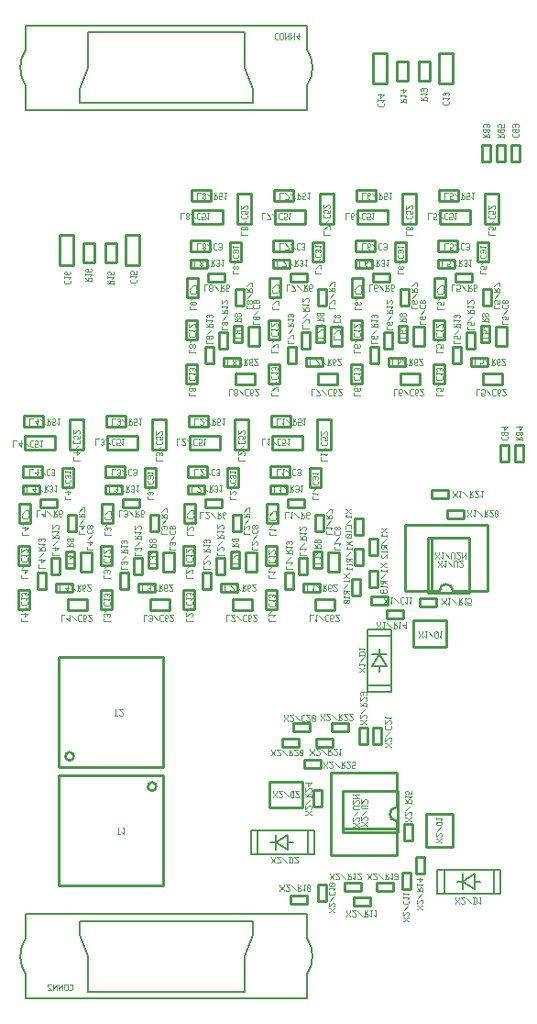
<source format=gbr>
G04 start of page 14 for group -4078 idx -4078 *
G04 Title: EPTPREAMPS, bottomsilk *
G04 Creator: pcb 1.99z *
G04 CreationDate: Fr 20 Jun 2014 11:29:12 GMT UTC *
G04 For: stephan *
G04 Format: Gerber/RS-274X *
G04 PCB-Dimensions (mil): 2952.76 4724.41 *
G04 PCB-Coordinate-Origin: lower left *
%MOIN*%
%FSLAX25Y25*%
%LNBOTTOMSILK*%
%ADD221C,0.0032*%
%ADD220C,0.0098*%
%ADD219C,0.0098*%
%ADD218C,0.0059*%
%ADD217C,0.0100*%
%ADD216C,0.0098*%
%ADD215C,0.0080*%
G54D215*X61024Y68110D02*Y59449D01*
Y90157D02*Y81496D01*
X83661Y74803D02*Y62008D01*
Y74803D02*X80709Y82677D01*
Y87598D02*Y82677D01*
Y87598D02*X143701D01*
X83661Y62008D02*X140748D01*
X163386Y90157D02*Y81496D01*
Y68110D02*Y59449D01*
X143701Y87598D02*Y82677D01*
X140748Y74803D01*
Y62008D01*
X61024Y90157D02*X163386D01*
X61024Y59449D02*X163386D01*
X61191Y81578D02*G75*G03X61191Y68029I9675J-6775D01*G01*
X163218Y68029D02*G75*G03X163218Y81578I-9675J6775D01*G01*
G54D216*X152750Y239191D02*Y232191D01*
X148750Y239191D02*X152750D01*
X148750D02*Y232191D01*
X152750D01*
X150000Y252691D02*X157000D01*
X150000D02*Y248691D01*
X157000D01*
Y252691D02*Y248691D01*
G54D217*X150000Y242941D02*X156000D01*
Y245941D02*Y242941D01*
X150000Y245941D02*X156000D01*
X150000D02*Y242941D01*
G54D216*X164250Y252191D02*Y245191D01*
X168250D01*
Y252191D02*Y245191D01*
X164250Y252191D02*X168250D01*
G54D217*X208750Y244191D02*X214750D01*
X208750D02*Y241191D01*
X214750D01*
Y244191D02*Y241191D01*
G54D216*X204000Y399941D02*Y392941D01*
X208000D01*
Y399941D02*Y392941D01*
X204000Y399941D02*X208000D01*
G54D218*X194081Y193608D02*Y170774D01*
X185419Y193608D02*X194081D01*
X185419D02*Y170774D01*
X194081D01*
X185419Y173136D02*X194081D01*
X185419Y191246D02*X194081D01*
X186994Y180222D02*X192506D01*
X186994D02*X189750Y184553D01*
X192506Y180222D01*
X186994Y184553D02*X192506D01*
X189750Y186522D02*Y184553D01*
Y180222D02*Y178254D01*
G54D217*X126500Y240691D02*X132500D01*
X126500D02*Y237691D01*
X132500D01*
Y240691D02*Y237691D01*
X136250Y235191D02*Y229191D01*
X139250D01*
Y235191D02*Y229191D01*
X136250Y235191D02*X139250D01*
X135750Y221941D02*Y215941D01*
X138750D01*
Y221941D02*Y215941D01*
X135750Y221941D02*X138750D01*
G54D216*X122750Y239191D02*Y232191D01*
X118750Y239191D02*X122750D01*
X118750D02*Y232191D01*
X122750D01*
X120000Y252691D02*X127000D01*
X120000D02*Y248691D01*
X127000D01*
Y252691D02*Y248691D01*
G54D217*X120000Y242941D02*X126000D01*
Y245941D02*Y242941D01*
X120000Y245941D02*X126000D01*
X120000D02*Y242941D01*
X133500Y219441D02*Y213441D01*
X130500Y219441D02*X133500D01*
X130500D02*Y213441D01*
X133500D01*
X125250Y214191D02*Y208191D01*
X128250D01*
Y214191D02*Y208191D01*
X125250Y214191D02*X128250D01*
G54D216*X118500Y223691D02*Y216691D01*
X122500D01*
Y223691D02*Y216691D01*
X118500Y223691D02*X122500D01*
X134250Y252191D02*Y245191D01*
X138250D01*
Y252191D02*Y245191D01*
X134250Y252191D02*X138250D01*
X120250Y267191D02*X127250D01*
Y271191D02*Y267191D01*
X120250Y271191D02*X127250D01*
X120250D02*Y267191D01*
G54D217*X131750Y263941D02*Y258941D01*
X120750D02*X131750D01*
X120750Y263941D02*Y258941D01*
Y263941D02*X131750D01*
X137000Y269691D02*X142000D01*
Y258691D01*
X137000D02*X142000D01*
X137000Y269691D02*Y258691D01*
X132000Y210191D02*X138000D01*
X132000D02*Y207191D01*
X138000D01*
Y210191D02*Y207191D01*
G54D216*X136250Y200441D02*X143250D01*
Y204441D02*Y200441D01*
X136250Y204441D02*X143250D01*
X136250D02*Y200441D01*
X145000Y221441D02*Y214441D01*
X141000Y221441D02*X145000D01*
X141000D02*Y214441D01*
X145000D01*
X118500Y207691D02*Y200691D01*
X122500D01*
Y207691D02*Y200691D01*
X118500Y207691D02*X122500D01*
G54D217*X162000Y210191D02*X168000D01*
X162000D02*Y207191D01*
X168000D01*
Y210191D02*Y207191D01*
G54D216*X166250Y200441D02*X173250D01*
Y204441D02*Y200441D01*
X166250Y204441D02*X173250D01*
X166250D02*Y200441D01*
X175000Y221441D02*Y214441D01*
X171000Y221441D02*X175000D01*
X171000D02*Y214441D01*
X175000D01*
G54D217*X156500Y240691D02*X162500D01*
X156500D02*Y237691D01*
X162500D01*
Y240691D02*Y237691D01*
X166250Y235191D02*Y229191D01*
X169250D01*
Y235191D02*Y229191D01*
X166250Y235191D02*X169250D01*
X165750Y221941D02*Y215941D01*
X168750D01*
Y221941D02*Y215941D01*
X165750Y221941D02*X168750D01*
X163500Y219441D02*Y213441D01*
X160500Y219441D02*X163500D01*
X160500D02*Y213441D01*
X163500D01*
X155250Y214191D02*Y208191D01*
X158250D01*
Y214191D02*Y208191D01*
X155250Y214191D02*X158250D01*
G54D216*X148500Y223691D02*Y216691D01*
X152500D01*
Y223691D02*Y216691D01*
X148500Y223691D02*X152500D01*
X148500Y207691D02*Y200691D01*
X152500D01*
Y207691D02*Y200691D01*
X148500Y207691D02*X152500D01*
G54D219*X73000Y140441D02*X111000D01*
X73000Y100441D02*Y140441D01*
Y100441D02*X111000D01*
Y140441D01*
X107000Y137941D02*G75*G03X107000Y137941I0J-1500D01*G01*
X73000Y143441D02*X111000D01*
Y183441D01*
X73000D02*X111000D01*
X73000Y143441D02*Y183441D01*
X77000Y145941D02*G75*G03X77000Y145941I0J1500D01*G01*
G54D217*X170250Y100691D02*Y94691D01*
X167250Y100691D02*X170250D01*
X167250D02*Y94691D01*
X170250D01*
X157250Y96941D02*X163250D01*
X157250D02*Y93941D01*
X163250D01*
Y96941D02*Y93941D01*
X180500Y96191D02*X186500D01*
X180500D02*Y93191D01*
X186500D01*
Y96191D02*Y93191D01*
X162250Y143191D02*X168250D01*
Y146191D02*Y143191D01*
X162250Y146191D02*X168250D01*
X162250D02*Y143191D01*
X187500Y157941D02*Y151941D01*
X190500D01*
Y157941D02*Y151941D01*
X187500Y157941D02*X190500D01*
X182250D02*Y151941D01*
X185250D01*
Y157941D02*Y151941D01*
X182250Y157941D02*X185250D01*
X172500Y159441D02*X178500D01*
X172500D02*Y156441D01*
X178500D01*
Y159441D02*Y156441D01*
X166750Y153941D02*X172750D01*
X166750D02*Y150941D01*
X172750D01*
Y153941D02*Y150941D01*
X154250Y153941D02*X160250D01*
X154250D02*Y150941D01*
X160250D01*
Y153941D02*Y150941D01*
X158500Y156441D02*X164500D01*
Y159441D02*Y156441D01*
X158500Y159441D02*X164500D01*
X158500D02*Y156441D01*
X203000Y110941D02*Y104941D01*
X206000D01*
Y110941D02*Y104941D01*
X203000Y110941D02*X206000D01*
X198750Y122941D02*Y116941D01*
X201750D01*
Y122941D02*Y116941D01*
X198750Y122941D02*X201750D01*
X201000Y105191D02*Y99191D01*
X198000Y105191D02*X201000D01*
X198000D02*Y99191D01*
X201000D01*
X188750Y101441D02*X194750D01*
X188750D02*Y98441D01*
X194750D01*
Y101441D02*Y98441D01*
X177000Y101441D02*X183000D01*
X177000D02*Y98441D01*
X183000D01*
Y101441D02*Y98441D01*
X196000Y141441D02*Y128941D01*
Y123941D02*Y111441D01*
X172000Y141441D02*Y111441D01*
X196000D01*
X172000Y141441D02*X196000D01*
Y128941D02*G75*G03X196000Y123941I0J-2500D01*G01*
X149750Y138191D02*Y128691D01*
X161750D01*
X149750Y138191D02*X161750D01*
Y128691D01*
X168750Y135191D02*Y129191D01*
X165750Y135191D02*X168750D01*
X165750D02*Y129191D01*
X168750D01*
X206750Y126441D02*X216250D01*
X206750D02*Y114441D01*
X216250Y126441D02*Y114441D01*
X206750D02*X216250D01*
G54D220*X196500Y134691D02*Y119691D01*
X176500Y134691D02*X196500D01*
X176500D02*Y119691D01*
X196500D01*
G54D217*X176500Y121191D02*X196500D01*
G54D220*X207250Y206941D02*X222250D01*
Y226941D02*Y206941D01*
X207250Y226941D02*X222250D01*
X207250D02*Y206941D01*
G54D217*X208750Y226941D02*Y206941D01*
X179750Y211691D02*Y205691D01*
X182750D01*
Y211691D02*Y205691D01*
X179750Y211691D02*X182750D01*
X192500Y200441D02*X198500D01*
X192500D02*Y197441D01*
X198500D01*
Y200441D02*Y197441D01*
X204500Y204691D02*X210500D01*
X204500D02*Y201691D01*
X210500D01*
Y204691D02*Y201691D01*
X186750Y202441D02*X192750D01*
Y205441D02*Y202441D01*
X186750Y205441D02*X192750D01*
X186750D02*Y202441D01*
X189000Y214691D02*Y208691D01*
X186000Y214691D02*X189000D01*
X186000D02*Y208691D01*
X189000D01*
Y226441D02*Y220441D01*
X186000Y226441D02*X189000D01*
X186000D02*Y220441D01*
X189000D01*
X214000Y196691D02*Y187191D01*
X202000Y196691D02*X214000D01*
X202000Y187191D02*X214000D01*
X202000Y196691D02*Y187191D01*
X183750Y222941D02*Y216941D01*
X180750Y222941D02*X183750D01*
X180750D02*Y216941D01*
X183750D01*
X216500Y207441D02*X229000D01*
X199000D02*X211500D01*
X199000Y231441D02*X229000D01*
X199000D02*Y207441D01*
X229000Y231441D02*Y207441D01*
X216500D02*G75*G03X211500Y207441I-2500J0D01*G01*
X214500Y236941D02*X220500D01*
X214500D02*Y233941D01*
X220500D01*
Y236941D02*Y233941D01*
X183750Y233691D02*Y227691D01*
X180750Y233691D02*X183750D01*
X180750D02*Y227691D01*
X183750D01*
G54D216*X150250Y267191D02*X157250D01*
Y271191D02*Y267191D01*
X150250Y271191D02*X157250D01*
X150250D02*Y267191D01*
G54D217*X161750Y263941D02*Y258941D01*
X150750D02*X161750D01*
X150750Y263941D02*Y258941D01*
Y263941D02*X161750D01*
X167000Y269691D02*X172000D01*
Y258691D01*
X167000D02*X172000D01*
X167000Y269691D02*Y258691D01*
X187500Y391941D02*X192500D01*
X187500Y402941D02*Y391941D01*
Y402941D02*X192500D01*
Y391941D01*
G54D216*X196000Y399941D02*Y392941D01*
X200000D01*
Y399941D02*Y392941D01*
X196000Y399941D02*X200000D01*
G54D217*X211500Y391941D02*X216500D01*
X211500Y402941D02*Y391941D01*
Y402941D02*X216500D01*
Y391941D01*
G54D218*X143083Y120522D02*X165917D01*
X143083D02*Y111860D01*
X165917D01*
Y120522D02*Y111860D01*
X163555Y120522D02*Y111860D01*
X145445Y120522D02*Y111860D01*
X156469Y118947D02*Y113435D01*
X152138Y116191D01*
X156469Y118947D01*
X152138D02*Y113435D01*
X150169Y116191D02*X152138D01*
X156469D02*X158437D01*
X210833Y106272D02*X233667D01*
X210833D02*Y97610D01*
X233667D01*
Y106272D02*Y97610D01*
X231305Y106272D02*Y97610D01*
X213195Y106272D02*Y97610D01*
X224219Y104697D02*Y99185D01*
X219888Y101941D01*
X224219Y104697D01*
X219888D02*Y99185D01*
X217919Y101941D02*X219888D01*
X224219D02*X226187D01*
G54D215*X163386Y412992D02*Y404331D01*
Y390945D02*Y382283D01*
X140748Y410433D02*Y397638D01*
X143701Y389764D01*
Y384843D01*
X80709D02*X143701D01*
X83661Y410433D02*X140748D01*
X61024Y390945D02*Y382283D01*
Y412992D02*Y404331D01*
X80709Y389764D02*Y384843D01*
Y389764D02*X83661Y397638D01*
Y410433D02*Y397638D01*
X61024Y382283D02*X163386D01*
X61024Y412992D02*X163386D01*
X163218Y390863D02*G75*G03X163218Y404412I-9675J6775D01*G01*
X61191Y404412D02*G75*G03X61191Y390863I9675J-6775D01*G01*
G54D217*X73500Y325941D02*X78500D01*
X73500Y336941D02*Y325941D01*
Y336941D02*X78500D01*
Y325941D01*
G54D216*X82000Y333941D02*Y326941D01*
X86000D01*
Y333941D02*Y326941D01*
X82000Y333941D02*X86000D01*
G54D217*X97500Y325941D02*X102500D01*
X97500Y336941D02*Y325941D01*
Y336941D02*X102500D01*
Y325941D01*
G54D216*X90000Y333941D02*Y326941D01*
X94000D01*
Y333941D02*Y326941D01*
X90000Y333941D02*X94000D01*
G54D217*X151000Y324941D02*X157000D01*
Y327941D02*Y324941D01*
X151000Y327941D02*X157000D01*
X151000D02*Y324941D01*
X121000D02*X127000D01*
Y327941D02*Y324941D01*
X121000Y327941D02*X127000D01*
X121000D02*Y324941D01*
G54D216*X151000Y334691D02*X158000D01*
X151000D02*Y330691D01*
X158000D01*
Y334691D02*Y330691D01*
X135250Y334191D02*Y327191D01*
X139250D01*
Y334191D02*Y327191D01*
X135250Y334191D02*X139250D01*
G54D217*X138000Y351691D02*X143000D01*
Y340691D01*
X138000D02*X143000D01*
X138000Y351691D02*Y340691D01*
X132750Y345941D02*Y340941D01*
X121750D02*X132750D01*
X121750Y345941D02*Y340941D01*
Y345941D02*X132750D01*
G54D216*X121250Y349191D02*X128250D01*
Y353191D02*Y349191D01*
X121250Y353191D02*X128250D01*
X121250D02*Y349191D01*
X121000Y334691D02*X128000D01*
X121000D02*Y330691D01*
X128000D01*
Y334691D02*Y330691D01*
X119500Y305691D02*Y298691D01*
X123500D01*
Y305691D02*Y298691D01*
X119500Y305691D02*X123500D01*
G54D217*X126250Y296191D02*Y290191D01*
X129250D01*
Y296191D02*Y290191D01*
X126250Y296191D02*X129250D01*
X134500Y301441D02*Y295441D01*
X131500Y301441D02*X134500D01*
X131500D02*Y295441D01*
X134500D01*
G54D216*X123750Y321191D02*Y314191D01*
X119750Y321191D02*X123750D01*
X119750D02*Y314191D01*
X123750D01*
X119500Y289691D02*Y282691D01*
X123500D01*
Y289691D02*Y282691D01*
X119500Y289691D02*X123500D01*
G54D217*X233750Y260441D02*Y254441D01*
X236750D01*
Y260441D02*Y254441D01*
X233750Y260441D02*X236750D01*
X239000D02*Y254441D01*
X242000D01*
Y260441D02*Y254441D01*
X239000Y260441D02*X242000D01*
X228000Y351691D02*X233000D01*
Y340691D01*
X228000D02*X233000D01*
X228000Y351691D02*Y340691D01*
X222750Y345941D02*Y340941D01*
X211750D02*X222750D01*
X211750Y345941D02*Y340941D01*
Y345941D02*X222750D01*
G54D216*X211250Y349191D02*X218250D01*
Y353191D02*Y349191D01*
X211250Y353191D02*X218250D01*
X211250D02*Y349191D01*
X209500Y289691D02*Y282691D01*
X213500D01*
Y289691D02*Y282691D01*
X209500Y289691D02*X213500D01*
X225250Y334191D02*Y327191D01*
X229250D01*
Y334191D02*Y327191D01*
X225250Y334191D02*X229250D01*
X209500Y305691D02*Y298691D01*
X213500D01*
Y305691D02*Y298691D01*
X209500Y305691D02*X213500D01*
G54D217*X216250Y296191D02*Y290191D01*
X219250D01*
Y296191D02*Y290191D01*
X216250Y296191D02*X219250D01*
X224500Y301441D02*Y295441D01*
X221500Y301441D02*X224500D01*
X221500D02*Y295441D01*
X224500D01*
X211000Y324941D02*X217000D01*
Y327941D02*Y324941D01*
X211000Y327941D02*X217000D01*
X211000D02*Y324941D01*
G54D216*Y334691D02*X218000D01*
X211000D02*Y330691D01*
X218000D01*
Y334691D02*Y330691D01*
X213750Y321191D02*Y314191D01*
X209750Y321191D02*X213750D01*
X209750D02*Y314191D01*
X213750D01*
G54D217*X226750Y303941D02*Y297941D01*
X229750D01*
Y303941D02*Y297941D01*
X226750Y303941D02*X229750D01*
X227250Y317191D02*Y311191D01*
X230250D01*
Y317191D02*Y311191D01*
X227250Y317191D02*X230250D01*
X217500Y322691D02*X223500D01*
X217500D02*Y319691D01*
X223500D01*
Y322691D02*Y319691D01*
G54D216*X236000Y303441D02*Y296441D01*
X232000Y303441D02*X236000D01*
X232000D02*Y296441D01*
X236000D01*
X227250Y282441D02*X234250D01*
Y286441D02*Y282441D01*
X227250Y286441D02*X234250D01*
X227250D02*Y282441D01*
G54D217*X223000Y292191D02*X229000D01*
X223000D02*Y289191D01*
X229000D01*
Y292191D02*Y289191D01*
X237750Y369441D02*Y363441D01*
X240750D01*
Y369441D02*Y363441D01*
X237750Y369441D02*X240750D01*
X227000D02*Y363441D01*
X230000D01*
Y369441D02*Y363441D01*
X227000Y369441D02*X230000D01*
X235500D02*Y363441D01*
X232500Y369441D02*X235500D01*
X232500D02*Y363441D01*
X235500D01*
X181000Y324941D02*X187000D01*
Y327941D02*Y324941D01*
X181000Y327941D02*X187000D01*
X181000D02*Y324941D01*
G54D216*Y334691D02*X188000D01*
X181000D02*Y330691D01*
X188000D01*
Y334691D02*Y330691D01*
G54D217*X198000Y351691D02*X203000D01*
Y340691D01*
X198000D02*X203000D01*
X198000Y351691D02*Y340691D01*
G54D216*X195250Y334191D02*Y327191D01*
X199250D01*
Y334191D02*Y327191D01*
X195250Y334191D02*X199250D01*
G54D217*X192750Y345941D02*Y340941D01*
X181750D02*X192750D01*
X181750Y345941D02*Y340941D01*
Y345941D02*X192750D01*
G54D216*X181250Y349191D02*X188250D01*
Y353191D02*Y349191D01*
X181250Y353191D02*X188250D01*
X181250D02*Y349191D01*
G54D217*X168000Y351691D02*X173000D01*
Y340691D01*
X168000D02*X173000D01*
X168000Y351691D02*Y340691D01*
X162750Y345941D02*Y340941D01*
X151750D02*X162750D01*
X151750Y345941D02*Y340941D01*
Y345941D02*X162750D01*
G54D216*X151250Y349191D02*X158250D01*
Y353191D02*Y349191D01*
X151250Y353191D02*X158250D01*
X151250D02*Y349191D01*
X179500Y289691D02*Y282691D01*
X183500D01*
Y289691D02*Y282691D01*
X179500Y289691D02*X183500D01*
X179500Y305691D02*Y298691D01*
X183500D01*
Y305691D02*Y298691D01*
X179500Y305691D02*X183500D01*
G54D217*X186250Y296191D02*Y290191D01*
X189250D01*
Y296191D02*Y290191D01*
X186250Y296191D02*X189250D01*
X194500Y301441D02*Y295441D01*
X191500Y301441D02*X194500D01*
X191500D02*Y295441D01*
X194500D01*
G54D216*X183750Y321191D02*Y314191D01*
X179750Y321191D02*X183750D01*
X179750D02*Y314191D01*
X183750D01*
G54D217*X196750Y303941D02*Y297941D01*
X199750D01*
Y303941D02*Y297941D01*
X196750Y303941D02*X199750D01*
X197250Y317191D02*Y311191D01*
X200250D01*
Y317191D02*Y311191D01*
X197250Y317191D02*X200250D01*
X187500Y322691D02*X193500D01*
X187500D02*Y319691D01*
X193500D01*
Y322691D02*Y319691D01*
G54D216*X206000Y303441D02*Y296441D01*
X202000Y303441D02*X206000D01*
X202000D02*Y296441D01*
X206000D01*
X197250Y282441D02*X204250D01*
Y286441D02*Y282441D01*
X197250Y286441D02*X204250D01*
X197250D02*Y282441D01*
G54D217*X193000Y292191D02*X199000D01*
X193000D02*Y289191D01*
X199000D01*
Y292191D02*Y289191D01*
G54D216*X149500Y289691D02*Y282691D01*
X153500D01*
Y289691D02*Y282691D01*
X149500Y289691D02*X153500D01*
X165250Y334191D02*Y327191D01*
X169250D01*
Y334191D02*Y327191D01*
X165250Y334191D02*X169250D01*
X149500Y305691D02*Y298691D01*
X153500D01*
Y305691D02*Y298691D01*
X149500Y305691D02*X153500D01*
G54D217*X156250Y296191D02*Y290191D01*
X159250D01*
Y296191D02*Y290191D01*
X156250Y296191D02*X159250D01*
X164500Y301441D02*Y295441D01*
X161500Y301441D02*X164500D01*
X161500D02*Y295441D01*
X164500D01*
G54D216*X153750Y321191D02*Y314191D01*
X149750Y321191D02*X153750D01*
X149750D02*Y314191D01*
X153750D01*
G54D217*X166750Y303941D02*Y297941D01*
X169750D01*
Y303941D02*Y297941D01*
X166750Y303941D02*X169750D01*
X167250Y317191D02*Y311191D01*
X170250D01*
Y317191D02*Y311191D01*
X167250Y317191D02*X170250D01*
X157500Y322691D02*X163500D01*
X157500D02*Y319691D01*
X163500D01*
Y322691D02*Y319691D01*
G54D216*X176000Y303441D02*Y296441D01*
X172000Y303441D02*X176000D01*
X172000D02*Y296441D01*
X176000D01*
X167250Y282441D02*X174250D01*
Y286441D02*Y282441D01*
X167250Y286441D02*X174250D01*
X167250D02*Y282441D01*
G54D217*X163000Y292191D02*X169000D01*
X163000D02*Y289191D01*
X169000D01*
Y292191D02*Y289191D01*
X136750Y303941D02*Y297941D01*
X139750D01*
Y303941D02*Y297941D01*
X136750Y303941D02*X139750D01*
X137250Y317191D02*Y311191D01*
X140250D01*
Y317191D02*Y311191D01*
X137250Y317191D02*X140250D01*
X127500Y322691D02*X133500D01*
X127500D02*Y319691D01*
X133500D01*
Y322691D02*Y319691D01*
G54D216*X146000Y303441D02*Y296441D01*
X142000Y303441D02*X146000D01*
X142000D02*Y296441D01*
X146000D01*
X137250Y282441D02*X144250D01*
Y286441D02*Y282441D01*
X137250Y286441D02*X144250D01*
X137250D02*Y282441D01*
G54D217*X133000Y292191D02*X139000D01*
X133000D02*Y289191D01*
X139000D01*
Y292191D02*Y289191D01*
X72000Y210191D02*X78000D01*
X72000D02*Y207191D01*
X78000D01*
Y210191D02*Y207191D01*
G54D216*X76250Y200441D02*X83250D01*
Y204441D02*Y200441D01*
X76250Y204441D02*X83250D01*
X76250D02*Y200441D01*
X85000Y221441D02*Y214441D01*
X81000Y221441D02*X85000D01*
X81000D02*Y214441D01*
X85000D01*
G54D217*X66500Y240691D02*X72500D01*
X66500D02*Y237691D01*
X72500D01*
Y240691D02*Y237691D01*
X76250Y235191D02*Y229191D01*
X79250D01*
Y235191D02*Y229191D01*
X76250Y235191D02*X79250D01*
X75750Y221941D02*Y215941D01*
X78750D01*
Y221941D02*Y215941D01*
X75750Y221941D02*X78750D01*
G54D216*X62750Y239191D02*Y232191D01*
X58750Y239191D02*X62750D01*
X58750D02*Y232191D01*
X62750D01*
X60000Y252691D02*X67000D01*
X60000D02*Y248691D01*
X67000D01*
Y252691D02*Y248691D01*
G54D217*X60000Y242941D02*X66000D01*
Y245941D02*Y242941D01*
X60000Y245941D02*X66000D01*
X60000D02*Y242941D01*
X73500Y219441D02*Y213441D01*
X70500Y219441D02*X73500D01*
X70500D02*Y213441D01*
X73500D01*
X65250Y214191D02*Y208191D01*
X68250D01*
Y214191D02*Y208191D01*
X65250Y214191D02*X68250D01*
G54D216*X58500Y223691D02*Y216691D01*
X62500D01*
Y223691D02*Y216691D01*
X58500Y223691D02*X62500D01*
X74250Y252191D02*Y245191D01*
X78250D01*
Y252191D02*Y245191D01*
X74250Y252191D02*X78250D01*
X58500Y207691D02*Y200691D01*
X62500D01*
Y207691D02*Y200691D01*
X58500Y207691D02*X62500D01*
X60250Y267191D02*X67250D01*
Y271191D02*Y267191D01*
X60250Y271191D02*X67250D01*
X60250D02*Y267191D01*
G54D217*X71750Y263941D02*Y258941D01*
X60750D02*X71750D01*
X60750Y263941D02*Y258941D01*
Y263941D02*X71750D01*
X77000Y269691D02*X82000D01*
Y258691D01*
X77000D02*X82000D01*
X77000Y269691D02*Y258691D01*
X102000Y210191D02*X108000D01*
X102000D02*Y207191D01*
X108000D01*
Y210191D02*Y207191D01*
G54D216*X106250Y200441D02*X113250D01*
Y204441D02*Y200441D01*
X106250Y204441D02*X113250D01*
X106250D02*Y200441D01*
X115000Y221441D02*Y214441D01*
X111000Y221441D02*X115000D01*
X111000D02*Y214441D01*
X115000D01*
G54D217*X96500Y240691D02*X102500D01*
X96500D02*Y237691D01*
X102500D01*
Y240691D02*Y237691D01*
X106250Y235191D02*Y229191D01*
X109250D01*
Y235191D02*Y229191D01*
X106250Y235191D02*X109250D01*
X105750Y221941D02*Y215941D01*
X108750D01*
Y221941D02*Y215941D01*
X105750Y221941D02*X108750D01*
G54D216*X92750Y239191D02*Y232191D01*
X88750Y239191D02*X92750D01*
X88750D02*Y232191D01*
X92750D01*
X90000Y252691D02*X97000D01*
X90000D02*Y248691D01*
X97000D01*
Y252691D02*Y248691D01*
G54D217*X90000Y242941D02*X96000D01*
Y245941D02*Y242941D01*
X90000Y245941D02*X96000D01*
X90000D02*Y242941D01*
X103500Y219441D02*Y213441D01*
X100500Y219441D02*X103500D01*
X100500D02*Y213441D01*
X103500D01*
X95250Y214191D02*Y208191D01*
X98250D01*
Y214191D02*Y208191D01*
X95250Y214191D02*X98250D01*
G54D216*X88500Y223691D02*Y216691D01*
X92500D01*
Y223691D02*Y216691D01*
X88500Y223691D02*X92500D01*
X104250Y252191D02*Y245191D01*
X108250D01*
Y252191D02*Y245191D01*
X104250Y252191D02*X108250D01*
X88500Y207691D02*Y200691D01*
X92500D01*
Y207691D02*Y200691D01*
X88500Y207691D02*X92500D01*
X90250Y267191D02*X97250D01*
Y271191D02*Y267191D01*
X90250Y271191D02*X97250D01*
X90250D02*Y267191D01*
G54D217*X101750Y263941D02*Y258941D01*
X90750D02*X101750D01*
X90750Y263941D02*Y258941D01*
Y263941D02*X101750D01*
X107000Y269691D02*X112000D01*
Y258691D01*
X107000D02*X112000D01*
X107000Y269691D02*Y258691D01*
G54D221*X76900Y62441D02*X77725D01*
X78000Y62716D02*X77725Y62441D01*
X78000Y62716D02*Y64366D01*
X77725Y64641D01*
X76900D02*X77725D01*
X76240Y62716D02*Y64366D01*
X75965Y64641D01*
X75415D02*X75965D01*
X75415D02*X75140Y64366D01*
Y62716D02*Y64366D01*
X75415Y62441D02*X75140Y62716D01*
X75415Y62441D02*X75965D01*
X76240Y62716D02*X75965Y62441D01*
X74480D02*Y64641D01*
Y64366D02*Y64641D01*
Y64366D02*X73105Y62991D01*
Y62441D02*Y64641D01*
X72445Y62441D02*Y64641D01*
Y64366D02*Y64641D01*
Y64366D02*X71070Y62991D01*
Y62441D02*Y64641D01*
X70410Y64366D02*X70135Y64641D01*
X69310D02*X70135D01*
X69310D02*X69035Y64366D01*
Y63816D02*Y64366D01*
X70410Y62441D02*X69035Y63816D01*
Y62441D02*X70410D01*
X94250Y119241D02*X95350D01*
X94800D02*Y121441D01*
X96285D02*X96835D01*
X96560Y119241D02*Y121441D01*
X96010Y119791D02*X96560Y119241D01*
X93250Y162241D02*X94350D01*
X93800D02*Y164441D01*
X95010Y162516D02*X95285Y162241D01*
X96110D01*
X96385Y162516D01*
Y163066D01*
X95010Y164441D02*X96385Y163066D01*
X95010Y164441D02*X96385D01*
X150250Y147741D02*Y148016D01*
X151625Y149391D01*
Y149941D01*
X150250Y149391D02*Y149941D01*
Y149391D02*X151625Y148016D01*
Y147741D02*Y148016D01*
X152285D02*X152560Y147741D01*
X153385D01*
X153660Y148016D01*
Y148566D01*
X152285Y149941D02*X153660Y148566D01*
X152285Y149941D02*X153660D01*
X154320Y149666D02*X155970Y148016D01*
X156630Y147741D02*X157730D01*
X158005Y148016D01*
Y148566D01*
X157730Y148841D02*X158005Y148566D01*
X156905Y148841D02*X157730D01*
X156905Y147741D02*Y149941D01*
Y148841D02*X158005Y149941D01*
X158665Y148016D02*X158940Y147741D01*
X159765D01*
X160040Y148016D01*
Y148566D01*
X158665Y149941D02*X160040Y148566D01*
X158665Y149941D02*X160040D01*
X160700Y149666D02*X160975Y149941D01*
X160700Y148016D02*Y149666D01*
Y148016D02*X160975Y147741D01*
X161525D01*
X161800Y148016D01*
Y149666D01*
X161525Y149941D02*X161800Y149666D01*
X160975Y149941D02*X161525D01*
X160700Y149391D02*X161800Y148291D01*
X151000Y132491D02*Y132766D01*
X152375Y134141D01*
Y134691D01*
X151000Y134141D02*Y134691D01*
Y134141D02*X152375Y132766D01*
Y132491D02*Y132766D01*
X153035D02*X153310Y132491D01*
X154135D01*
X154410Y132766D01*
Y133316D01*
X153035Y134691D02*X154410Y133316D01*
X153035Y134691D02*X154410D01*
X155070Y134416D02*X156720Y132766D01*
X157380D02*Y134416D01*
Y132766D02*X157655Y132491D01*
X158205D01*
X158480Y132766D01*
Y134416D01*
X158205Y134691D02*X158480Y134416D01*
X157655Y134691D02*X158205D01*
X157380Y134416D02*X157655Y134691D01*
X157930Y134141D02*X158480Y134691D01*
X159140Y132766D02*X159415Y132491D01*
X160240D01*
X160515Y132766D01*
Y133316D01*
X159140Y134691D02*X160515Y133316D01*
X159140Y134691D02*X160515D01*
X150250Y108741D02*Y109016D01*
X151625Y110391D01*
Y110941D01*
X150250Y110391D02*Y110941D01*
Y110391D02*X151625Y109016D01*
Y108741D02*Y109016D01*
X152285D02*X152560Y108741D01*
X153385D01*
X153660Y109016D01*
Y109566D01*
X152285Y110941D02*X153660Y109566D01*
X152285Y110941D02*X153660D01*
X154320Y110666D02*X155970Y109016D01*
X156905Y108741D02*Y110941D01*
X157730Y108741D02*X158005Y109016D01*
Y110666D01*
X157730Y110941D02*X158005Y110666D01*
X156630Y110941D02*X157730D01*
X156630Y108741D02*X157730D01*
X158665Y109016D02*X158940Y108741D01*
X159765D01*
X160040Y109016D01*
Y109566D01*
X158665Y110941D02*X160040Y109566D01*
X158665Y110941D02*X160040D01*
X173175Y90691D02*X173450D01*
X173175D02*X171800Y92066D01*
X171250D02*X171800D01*
X171250Y90691D02*X171800D01*
X173175Y92066D01*
X173450D01*
X173175Y92726D02*X173450Y93001D01*
Y93826D01*
X173175Y94101D01*
X172625D02*X173175D01*
X171250Y92726D02*X172625Y94101D01*
X171250Y92726D02*Y94101D01*
X171525Y94761D02*X173175Y96411D01*
X171250Y97346D02*Y98171D01*
X171525Y97071D02*X171250Y97346D01*
X171525Y97071D02*X173175D01*
X173450Y97346D01*
Y98171D01*
X171250Y99106D02*Y99656D01*
Y99381D02*X173450D01*
X172900Y98831D02*X173450Y99381D01*
X171525Y100316D02*X171250Y100591D01*
X171525Y100316D02*X173175D01*
X173450Y100591D01*
Y101141D01*
X173175Y101416D01*
X171525D02*X173175D01*
X171250Y101141D02*X171525Y101416D01*
X171250Y100591D02*Y101141D01*
X171800Y100316D02*X172900Y101416D01*
X153500Y98491D02*Y98766D01*
X154875Y100141D01*
Y100691D01*
X153500Y100141D02*Y100691D01*
Y100141D02*X154875Y98766D01*
Y98491D02*Y98766D01*
X155535D02*X155810Y98491D01*
X156635D01*
X156910Y98766D01*
Y99316D01*
X155535Y100691D02*X156910Y99316D01*
X155535Y100691D02*X156910D01*
X157570Y100416D02*X159220Y98766D01*
X159880Y98491D02*X160980D01*
X161255Y98766D01*
Y99316D01*
X160980Y99591D02*X161255Y99316D01*
X160155Y99591D02*X160980D01*
X160155Y98491D02*Y100691D01*
Y99591D02*X161255Y100691D01*
X162190D02*X162740D01*
X162465Y98491D02*Y100691D01*
X161915Y99041D02*X162465Y98491D01*
X163400Y100416D02*X163675Y100691D01*
X163400Y98766D02*Y100416D01*
Y98766D02*X163675Y98491D01*
X164225D01*
X164500Y98766D01*
Y100416D01*
X164225Y100691D02*X164500Y100416D01*
X163675Y100691D02*X164225D01*
X163400Y100141D02*X164500Y99041D01*
X185250Y102741D02*Y103016D01*
X186625Y104391D01*
Y104941D01*
X185250Y104391D02*Y104941D01*
Y104391D02*X186625Y103016D01*
Y102741D02*Y103016D01*
X187285D02*X187560Y102741D01*
X188385D01*
X188660Y103016D01*
Y103566D01*
X187285Y104941D02*X188660Y103566D01*
X187285Y104941D02*X188660D01*
X189320Y104666D02*X190970Y103016D01*
X191630Y102741D02*X192730D01*
X193005Y103016D01*
Y103566D01*
X192730Y103841D02*X193005Y103566D01*
X191905Y103841D02*X192730D01*
X191905Y102741D02*Y104941D01*
Y103841D02*X193005Y104941D01*
X193940D02*X194490D01*
X194215Y102741D02*Y104941D01*
X193665Y103291D02*X194215Y102741D01*
X195150Y103016D02*X195425Y102741D01*
X195975D01*
X196250Y103016D01*
Y104666D01*
X195975Y104941D02*X196250Y104666D01*
X195425Y104941D02*X195975D01*
X195150Y104666D02*X195425Y104941D01*
Y103841D02*X196250D01*
X171750Y102741D02*Y103016D01*
X173125Y104391D01*
Y104941D01*
X171750Y104391D02*Y104941D01*
Y104391D02*X173125Y103016D01*
Y102741D02*Y103016D01*
X173785D02*X174060Y102741D01*
X174885D01*
X175160Y103016D01*
Y103566D01*
X173785Y104941D02*X175160Y103566D01*
X173785Y104941D02*X175160D01*
X175820Y104666D02*X177470Y103016D01*
X178130Y102741D02*X179230D01*
X179505Y103016D01*
Y103566D01*
X179230Y103841D02*X179505Y103566D01*
X178405Y103841D02*X179230D01*
X178405Y102741D02*Y104941D01*
Y103841D02*X179505Y104941D01*
X180440D02*X180990D01*
X180715Y102741D02*Y104941D01*
X180165Y103291D02*X180715Y102741D01*
X181650Y103016D02*X181925Y102741D01*
X182750D01*
X183025Y103016D01*
Y103566D01*
X181650Y104941D02*X183025Y103566D01*
X181650Y104941D02*X183025D01*
X177750Y89241D02*Y89516D01*
X179125Y90891D01*
Y91441D01*
X177750Y90891D02*Y91441D01*
Y90891D02*X179125Y89516D01*
Y89241D02*Y89516D01*
X179785D02*X180060Y89241D01*
X180885D01*
X181160Y89516D01*
Y90066D01*
X179785Y91441D02*X181160Y90066D01*
X179785Y91441D02*X181160D01*
X181820Y91166D02*X183470Y89516D01*
X184130Y89241D02*X185230D01*
X185505Y89516D01*
Y90066D01*
X185230Y90341D02*X185505Y90066D01*
X184405Y90341D02*X185230D01*
X184405Y89241D02*Y91441D01*
Y90341D02*X185505Y91441D01*
X186440D02*X186990D01*
X186715Y89241D02*Y91441D01*
X186165Y89791D02*X186715Y89241D01*
X187925Y91441D02*X188475D01*
X188200Y89241D02*Y91441D01*
X187650Y89791D02*X188200Y89241D01*
X205175Y91941D02*X205450D01*
X205175D02*X203800Y93316D01*
X203250D02*X203800D01*
X203250Y91941D02*X203800D01*
X205175Y93316D01*
X205450D01*
X205175Y93976D02*X205450Y94251D01*
Y95076D01*
X205175Y95351D01*
X204625D02*X205175D01*
X203250Y93976D02*X204625Y95351D01*
X203250Y93976D02*Y95351D01*
X203525Y96011D02*X205175Y97661D01*
X205450Y98321D02*Y99421D01*
X205175Y99696D01*
X204625D02*X205175D01*
X204350Y99421D02*X204625Y99696D01*
X204350Y98596D02*Y99421D01*
X203250Y98596D02*X205450D01*
X204350D02*X203250Y99696D01*
Y100631D02*Y101181D01*
Y100906D02*X205450D01*
X204900Y100356D02*X205450Y100906D01*
X204350Y101841D02*X205450Y102941D01*
X204350Y101841D02*Y103216D01*
X203250Y102941D02*X205450D01*
X200175Y87441D02*X200450D01*
X200175D02*X198800Y88816D01*
X198250D02*X198800D01*
X198250Y87441D02*X198800D01*
X200175Y88816D01*
X200450D01*
X200175Y89476D02*X200450Y89751D01*
Y90576D01*
X200175Y90851D01*
X199625D02*X200175D01*
X198250Y89476D02*X199625Y90851D01*
X198250Y89476D02*Y90851D01*
X198525Y91511D02*X200175Y93161D01*
X198250Y94096D02*Y94921D01*
X198525Y93821D02*X198250Y94096D01*
X198525Y93821D02*X200175D01*
X200450Y94096D01*
Y94921D01*
X198250Y95856D02*Y96406D01*
Y96131D02*X200450D01*
X199900Y95581D02*X200450Y96131D01*
X198250Y97341D02*Y97891D01*
Y97616D02*X200450D01*
X199900Y97066D02*X200450Y97616D01*
X217250Y93991D02*Y94266D01*
X218625Y95641D01*
Y96191D01*
X217250Y95641D02*Y96191D01*
Y95641D02*X218625Y94266D01*
Y93991D02*Y94266D01*
X219285D02*X219560Y93991D01*
X220385D01*
X220660Y94266D01*
Y94816D01*
X219285Y96191D02*X220660Y94816D01*
X219285Y96191D02*X220660D01*
X221320Y95916D02*X222970Y94266D01*
X223905Y93991D02*Y96191D01*
X224730Y93991D02*X225005Y94266D01*
Y95916D01*
X224730Y96191D02*X225005Y95916D01*
X223630Y96191D02*X224730D01*
X223630Y93991D02*X224730D01*
X225940Y96191D02*X226490D01*
X226215Y93991D02*Y96191D01*
X225665Y94541D02*X226215Y93991D01*
X169250Y143241D02*Y143516D01*
X170625Y144891D01*
Y145441D01*
X169250Y144891D02*Y145441D01*
Y144891D02*X170625Y143516D01*
Y143241D02*Y143516D01*
X171285D02*X171560Y143241D01*
X172385D01*
X172660Y143516D01*
Y144066D01*
X171285Y145441D02*X172660Y144066D01*
X171285Y145441D02*X172660D01*
X173320Y145166D02*X174970Y143516D01*
X175630Y143241D02*X176730D01*
X177005Y143516D01*
Y144066D01*
X176730Y144341D02*X177005Y144066D01*
X175905Y144341D02*X176730D01*
X175905Y143241D02*Y145441D01*
Y144341D02*X177005Y145441D01*
X177665Y143516D02*X177940Y143241D01*
X178765D01*
X179040Y143516D01*
Y144066D01*
X177665Y145441D02*X179040Y144066D01*
X177665Y145441D02*X179040D01*
X179700Y143241D02*X180800D01*
X179700D02*Y144341D01*
X179975Y144066D01*
X180525D01*
X180800Y144341D01*
Y145166D01*
X180525Y145441D02*X180800Y145166D01*
X179975Y145441D02*X180525D01*
X179700Y145166D02*X179975Y145441D01*
X184675Y159191D02*X184950D01*
X184675D02*X183300Y160566D01*
X182750D02*X183300D01*
X182750Y159191D02*X183300D01*
X184675Y160566D01*
X184950D01*
X184675Y161226D02*X184950Y161501D01*
Y162326D01*
X184675Y162601D01*
X184125D02*X184675D01*
X182750Y161226D02*X184125Y162601D01*
X182750Y161226D02*Y162601D01*
X183025Y163261D02*X184675Y164911D01*
X184950Y165571D02*Y166671D01*
X184675Y166946D01*
X184125D02*X184675D01*
X183850Y166671D02*X184125Y166946D01*
X183850Y165846D02*Y166671D01*
X182750Y165846D02*X184950D01*
X183850D02*X182750Y166946D01*
X184675Y167606D02*X184950Y167881D01*
Y168706D01*
X184675Y168981D01*
X184125D02*X184675D01*
X182750Y167606D02*X184125Y168981D01*
X182750Y167606D02*Y168981D01*
X184675Y169641D02*X184950Y169916D01*
Y170466D01*
X184675Y170741D01*
X183025D02*X184675D01*
X182750Y170466D02*X183025Y170741D01*
X182750Y169916D02*Y170466D01*
X183025Y169641D02*X182750Y169916D01*
X183850D02*Y170741D01*
X168250Y160491D02*Y160766D01*
X169625Y162141D01*
Y162691D01*
X168250Y162141D02*Y162691D01*
Y162141D02*X169625Y160766D01*
Y160491D02*Y160766D01*
X170285D02*X170560Y160491D01*
X171385D01*
X171660Y160766D01*
Y161316D01*
X170285Y162691D02*X171660Y161316D01*
X170285Y162691D02*X171660D01*
X172320Y162416D02*X173970Y160766D01*
X174630Y160491D02*X175730D01*
X176005Y160766D01*
Y161316D01*
X175730Y161591D02*X176005Y161316D01*
X174905Y161591D02*X175730D01*
X174905Y160491D02*Y162691D01*
Y161591D02*X176005Y162691D01*
X176665Y160766D02*X176940Y160491D01*
X177765D01*
X178040Y160766D01*
Y161316D01*
X176665Y162691D02*X178040Y161316D01*
X176665Y162691D02*X178040D01*
X178700Y160766D02*X178975Y160491D01*
X179800D01*
X180075Y160766D01*
Y161316D01*
X178700Y162691D02*X180075Y161316D01*
X178700Y162691D02*X180075D01*
X164500Y147991D02*Y148266D01*
X165875Y149641D01*
Y150191D01*
X164500Y149641D02*Y150191D01*
Y149641D02*X165875Y148266D01*
Y147991D02*Y148266D01*
X166535D02*X166810Y147991D01*
X167635D01*
X167910Y148266D01*
Y148816D01*
X166535Y150191D02*X167910Y148816D01*
X166535Y150191D02*X167910D01*
X168570Y149916D02*X170220Y148266D01*
X170880Y147991D02*X171980D01*
X172255Y148266D01*
Y148816D01*
X171980Y149091D02*X172255Y148816D01*
X171155Y149091D02*X171980D01*
X171155Y147991D02*Y150191D01*
Y149091D02*X172255Y150191D01*
X172915Y148266D02*X173190Y147991D01*
X174015D01*
X174290Y148266D01*
Y148816D01*
X172915Y150191D02*X174290Y148816D01*
X172915Y150191D02*X174290D01*
X175225D02*X175775D01*
X175500Y147991D02*Y150191D01*
X174950Y148541D02*X175500Y147991D01*
X155000Y160241D02*Y160516D01*
X156375Y161891D01*
Y162441D01*
X155000Y161891D02*Y162441D01*
Y161891D02*X156375Y160516D01*
Y160241D02*Y160516D01*
X157035D02*X157310Y160241D01*
X158135D01*
X158410Y160516D01*
Y161066D01*
X157035Y162441D02*X158410Y161066D01*
X157035Y162441D02*X158410D01*
X159070Y162166D02*X160720Y160516D01*
X161655Y162441D02*X162480D01*
X161380Y162166D02*X161655Y162441D01*
X161380Y160516D02*Y162166D01*
Y160516D02*X161655Y160241D01*
X162480D01*
X163140Y160516D02*X163415Y160241D01*
X164240D01*
X164515Y160516D01*
Y161066D01*
X163140Y162441D02*X164515Y161066D01*
X163140Y162441D02*X164515D01*
X165175Y162166D02*X165450Y162441D01*
X165175Y160516D02*Y162166D01*
Y160516D02*X165450Y160241D01*
X166000D01*
X166275Y160516D01*
Y162166D01*
X166000Y162441D02*X166275Y162166D01*
X165450Y162441D02*X166000D01*
X165175Y161891D02*X166275Y160791D01*
X193675Y150941D02*X193950D01*
X193675D02*X192300Y152316D01*
X191750D02*X192300D01*
X191750Y150941D02*X192300D01*
X193675Y152316D01*
X193950D01*
X193675Y152976D02*X193950Y153251D01*
Y154076D01*
X193675Y154351D01*
X193125D02*X193675D01*
X191750Y152976D02*X193125Y154351D01*
X191750Y152976D02*Y154351D01*
X192025Y155011D02*X193675Y156661D01*
X191750Y157596D02*Y158421D01*
X192025Y157321D02*X191750Y157596D01*
X192025Y157321D02*X193675D01*
X193950Y157596D01*
Y158421D01*
X193675Y159081D02*X193950Y159356D01*
Y160181D01*
X193675Y160456D01*
X193125D02*X193675D01*
X191750Y159081D02*X193125Y160456D01*
X191750Y159081D02*Y160456D01*
Y161391D02*Y161941D01*
Y161666D02*X193950D01*
X193400Y161116D02*X193950Y161666D01*
X200925Y123941D02*X201200D01*
X200925D02*X199550Y125316D01*
X199000D02*X199550D01*
X199000Y123941D02*X199550D01*
X200925Y125316D01*
X201200D01*
X200925Y125976D02*X201200Y126251D01*
Y127076D01*
X200925Y127351D01*
X200375D02*X200925D01*
X199000Y125976D02*X200375Y127351D01*
X199000Y125976D02*Y127351D01*
X199275Y128011D02*X200925Y129661D01*
X201200Y130321D02*Y131421D01*
X200925Y131696D01*
X200375D02*X200925D01*
X200100Y131421D02*X200375Y131696D01*
X200100Y130596D02*Y131421D01*
X199000Y130596D02*X201200D01*
X200100D02*X199000Y131696D01*
Y132631D02*Y133181D01*
Y132906D02*X201200D01*
X200650Y132356D02*X201200Y132906D01*
Y133841D02*Y134941D01*
X200100Y133841D02*X201200D01*
X200100D02*X200375Y134116D01*
Y134666D01*
X200100Y134941D01*
X199275D02*X200100D01*
X199000Y134666D02*X199275Y134941D01*
X199000Y134116D02*Y134666D01*
X199275Y133841D02*X199000Y134116D01*
X212175Y116191D02*X212450D01*
X212175D02*X210800Y117566D01*
X210250D02*X210800D01*
X210250Y116191D02*X210800D01*
X212175Y117566D01*
X212450D01*
X212175Y118226D02*X212450Y118501D01*
Y119326D01*
X212175Y119601D01*
X211625D02*X212175D01*
X210250Y118226D02*X211625Y119601D01*
X210250Y118226D02*Y119601D01*
X210525Y120261D02*X212175Y121911D01*
X210525Y122571D02*X212175D01*
X212450Y122846D01*
Y123396D01*
X212175Y123671D01*
X210525D02*X212175D01*
X210250Y123396D02*X210525Y123671D01*
X210250Y122846D02*Y123396D01*
X210525Y122571D02*X210250Y122846D01*
X210800Y123121D02*X210250Y123671D01*
Y124606D02*Y125156D01*
Y124881D02*X212450D01*
X211900Y124331D02*X212450Y124881D01*
X184925Y122191D02*X185200D01*
X184925D02*X183550Y123566D01*
X183000D02*X183550D01*
X183000Y122191D02*X183550D01*
X184925Y123566D01*
X185200D01*
X184925Y124226D02*X185200Y124501D01*
Y125326D01*
X184925Y125601D01*
X184375D02*X184925D01*
X183000Y124226D02*X184375Y125601D01*
X183000Y124226D02*Y125601D01*
X183275Y126261D02*X184925Y127911D01*
X183275Y128571D02*X185200D01*
X183275D02*X183000Y128846D01*
Y129396D01*
X183275Y129671D01*
X185200D01*
X184925Y130331D02*X185200Y130606D01*
Y131431D01*
X184925Y131706D01*
X184375D02*X184925D01*
X183000Y130331D02*X184375Y131706D01*
X183000Y130331D02*Y131706D01*
X164675Y126191D02*X164950D01*
X164675D02*X163300Y127566D01*
X162750D02*X163300D01*
X162750Y126191D02*X163300D01*
X164675Y127566D01*
X164950D01*
X164675Y128226D02*X164950Y128501D01*
Y129326D01*
X164675Y129601D01*
X164125D02*X164675D01*
X162750Y128226D02*X164125Y129601D01*
X162750Y128226D02*Y129601D01*
X163025Y130261D02*X164675Y131911D01*
X164950Y132571D02*Y133671D01*
X164675Y133946D01*
X164125D02*X164675D01*
X163850Y133671D02*X164125Y133946D01*
X163850Y132846D02*Y133671D01*
X162750Y132846D02*X164950D01*
X163850D02*X162750Y133946D01*
X164675Y134606D02*X164950Y134881D01*
Y135706D01*
X164675Y135981D01*
X164125D02*X164675D01*
X162750Y134606D02*X164125Y135981D01*
X162750Y134606D02*Y135981D01*
X163850Y136641D02*X164950Y137741D01*
X163850Y136641D02*Y138016D01*
X162750Y137741D02*X164950D01*
X181925Y121941D02*X182200D01*
X181925D02*X180550Y123316D01*
X180000D02*X180550D01*
X180000Y121941D02*X180550D01*
X181925Y123316D01*
X182200D01*
X181925Y123976D02*X182200Y124251D01*
Y125076D01*
X181925Y125351D01*
X181375D02*X181925D01*
X180000Y123976D02*X181375Y125351D01*
X180000Y123976D02*Y125351D01*
X180275Y126011D02*X181925Y127661D01*
X180275Y128321D02*X182200D01*
X180275D02*X180000Y128596D01*
Y129146D01*
X180275Y129421D01*
X182200D01*
X181925Y130081D02*X182200Y130356D01*
Y131181D01*
X181925Y131456D01*
X181375D02*X181925D01*
X180000Y130081D02*X181375Y131456D01*
X180000Y130081D02*Y131456D01*
Y132116D02*X182200D01*
X181925D02*X182200D01*
X181925D02*X180550Y133491D01*
X180000D02*X182200D01*
X210000Y219241D02*Y219516D01*
X211375Y220891D01*
Y221441D01*
X210000Y220891D02*Y221441D01*
Y220891D02*X211375Y219516D01*
Y219241D02*Y219516D01*
X212310Y221441D02*X212860D01*
X212585Y219241D02*Y221441D01*
X212035Y219791D02*X212585Y219241D01*
X213520Y221166D02*X215170Y219516D01*
X215830Y219241D02*Y221166D01*
X216105Y221441D01*
X216655D01*
X216930Y221166D01*
Y219241D02*Y221166D01*
X217590Y219516D02*X217865Y219241D01*
X218690D01*
X218965Y219516D01*
Y220066D01*
X217590Y221441D02*X218965Y220066D01*
X217590Y221441D02*X218965D01*
X219625Y219241D02*Y221441D01*
Y219241D02*Y219516D01*
X221000Y220891D01*
Y219241D02*Y221441D01*
X221750Y234491D02*Y234766D01*
X223125Y236141D01*
Y236691D01*
X221750Y236141D02*Y236691D01*
Y236141D02*X223125Y234766D01*
Y234491D02*Y234766D01*
X224060Y236691D02*X224610D01*
X224335Y234491D02*Y236691D01*
X223785Y235041D02*X224335Y234491D01*
X225270Y236416D02*X226920Y234766D01*
X227580Y234491D02*X228680D01*
X228955Y234766D01*
Y235316D01*
X228680Y235591D02*X228955Y235316D01*
X227855Y235591D02*X228680D01*
X227855Y234491D02*Y236691D01*
Y235591D02*X228955Y236691D01*
X229615Y234766D02*X229890Y234491D01*
X230715D01*
X230990Y234766D01*
Y235316D01*
X229615Y236691D02*X230990Y235316D01*
X229615Y236691D02*X230990D01*
X231650Y236416D02*X231925Y236691D01*
X231650Y234766D02*Y236416D01*
Y234766D02*X231925Y234491D01*
X232475D01*
X232750Y234766D01*
Y236416D01*
X232475Y236691D02*X232750Y236416D01*
X231925Y236691D02*X232475D01*
X231650Y236141D02*X232750Y235041D01*
X216500Y241491D02*Y241766D01*
X217875Y243141D01*
Y243691D01*
X216500Y243141D02*Y243691D01*
Y243141D02*X217875Y241766D01*
Y241491D02*Y241766D01*
X218810Y243691D02*X219360D01*
X219085Y241491D02*Y243691D01*
X218535Y242041D02*X219085Y241491D01*
X220020Y243416D02*X221670Y241766D01*
X222330Y241491D02*X223430D01*
X223705Y241766D01*
Y242316D01*
X223430Y242591D02*X223705Y242316D01*
X222605Y242591D02*X223430D01*
X222605Y241491D02*Y243691D01*
Y242591D02*X223705Y243691D01*
X224365Y241766D02*X224640Y241491D01*
X225465D01*
X225740Y241766D01*
Y242316D01*
X224365Y243691D02*X225740Y242316D01*
X224365Y243691D02*X225740D01*
X226675D02*X227225D01*
X226950Y241491D02*Y243691D01*
X226400Y242041D02*X226950Y241491D01*
X212500Y202491D02*Y202766D01*
X213875Y204141D01*
Y204691D01*
X212500Y204141D02*Y204691D01*
Y204141D02*X213875Y202766D01*
Y202491D02*Y202766D01*
X214810Y204691D02*X215360D01*
X215085Y202491D02*Y204691D01*
X214535Y203041D02*X215085Y202491D01*
X216020Y204416D02*X217670Y202766D01*
X218330Y202491D02*X219430D01*
X219705Y202766D01*
Y203316D01*
X219430Y203591D02*X219705Y203316D01*
X218605Y203591D02*X219430D01*
X218605Y202491D02*Y204691D01*
Y203591D02*X219705Y204691D01*
X220640D02*X221190D01*
X220915Y202491D02*Y204691D01*
X220365Y203041D02*X220915Y202491D01*
X221850D02*X222950D01*
X221850D02*Y203591D01*
X222125Y203316D01*
X222675D01*
X222950Y203591D01*
Y204416D01*
X222675Y204691D02*X222950Y204416D01*
X222125Y204691D02*X222675D01*
X221850Y204416D02*X222125Y204691D01*
X204000Y190491D02*Y190766D01*
X205375Y192141D01*
Y192691D01*
X204000Y192141D02*Y192691D01*
Y192141D02*X205375Y190766D01*
Y190491D02*Y190766D01*
X206310Y192691D02*X206860D01*
X206585Y190491D02*Y192691D01*
X206035Y191041D02*X206585Y190491D01*
X207520Y192416D02*X209170Y190766D01*
X209830D02*Y192416D01*
Y190766D02*X210105Y190491D01*
X210655D01*
X210930Y190766D01*
Y192416D01*
X210655Y192691D02*X210930Y192416D01*
X210105Y192691D02*X210655D01*
X209830Y192416D02*X210105Y192691D01*
X210380Y192141D02*X210930Y192691D01*
X211865D02*X212415D01*
X212140Y190491D02*Y192691D01*
X211590Y191041D02*X212140Y190491D01*
X211000Y216241D02*Y216516D01*
X212375Y217891D01*
Y218441D01*
X211000Y217891D02*Y218441D01*
Y217891D02*X212375Y216516D01*
Y216241D02*Y216516D01*
X213310Y218441D02*X213860D01*
X213585Y216241D02*Y218441D01*
X213035Y216791D02*X213585Y216241D01*
X214520Y218166D02*X216170Y216516D01*
X216830Y216241D02*Y218166D01*
X217105Y218441D01*
X217655D01*
X217930Y218166D01*
Y216241D02*Y218166D01*
X218590Y216516D02*X218865Y216241D01*
X219690D01*
X219965Y216516D01*
Y217066D01*
X218590Y218441D02*X219965Y217066D01*
X218590Y218441D02*X219965D01*
X180500Y278441D02*X182700D01*
X180500D02*Y279541D01*
X182700Y281026D02*X182425Y281301D01*
X182700Y280476D02*Y281026D01*
X182425Y280201D02*X182700Y280476D01*
X180775Y280201D02*X182425D01*
X180775D02*X180500Y280476D01*
X181600Y281026D02*X181325Y281301D01*
X181600Y280201D02*Y281026D01*
X180500Y280476D02*Y281026D01*
X180775Y281301D01*
X181325D01*
X180775Y281961D02*X182425Y283611D01*
X180500Y284546D02*Y285371D01*
X180775Y284271D02*X180500Y284546D01*
X180775Y284271D02*X182425D01*
X182700Y284546D01*
Y285371D01*
X180500Y286306D02*Y286856D01*
Y286581D02*X182700D01*
X182150Y286031D02*X182700Y286581D01*
X182425Y287516D02*X182700Y287791D01*
Y288341D01*
X182425Y288616D01*
X180775D02*X182425D01*
X180500Y288341D02*X180775Y288616D01*
X180500Y287791D02*Y288341D01*
X180775Y287516D02*X180500Y287791D01*
X181600D02*Y288616D01*
X195000Y278491D02*Y280691D01*
X196100D01*
X197585Y278491D02*X197860Y278766D01*
X197035Y278491D02*X197585D01*
X196760Y278766D02*X197035Y278491D01*
X196760Y278766D02*Y280416D01*
X197035Y280691D01*
X197585Y279591D02*X197860Y279866D01*
X196760Y279591D02*X197585D01*
X197035Y280691D02*X197585D01*
X197860Y280416D01*
Y279866D02*Y280416D01*
X198520D02*X200170Y278766D01*
X201105Y280691D02*X201930D01*
X200830Y280416D02*X201105Y280691D01*
X200830Y278766D02*Y280416D01*
Y278766D02*X201105Y278491D01*
X201930D01*
X203415D02*X203690Y278766D01*
X202865Y278491D02*X203415D01*
X202590Y278766D02*X202865Y278491D01*
X202590Y278766D02*Y280416D01*
X202865Y280691D01*
X203415Y279591D02*X203690Y279866D01*
X202590Y279591D02*X203415D01*
X202865Y280691D02*X203415D01*
X203690Y280416D01*
Y279866D02*Y280416D01*
X204350Y278766D02*X204625Y278491D01*
X205450D01*
X205725Y278766D01*
Y279316D01*
X204350Y280691D02*X205725Y279316D01*
X204350Y280691D02*X205725D01*
X194500Y289491D02*Y291691D01*
X195600D01*
X197085Y289491D02*X197360Y289766D01*
X196535Y289491D02*X197085D01*
X196260Y289766D02*X196535Y289491D01*
X196260Y289766D02*Y291416D01*
X196535Y291691D01*
X197085Y290591D02*X197360Y290866D01*
X196260Y290591D02*X197085D01*
X196535Y291691D02*X197085D01*
X197360Y291416D01*
Y290866D02*Y291416D01*
X198020D02*X199670Y289766D01*
X200330Y289491D02*X201430D01*
X201705Y289766D01*
Y290316D01*
X201430Y290591D02*X201705Y290316D01*
X200605Y290591D02*X201430D01*
X200605Y289491D02*Y291691D01*
Y290591D02*X201705Y291691D01*
X203190Y289491D02*X203465Y289766D01*
X202640Y289491D02*X203190D01*
X202365Y289766D02*X202640Y289491D01*
X202365Y289766D02*Y291416D01*
X202640Y291691D01*
X203190Y290591D02*X203465Y290866D01*
X202365Y290591D02*X203190D01*
X202640Y291691D02*X203190D01*
X203465Y291416D01*
Y290866D02*Y291416D01*
X204125Y289766D02*X204400Y289491D01*
X205225D01*
X205500Y289766D01*
Y290316D01*
X204125Y291691D02*X205500Y290316D01*
X204125Y291691D02*X205500D01*
X186750Y297441D02*X188950D01*
X186750D02*Y298541D01*
X188950Y300026D02*X188675Y300301D01*
X188950Y299476D02*Y300026D01*
X188675Y299201D02*X188950Y299476D01*
X187025Y299201D02*X188675D01*
X187025D02*X186750Y299476D01*
X187850Y300026D02*X187575Y300301D01*
X187850Y299201D02*Y300026D01*
X186750Y299476D02*Y300026D01*
X187025Y300301D01*
X187575D01*
X187025Y300961D02*X188675Y302611D01*
X188950Y303271D02*Y304371D01*
X188675Y304646D01*
X188125D02*X188675D01*
X187850Y304371D02*X188125Y304646D01*
X187850Y303546D02*Y304371D01*
X186750Y303546D02*X188950D01*
X187850D02*X186750Y304646D01*
Y305581D02*Y306131D01*
Y305856D02*X188950D01*
X188400Y305306D02*X188950Y305856D01*
X188675Y306791D02*X188950Y307066D01*
Y307616D01*
X188675Y307891D01*
X187025D02*X188675D01*
X186750Y307616D02*X187025Y307891D01*
X186750Y307066D02*Y307616D01*
X187025Y306791D02*X186750Y307066D01*
X187850D02*Y307891D01*
X192250Y302441D02*X194450D01*
X192250D02*Y303541D01*
X194450Y305026D02*X194175Y305301D01*
X194450Y304476D02*Y305026D01*
X194175Y304201D02*X194450Y304476D01*
X192525Y304201D02*X194175D01*
X192525D02*X192250Y304476D01*
X193350Y305026D02*X193075Y305301D01*
X193350Y304201D02*Y305026D01*
X192250Y304476D02*Y305026D01*
X192525Y305301D01*
X193075D01*
X192525Y305961D02*X194175Y307611D01*
X194450Y308271D02*Y309371D01*
X194175Y309646D01*
X193625D02*X194175D01*
X193350Y309371D02*X193625Y309646D01*
X193350Y308546D02*Y309371D01*
X192250Y308546D02*X194450D01*
X193350D02*X192250Y309646D01*
Y310581D02*Y311131D01*
Y310856D02*X194450D01*
X193900Y310306D02*X194450Y310856D01*
X194175Y311791D02*X194450Y312066D01*
Y312891D01*
X194175Y313166D01*
X193625D02*X194175D01*
X192250Y311791D02*X193625Y313166D01*
X192250Y311791D02*Y313166D01*
X197000Y299441D02*X199200D01*
X197000D02*Y300541D01*
X199200Y302026D02*X198925Y302301D01*
X199200Y301476D02*Y302026D01*
X198925Y301201D02*X199200Y301476D01*
X197275Y301201D02*X198925D01*
X197275D02*X197000Y301476D01*
X198100Y302026D02*X197825Y302301D01*
X198100Y301201D02*Y302026D01*
X197000Y301476D02*Y302026D01*
X197275Y302301D01*
X197825D01*
X197275Y302961D02*X198925Y304611D01*
X199200Y305271D02*Y306371D01*
X198925Y306646D01*
X198375D02*X198925D01*
X198100Y306371D02*X198375Y306646D01*
X198100Y305546D02*Y306371D01*
X197000Y305546D02*X199200D01*
X198100D02*X197000Y306646D01*
X197275Y307306D02*X197000Y307581D01*
X197275Y307306D02*X197825D01*
X198100Y307581D01*
Y308131D01*
X197825Y308406D01*
X197275D02*X197825D01*
X197000Y308131D02*X197275Y308406D01*
X197000Y307581D02*Y308131D01*
X198375Y307306D02*X198100Y307581D01*
X198375Y307306D02*X198925D01*
X199200Y307581D01*
Y308131D01*
X198925Y308406D01*
X198375D02*X198925D01*
X198100Y308131D02*X198375Y308406D01*
X186000Y316491D02*Y318691D01*
X187100D01*
X188585Y316491D02*X188860Y316766D01*
X188035Y316491D02*X188585D01*
X187760Y316766D02*X188035Y316491D01*
X187760Y316766D02*Y318416D01*
X188035Y318691D01*
X188585Y317591D02*X188860Y317866D01*
X187760Y317591D02*X188585D01*
X188035Y318691D02*X188585D01*
X188860Y318416D01*
Y317866D02*Y318416D01*
X189520D02*X191170Y316766D01*
X191830Y316491D02*X192930D01*
X193205Y316766D01*
Y317316D01*
X192930Y317591D02*X193205Y317316D01*
X192105Y317591D02*X192930D01*
X192105Y316491D02*Y318691D01*
Y317591D02*X193205Y318691D01*
X194690Y316491D02*X194965Y316766D01*
X194140Y316491D02*X194690D01*
X193865Y316766D02*X194140Y316491D01*
X193865Y316766D02*Y318416D01*
X194140Y318691D01*
X194690Y317591D02*X194965Y317866D01*
X193865Y317591D02*X194690D01*
X194140Y318691D02*X194690D01*
X194965Y318416D01*
Y317866D02*Y318416D01*
X201250Y310191D02*X203450D01*
X201250D02*Y311291D01*
X203450Y312776D02*X203175Y313051D01*
X203450Y312226D02*Y312776D01*
X203175Y311951D02*X203450Y312226D01*
X201525Y311951D02*X203175D01*
X201525D02*X201250Y312226D01*
X202350Y312776D02*X202075Y313051D01*
X202350Y311951D02*Y312776D01*
X201250Y312226D02*Y312776D01*
X201525Y313051D01*
X202075D01*
X201525Y313711D02*X203175Y315361D01*
X203450Y316021D02*Y317121D01*
X203175Y317396D01*
X202625D02*X203175D01*
X202350Y317121D02*X202625Y317396D01*
X202350Y316296D02*Y317121D01*
X201250Y316296D02*X203450D01*
X202350D02*X201250Y317396D01*
Y318056D02*X202625Y319431D01*
X203450D01*
Y318056D02*Y319431D01*
X204250Y304441D02*X206450D01*
X204250D02*Y305541D01*
X206450Y307026D02*X206175Y307301D01*
X206450Y306476D02*Y307026D01*
X206175Y306201D02*X206450Y306476D01*
X204525Y306201D02*X206175D01*
X204525D02*X204250Y306476D01*
X205350Y307026D02*X205075Y307301D01*
X205350Y306201D02*Y307026D01*
X204250Y306476D02*Y307026D01*
X204525Y307301D01*
X205075D01*
X204525Y307961D02*X206175Y309611D01*
X204250Y310546D02*Y311371D01*
X204525Y310271D02*X204250Y310546D01*
X204525Y310271D02*X206175D01*
X206450Y310546D01*
Y311371D01*
X204525Y312031D02*X204250Y312306D01*
X204525Y312031D02*X205075D01*
X205350Y312306D01*
Y312856D01*
X205075Y313131D01*
X204525D02*X205075D01*
X204250Y312856D02*X204525Y313131D01*
X204250Y312306D02*Y312856D01*
X205625Y312031D02*X205350Y312306D01*
X205625Y312031D02*X206175D01*
X206450Y312306D01*
Y312856D01*
X206175Y313131D01*
X205625D02*X206175D01*
X205350Y312856D02*X205625Y313131D01*
X156000Y316491D02*Y318691D01*
X157100D01*
X157760D02*X159135Y317316D01*
Y316491D02*Y317316D01*
X157760Y316491D02*X159135D01*
X159795Y318416D02*X161445Y316766D01*
X162105Y316491D02*X163205D01*
X163480Y316766D01*
Y317316D01*
X163205Y317591D02*X163480Y317316D01*
X162380Y317591D02*X163205D01*
X162380Y316491D02*Y318691D01*
Y317591D02*X163480Y318691D01*
X164965Y316491D02*X165240Y316766D01*
X164415Y316491D02*X164965D01*
X164140Y316766D02*X164415Y316491D01*
X164140Y316766D02*Y318416D01*
X164415Y318691D01*
X164965Y317591D02*X165240Y317866D01*
X164140Y317591D02*X164965D01*
X164415Y318691D02*X164965D01*
X165240Y318416D01*
Y317866D02*Y318416D01*
X173000Y298941D02*X175200D01*
X173000D02*Y300041D01*
Y300701D02*X174375Y302076D01*
X175200D01*
Y300701D02*Y302076D01*
X173275Y302736D02*X174925Y304386D01*
X173000Y305321D02*Y306146D01*
X173275Y305046D02*X173000Y305321D01*
X173275Y305046D02*X174925D01*
X175200Y305321D01*
Y306146D01*
X173275Y306806D02*X173000Y307081D01*
X173275Y306806D02*X173825D01*
X174100Y307081D01*
Y307631D01*
X173825Y307906D01*
X173275D02*X173825D01*
X173000Y307631D02*X173275Y307906D01*
X173000Y307081D02*Y307631D01*
X174375Y306806D02*X174100Y307081D01*
X174375Y306806D02*X174925D01*
X175200Y307081D01*
Y307631D01*
X174925Y307906D01*
X174375D02*X174925D01*
X174100Y307631D02*X174375Y307906D01*
X176550Y213691D02*X176825D01*
X178200Y212316D01*
X178750D01*
X178200Y213691D02*X178750D01*
X178200D02*X176825Y212316D01*
X176550D02*X176825D01*
X178750Y210831D02*Y211381D01*
X176550Y211106D02*X178750D01*
X177100Y211656D02*X176550Y211106D01*
X178475Y210171D02*X176825Y208521D01*
X176550Y206761D02*Y207861D01*
Y206761D02*X176825Y206486D01*
X177375D01*
X177650Y206761D02*X177375Y206486D01*
X177650Y206761D02*Y207586D01*
X176550D02*X178750D01*
X177650D02*X178750Y206486D01*
Y205001D02*Y205551D01*
X176550Y205276D02*X178750D01*
X177100Y205826D02*X176550Y205276D01*
X178475Y204341D02*X178750Y204066D01*
X176825Y204341D02*X178475D01*
X176825D02*X176550Y204066D01*
Y203516D02*Y204066D01*
Y203516D02*X176825Y203241D01*
X178475D01*
X178750Y203516D02*X178475Y203241D01*
X178750Y203516D02*Y204066D01*
X178200Y204341D02*X177100Y203241D01*
X163500Y207491D02*Y209691D01*
X164600D01*
X165535D02*X166085D01*
X165810Y207491D02*Y209691D01*
X165260Y208041D02*X165810Y207491D01*
X166745Y209416D02*X168395Y207766D01*
X169055Y207491D02*X170155D01*
X170430Y207766D01*
Y208316D01*
X170155Y208591D02*X170430Y208316D01*
X169330Y208591D02*X170155D01*
X169330Y207491D02*Y209691D01*
Y208591D02*X170430Y209691D01*
X171915Y207491D02*X172190Y207766D01*
X171365Y207491D02*X171915D01*
X171090Y207766D02*X171365Y207491D01*
X171090Y207766D02*Y209416D01*
X171365Y209691D01*
X171915Y208591D02*X172190Y208866D01*
X171090Y208591D02*X171915D01*
X171365Y209691D02*X171915D01*
X172190Y209416D01*
Y208866D02*Y209416D01*
X172850Y207766D02*X173125Y207491D01*
X173950D01*
X174225Y207766D01*
Y208316D01*
X172850Y209691D02*X174225Y208316D01*
X172850Y209691D02*X174225D01*
X149500Y196441D02*X151700D01*
X149500D02*Y197541D01*
Y198476D02*Y199026D01*
Y198751D02*X151700D01*
X151150Y198201D02*X151700Y198751D01*
X149775Y199686D02*X151425Y201336D01*
X149500Y202271D02*Y203096D01*
X149775Y201996D02*X149500Y202271D01*
X149775Y201996D02*X151425D01*
X151700Y202271D01*
Y203096D01*
X149500Y204031D02*Y204581D01*
Y204306D02*X151700D01*
X151150Y203756D02*X151700Y204306D01*
X151425Y205241D02*X151700Y205516D01*
Y206066D01*
X151425Y206341D01*
X149775D02*X151425D01*
X149500Y206066D02*X149775Y206341D01*
X149500Y205516D02*Y206066D01*
X149775Y205241D02*X149500Y205516D01*
X150600D02*Y206341D01*
X177550Y225441D02*X177825D01*
X179200Y224066D01*
X179750D01*
X179200Y225441D02*X179750D01*
X179200D02*X177825Y224066D01*
X177550D02*X177825D01*
X179750Y222581D02*Y223131D01*
X177550Y222856D02*X179750D01*
X178100Y223406D02*X177550Y222856D01*
X179475Y221921D02*X177825Y220271D01*
X177550Y218511D02*Y219611D01*
Y218511D02*X177825Y218236D01*
X178375D01*
X178650Y218511D02*X178375Y218236D01*
X178650Y218511D02*Y219336D01*
X177550D02*X179750D01*
X178650D02*X179750Y218236D01*
Y216751D02*Y217301D01*
X177550Y217026D02*X179750D01*
X178100Y217576D02*X177550Y217026D01*
X179750Y215266D02*Y215816D01*
X177550Y215541D02*X179750D01*
X178100Y216091D02*X177550Y215541D01*
X155750Y215441D02*X157950D01*
X155750D02*Y216541D01*
Y217476D02*Y218026D01*
Y217751D02*X157950D01*
X157400Y217201D02*X157950Y217751D01*
X156025Y218686D02*X157675Y220336D01*
X157950Y220996D02*Y222096D01*
X157675Y222371D01*
X157125D02*X157675D01*
X156850Y222096D02*X157125Y222371D01*
X156850Y221271D02*Y222096D01*
X155750Y221271D02*X157950D01*
X156850D02*X155750Y222371D01*
Y223306D02*Y223856D01*
Y223581D02*X157950D01*
X157400Y223031D02*X157950Y223581D01*
X157675Y224516D02*X157950Y224791D01*
Y225341D01*
X157675Y225616D01*
X156025D02*X157675D01*
X155750Y225341D02*X156025Y225616D01*
X155750Y224791D02*Y225341D01*
X156025Y224516D02*X155750Y224791D01*
X156850D02*Y225616D01*
X149500Y212191D02*X151700D01*
X149500D02*Y213291D01*
Y214226D02*Y214776D01*
Y214501D02*X151700D01*
X151150Y213951D02*X151700Y214501D01*
X149775Y215436D02*X151425Y217086D01*
X149500Y218021D02*Y218846D01*
X149775Y217746D02*X149500Y218021D01*
X149775Y217746D02*X151425D01*
X151700Y218021D01*
Y218846D01*
X149500Y219781D02*Y220331D01*
Y220056D02*X151700D01*
X151150Y219506D02*X151700Y220056D01*
X151425Y220991D02*X151700Y221266D01*
Y222091D01*
X151425Y222366D01*
X150875D02*X151425D01*
X149500Y220991D02*X150875Y222366D01*
X149500Y220991D02*Y222366D01*
X164500Y196491D02*Y198691D01*
X165600D01*
X166535D02*X167085D01*
X166810Y196491D02*Y198691D01*
X166260Y197041D02*X166810Y196491D01*
X167745Y198416D02*X169395Y196766D01*
X170330Y198691D02*X171155D01*
X170055Y198416D02*X170330Y198691D01*
X170055Y196766D02*Y198416D01*
Y196766D02*X170330Y196491D01*
X171155D01*
X172640D02*X172915Y196766D01*
X172090Y196491D02*X172640D01*
X171815Y196766D02*X172090Y196491D01*
X171815Y196766D02*Y198416D01*
X172090Y198691D01*
X172640Y197591D02*X172915Y197866D01*
X171815Y197591D02*X172640D01*
X172090Y198691D02*X172640D01*
X172915Y198416D01*
Y197866D02*Y198416D01*
X173575Y196766D02*X173850Y196491D01*
X174675D01*
X174950Y196766D01*
Y197316D01*
X173575Y198691D02*X174950Y197316D01*
X173575Y198691D02*X174950D01*
X184175Y178191D02*X184450D01*
X184175D02*X182800Y179566D01*
X182250D02*X182800D01*
X182250Y178191D02*X182800D01*
X184175Y179566D01*
X184450D01*
X182250Y180501D02*Y181051D01*
Y180776D02*X184450D01*
X183900Y180226D02*X184450Y180776D01*
X182525Y181711D02*X184175Y183361D01*
X182250Y184296D02*X184450D01*
Y185121D02*X184175Y185396D01*
X182525D02*X184175D01*
X182250Y185121D02*X182525Y185396D01*
X182250Y184021D02*Y185121D01*
X184450Y184021D02*Y185121D01*
X182250Y186331D02*Y186881D01*
Y186606D02*X184450D01*
X183900Y186056D02*X184450Y186606D01*
X173250Y222441D02*X175450D01*
X173250D02*Y223541D01*
Y224476D02*Y225026D01*
Y224751D02*X175450D01*
X174900Y224201D02*X175450Y224751D01*
X173525Y225686D02*X175175Y227336D01*
X173250Y228271D02*Y229096D01*
X173525Y227996D02*X173250Y228271D01*
X173525Y227996D02*X175175D01*
X175450Y228271D01*
Y229096D01*
X173525Y229756D02*X173250Y230031D01*
X173525Y229756D02*X174075D01*
X174350Y230031D01*
Y230581D01*
X174075Y230856D01*
X173525D02*X174075D01*
X173250Y230581D02*X173525Y230856D01*
X173250Y230031D02*Y230581D01*
X174625Y229756D02*X174350Y230031D01*
X174625Y229756D02*X175175D01*
X175450Y230031D01*
Y230581D01*
X175175Y230856D01*
X174625D02*X175175D01*
X174350Y230581D02*X174625Y230856D01*
X166000Y217441D02*X168200D01*
X166000D02*Y218541D01*
Y219476D02*Y220026D01*
Y219751D02*X168200D01*
X167650Y219201D02*X168200Y219751D01*
X166275Y220686D02*X167925Y222336D01*
X168200Y222996D02*Y224096D01*
X167925Y224371D01*
X167375D02*X167925D01*
X167100Y224096D02*X167375Y224371D01*
X167100Y223271D02*Y224096D01*
X166000Y223271D02*X168200D01*
X167100D02*X166000Y224371D01*
X166275Y225031D02*X166000Y225306D01*
X166275Y225031D02*X166825D01*
X167100Y225306D01*
Y225856D01*
X166825Y226131D01*
X166275D02*X166825D01*
X166000Y225856D02*X166275Y226131D01*
X166000Y225306D02*Y225856D01*
X167375Y225031D02*X167100Y225306D01*
X167375Y225031D02*X167925D01*
X168200Y225306D01*
Y225856D01*
X167925Y226131D01*
X167375D02*X167925D01*
X167100Y225856D02*X167375Y226131D01*
X160750Y220441D02*X162950D01*
X160750D02*Y221541D01*
Y222476D02*Y223026D01*
Y222751D02*X162950D01*
X162400Y222201D02*X162950Y222751D01*
X161025Y223686D02*X162675Y225336D01*
X162950Y225996D02*Y227096D01*
X162675Y227371D01*
X162125D02*X162675D01*
X161850Y227096D02*X162125Y227371D01*
X161850Y226271D02*Y227096D01*
X160750Y226271D02*X162950D01*
X161850D02*X160750Y227371D01*
Y228306D02*Y228856D01*
Y228581D02*X162950D01*
X162400Y228031D02*X162950Y228581D01*
X162675Y229516D02*X162950Y229791D01*
Y230616D01*
X162675Y230891D01*
X162125D02*X162675D01*
X160750Y229516D02*X162125Y230891D01*
X160750Y229516D02*Y230891D01*
X177300Y237191D02*X177575D01*
X178950Y235816D01*
X179500D01*
X178950Y237191D02*X179500D01*
X178950D02*X177575Y235816D01*
X177300D02*X177575D01*
X179500Y234331D02*Y234881D01*
X177300Y234606D02*X179500D01*
X177850Y235156D02*X177300Y234606D01*
X179225Y233671D02*X177575Y232021D01*
X179500Y230261D02*Y231086D01*
X179225Y231361D02*X179500Y231086D01*
X177575Y231361D02*X179225D01*
X177575D02*X177300Y231086D01*
Y230261D02*Y231086D01*
X179500Y228776D02*Y229326D01*
X177300Y229051D02*X179500D01*
X177850Y229601D02*X177300Y229051D01*
X179225Y228116D02*X179500Y227841D01*
X177575Y228116D02*X179225D01*
X177575D02*X177300Y227841D01*
Y227291D02*Y227841D01*
Y227291D02*X177575Y227016D01*
X179225D01*
X179500Y227291D02*X179225Y227016D01*
X179500Y227291D02*Y227841D01*
X178950Y228116D02*X177850Y227016D01*
X170250Y228191D02*X172450D01*
X170250D02*Y229291D01*
Y230226D02*Y230776D01*
Y230501D02*X172450D01*
X171900Y229951D02*X172450Y230501D01*
X170525Y231436D02*X172175Y233086D01*
X172450Y233746D02*Y234846D01*
X172175Y235121D01*
X171625D02*X172175D01*
X171350Y234846D02*X171625Y235121D01*
X171350Y234021D02*Y234846D01*
X170250Y234021D02*X172450D01*
X171350D02*X170250Y235121D01*
Y235781D02*X171625Y237156D01*
X172450D01*
Y235781D02*Y237156D01*
X155500Y233991D02*Y236191D01*
X156600D01*
X157535D02*X158085D01*
X157810Y233991D02*Y236191D01*
X157260Y234541D02*X157810Y233991D01*
X158745Y235916D02*X160395Y234266D01*
X161055Y233991D02*X162155D01*
X162430Y234266D01*
Y234816D01*
X162155Y235091D02*X162430Y234816D01*
X161330Y235091D02*X162155D01*
X161330Y233991D02*Y236191D01*
Y235091D02*X162430Y236191D01*
X163915Y233991D02*X164190Y234266D01*
X163365Y233991D02*X163915D01*
X163090Y234266D02*X163365Y233991D01*
X163090Y234266D02*Y235916D01*
X163365Y236191D01*
X163915Y235091D02*X164190Y235366D01*
X163090Y235091D02*X163915D01*
X163365Y236191D02*X163915D01*
X164190Y235916D01*
Y235366D02*Y235916D01*
X168500Y254941D02*X170700D01*
X168500D02*Y256041D01*
Y256976D02*Y257526D01*
Y257251D02*X170700D01*
X170150Y256701D02*X170700Y257251D01*
X168775Y258186D02*X170425Y259836D01*
X168500Y260771D02*Y261596D01*
X168775Y260496D02*X168500Y260771D01*
X168775Y260496D02*X170425D01*
X170700Y260771D01*
Y261596D01*
Y262256D02*Y263356D01*
X169600Y262256D02*X170700D01*
X169600D02*X169875Y262531D01*
Y263081D01*
X169600Y263356D01*
X168775D02*X169600D01*
X168500Y263081D02*X168775Y263356D01*
X168500Y262531D02*Y263081D01*
X168775Y262256D02*X168500Y262531D01*
X170425Y264016D02*X170700Y264291D01*
Y265116D01*
X170425Y265391D01*
X169875D02*X170425D01*
X168500Y264016D02*X169875Y265391D01*
X168500Y264016D02*Y265391D01*
X149750Y227691D02*X151950D01*
X149750D02*Y228791D01*
Y229726D02*Y230276D01*
Y230001D02*X151950D01*
X151400Y229451D02*X151950Y230001D01*
X150025Y230936D02*X151675Y232586D01*
X149750Y233521D02*Y234346D01*
X150025Y233246D02*X149750Y233521D01*
X150025Y233246D02*X151675D01*
X151950Y233521D01*
Y234346D01*
X149750Y235006D02*X151125Y236381D01*
X151950D01*
Y235006D02*Y236381D01*
X152500Y249491D02*Y251691D01*
X153600D01*
X154535D02*X155085D01*
X154810Y249491D02*Y251691D01*
X154260Y250041D02*X154810Y249491D01*
X155745Y251416D02*X157395Y249766D01*
X158330Y251691D02*X159155D01*
X158055Y251416D02*X158330Y251691D01*
X158055Y249766D02*Y251416D01*
Y249766D02*X158330Y249491D01*
X159155D01*
X159815Y249766D02*X160090Y249491D01*
X160640D01*
X160915Y249766D01*
Y251416D01*
X160640Y251691D02*X160915Y251416D01*
X160090Y251691D02*X160640D01*
X159815Y251416D02*X160090Y251691D01*
Y250591D02*X160915D01*
X151500Y243491D02*Y245691D01*
X152600D01*
X153535D02*X154085D01*
X153810Y243491D02*Y245691D01*
X153260Y244041D02*X153810Y243491D01*
X154745Y245416D02*X156395Y243766D01*
X157055Y243491D02*X158155D01*
X158430Y243766D01*
Y244316D01*
X158155Y244591D02*X158430Y244316D01*
X157330Y244591D02*X158155D01*
X157330Y243491D02*Y245691D01*
Y244591D02*X158430Y245691D01*
X159090Y243766D02*X159365Y243491D01*
X159915D01*
X160190Y243766D01*
Y245416D01*
X159915Y245691D02*X160190Y245416D01*
X159365Y245691D02*X159915D01*
X159090Y245416D02*X159365Y245691D01*
Y244591D02*X160190D01*
X161125Y245691D02*X161675D01*
X161400Y243491D02*Y245691D01*
X160850Y244041D02*X161400Y243491D01*
X165250Y240691D02*X167450D01*
X165250D02*Y241791D01*
Y242726D02*Y243276D01*
Y243001D02*X167450D01*
X166900Y242451D02*X167450Y243001D01*
X165525Y243936D02*X167175Y245586D01*
X165250Y246521D02*Y247346D01*
X165525Y246246D02*X165250Y246521D01*
X165525Y246246D02*X167175D01*
X167450Y246521D01*
Y247346D01*
X167175Y248006D02*X167450Y248281D01*
Y248831D01*
X167175Y249106D01*
X165525D02*X167175D01*
X165250Y248831D02*X165525Y249106D01*
X165250Y248281D02*Y248831D01*
X165525Y248006D02*X165250Y248281D01*
X166350D02*Y249106D01*
X165250Y250041D02*Y250591D01*
Y250316D02*X167450D01*
X166900Y249766D02*X167450Y250316D01*
X152500Y267991D02*Y270191D01*
X153600D01*
X154535D02*X155085D01*
X154810Y267991D02*Y270191D01*
X154260Y268541D02*X154810Y267991D01*
X155745Y269916D02*X157395Y268266D01*
X158055Y267991D02*X159155D01*
X159430Y268266D01*
Y268816D01*
X159155Y269091D02*X159430Y268816D01*
X158330Y269091D02*X159155D01*
X158330Y267991D02*Y270191D01*
Y269091D02*X159430Y270191D01*
X160090Y267991D02*X161190D01*
X160090D02*Y269091D01*
X160365Y268816D01*
X160915D01*
X161190Y269091D01*
Y269916D01*
X160915Y270191D02*X161190Y269916D01*
X160365Y270191D02*X160915D01*
X160090Y269916D02*X160365Y270191D01*
X162125D02*X162675D01*
X162400Y267991D02*Y270191D01*
X161850Y268541D02*X162400Y267991D01*
X147000Y260491D02*Y262691D01*
X148100D01*
X149035D02*X149585D01*
X149310Y260491D02*Y262691D01*
X148760Y261041D02*X149310Y260491D01*
X150245Y262416D02*X151895Y260766D01*
X152830Y262691D02*X153655D01*
X152555Y262416D02*X152830Y262691D01*
X152555Y260766D02*Y262416D01*
Y260766D02*X152830Y260491D01*
X153655D01*
X154315D02*X155415D01*
X154315D02*Y261591D01*
X154590Y261316D01*
X155140D01*
X155415Y261591D01*
Y262416D01*
X155140Y262691D02*X155415Y262416D01*
X154590Y262691D02*X155140D01*
X154315Y262416D02*X154590Y262691D01*
X156350D02*X156900D01*
X156625Y260491D02*Y262691D01*
X156075Y261041D02*X156625Y260491D01*
X234000Y262716D02*Y263541D01*
X234275Y262441D02*X234000Y262716D01*
X234275Y262441D02*X235925D01*
X236200Y262716D01*
Y263541D01*
X234275Y264201D02*X234000Y264476D01*
X234275Y264201D02*X234825D01*
X235100Y264476D01*
Y265026D01*
X234825Y265301D01*
X234275D02*X234825D01*
X234000Y265026D02*X234275Y265301D01*
X234000Y264476D02*Y265026D01*
X235375Y264201D02*X235100Y264476D01*
X235375Y264201D02*X235925D01*
X236200Y264476D01*
Y265026D01*
X235925Y265301D01*
X235375D02*X235925D01*
X235100Y265026D02*X235375Y265301D01*
X235100Y265961D02*X236200Y267061D01*
X235100Y265961D02*Y267336D01*
X234000Y267061D02*X236200D01*
X241700Y262191D02*Y263291D01*
X241425Y263566D01*
X240875D02*X241425D01*
X240600Y263291D02*X240875Y263566D01*
X240600Y262466D02*Y263291D01*
X239500Y262466D02*X241700D01*
X240600D02*X239500Y263566D01*
X239775Y264226D02*X239500Y264501D01*
X239775Y264226D02*X240325D01*
X240600Y264501D01*
Y265051D01*
X240325Y265326D01*
X239775D02*X240325D01*
X239500Y265051D02*X239775Y265326D01*
X239500Y264501D02*Y265051D01*
X240875Y264226D02*X240600Y264501D01*
X240875Y264226D02*X241425D01*
X241700Y264501D01*
Y265051D01*
X241425Y265326D01*
X240875D02*X241425D01*
X240600Y265051D02*X240875Y265326D01*
X240600Y265986D02*X241700Y267086D01*
X240600Y265986D02*Y267361D01*
X239500Y267086D02*X241700D01*
X188750Y193991D02*Y194266D01*
X190125Y195641D01*
Y196191D01*
X188750Y195641D02*Y196191D01*
Y195641D02*X190125Y194266D01*
Y193991D02*Y194266D01*
X191060Y196191D02*X191610D01*
X191335Y193991D02*Y196191D01*
X190785Y194541D02*X191335Y193991D01*
X192270Y195916D02*X193920Y194266D01*
X194580Y193991D02*X195680D01*
X195955Y194266D01*
Y194816D01*
X195680Y195091D02*X195955Y194816D01*
X194855Y195091D02*X195680D01*
X194855Y193991D02*Y196191D01*
Y195091D02*X195955Y196191D01*
X196890D02*X197440D01*
X197165Y193991D02*Y196191D01*
X196615Y194541D02*X197165Y193991D01*
X198100Y195091D02*X199200Y193991D01*
X198100Y195091D02*X199475D01*
X199200Y193991D02*Y196191D01*
X191500Y202991D02*Y203266D01*
X192875Y204641D01*
Y205191D01*
X191500Y204641D02*Y205191D01*
Y204641D02*X192875Y203266D01*
Y202991D02*Y203266D01*
X193810Y205191D02*X194360D01*
X194085Y202991D02*Y205191D01*
X193535Y203541D02*X194085Y202991D01*
X195020Y204916D02*X196670Y203266D01*
X197605Y205191D02*X198430D01*
X197330Y204916D02*X197605Y205191D01*
X197330Y203266D02*Y204916D01*
Y203266D02*X197605Y202991D01*
X198430D01*
X199365Y205191D02*X199915D01*
X199640Y202991D02*Y205191D01*
X199090Y203541D02*X199640Y202991D01*
X200850Y205191D02*X201400D01*
X201125Y202991D02*Y205191D01*
X200575Y203541D02*X201125Y202991D01*
X190050Y217441D02*X190325D01*
X191700Y216066D01*
X192250D01*
X191700Y217441D02*X192250D01*
X191700D02*X190325Y216066D01*
X190050D02*X190325D01*
X192250Y214581D02*Y215131D01*
X190050Y214856D02*X192250D01*
X190600Y215406D02*X190050Y214856D01*
X191975Y213921D02*X190325Y212271D01*
X190050Y210511D02*Y211611D01*
Y210511D02*X190325Y210236D01*
X190875D01*
X191150Y210511D02*X190875Y210236D01*
X191150Y210511D02*Y211336D01*
X190050D02*X192250D01*
X191150D02*X192250Y210236D01*
Y208751D02*Y209301D01*
X190050Y209026D02*X192250D01*
X190600Y209576D02*X190050Y209026D01*
X190325Y208091D02*X190050Y207816D01*
Y207266D02*Y207816D01*
Y207266D02*X190325Y206991D01*
X191975D01*
X192250Y207266D02*X191975Y206991D01*
X192250Y207266D02*Y207816D01*
X191975Y208091D02*X192250Y207816D01*
X191150Y206991D02*Y207816D01*
X190300Y230191D02*X190575D01*
X191950Y228816D01*
X192500D01*
X191950Y230191D02*X192500D01*
X191950D02*X190575Y228816D01*
X190300D02*X190575D01*
X192500Y227331D02*Y227881D01*
X190300Y227606D02*X192500D01*
X190850Y228156D02*X190300Y227606D01*
X192225Y226671D02*X190575Y225021D01*
X190300Y223261D02*Y224361D01*
Y223261D02*X190575Y222986D01*
X191125D01*
X191400Y223261D02*X191125Y222986D01*
X191400Y223261D02*Y224086D01*
X190300D02*X192500D01*
X191400D02*X192500Y222986D01*
Y221501D02*Y222051D01*
X190300Y221776D02*X192500D01*
X190850Y222326D02*X190300Y221776D01*
X190575Y220841D02*X190300Y220566D01*
Y219741D02*Y220566D01*
Y219741D02*X190575Y219466D01*
X191125D01*
X192500Y220841D02*X191125Y219466D01*
X192500D02*Y220841D01*
X210500Y278441D02*X212700D01*
X210500D02*Y279541D01*
X212700Y280201D02*Y281301D01*
X211600Y280201D02*X212700D01*
X211600D02*X211875Y280476D01*
Y281026D01*
X211600Y281301D01*
X210775D02*X211600D01*
X210500Y281026D02*X210775Y281301D01*
X210500Y280476D02*Y281026D01*
X210775Y280201D02*X210500Y280476D01*
X210775Y281961D02*X212425Y283611D01*
X210500Y284546D02*Y285371D01*
X210775Y284271D02*X210500Y284546D01*
X210775Y284271D02*X212425D01*
X212700Y284546D01*
Y285371D01*
X210500Y286306D02*Y286856D01*
Y286581D02*X212700D01*
X212150Y286031D02*X212700Y286581D01*
X212425Y287516D02*X212700Y287791D01*
Y288341D01*
X212425Y288616D01*
X210775D02*X212425D01*
X210500Y288341D02*X210775Y288616D01*
X210500Y287791D02*Y288341D01*
X210775Y287516D02*X210500Y287791D01*
X211600D02*Y288616D01*
X225000Y278491D02*Y280691D01*
X226100D01*
X226760Y278491D02*X227860D01*
X226760D02*Y279591D01*
X227035Y279316D01*
X227585D01*
X227860Y279591D01*
Y280416D01*
X227585Y280691D02*X227860Y280416D01*
X227035Y280691D02*X227585D01*
X226760Y280416D02*X227035Y280691D01*
X228520Y280416D02*X230170Y278766D01*
X231105Y280691D02*X231930D01*
X230830Y280416D02*X231105Y280691D01*
X230830Y278766D02*Y280416D01*
Y278766D02*X231105Y278491D01*
X231930D01*
X233415D02*X233690Y278766D01*
X232865Y278491D02*X233415D01*
X232590Y278766D02*X232865Y278491D01*
X232590Y278766D02*Y280416D01*
X232865Y280691D01*
X233415Y279591D02*X233690Y279866D01*
X232590Y279591D02*X233415D01*
X232865Y280691D02*X233415D01*
X233690Y280416D01*
Y279866D02*Y280416D01*
X234350Y278766D02*X234625Y278491D01*
X235450D01*
X235725Y278766D01*
Y279316D01*
X234350Y280691D02*X235725Y279316D01*
X234350Y280691D02*X235725D01*
X224500Y289491D02*Y291691D01*
X225600D01*
X226260Y289491D02*X227360D01*
X226260D02*Y290591D01*
X226535Y290316D01*
X227085D01*
X227360Y290591D01*
Y291416D01*
X227085Y291691D02*X227360Y291416D01*
X226535Y291691D02*X227085D01*
X226260Y291416D02*X226535Y291691D01*
X228020Y291416D02*X229670Y289766D01*
X230330Y289491D02*X231430D01*
X231705Y289766D01*
Y290316D01*
X231430Y290591D02*X231705Y290316D01*
X230605Y290591D02*X231430D01*
X230605Y289491D02*Y291691D01*
Y290591D02*X231705Y291691D01*
X233190Y289491D02*X233465Y289766D01*
X232640Y289491D02*X233190D01*
X232365Y289766D02*X232640Y289491D01*
X232365Y289766D02*Y291416D01*
X232640Y291691D01*
X233190Y290591D02*X233465Y290866D01*
X232365Y290591D02*X233190D01*
X232640Y291691D02*X233190D01*
X233465Y291416D01*
Y290866D02*Y291416D01*
X234125Y289766D02*X234400Y289491D01*
X235225D01*
X235500Y289766D01*
Y290316D01*
X234125Y291691D02*X235500Y290316D01*
X234125Y291691D02*X235500D01*
X73500Y207491D02*Y209691D01*
X74600D01*
X75260Y208591D02*X76360Y207491D01*
X75260Y208591D02*X76635D01*
X76360Y207491D02*Y209691D01*
X77295Y209416D02*X78945Y207766D01*
X79605Y207491D02*X80705D01*
X80980Y207766D01*
Y208316D01*
X80705Y208591D02*X80980Y208316D01*
X79880Y208591D02*X80705D01*
X79880Y207491D02*Y209691D01*
Y208591D02*X80980Y209691D01*
X82465Y207491D02*X82740Y207766D01*
X81915Y207491D02*X82465D01*
X81640Y207766D02*X81915Y207491D01*
X81640Y207766D02*Y209416D01*
X81915Y209691D01*
X82465Y208591D02*X82740Y208866D01*
X81640Y208591D02*X82465D01*
X81915Y209691D02*X82465D01*
X82740Y209416D01*
Y208866D02*Y209416D01*
X83400Y207766D02*X83675Y207491D01*
X84500D01*
X84775Y207766D01*
Y208316D01*
X83400Y209691D02*X84775Y208316D01*
X83400Y209691D02*X84775D01*
X74000Y196491D02*Y198691D01*
X75100D01*
X75760Y197591D02*X76860Y196491D01*
X75760Y197591D02*X77135D01*
X76860Y196491D02*Y198691D01*
X77795Y198416D02*X79445Y196766D01*
X80380Y198691D02*X81205D01*
X80105Y198416D02*X80380Y198691D01*
X80105Y196766D02*Y198416D01*
Y196766D02*X80380Y196491D01*
X81205D01*
X82690D02*X82965Y196766D01*
X82140Y196491D02*X82690D01*
X81865Y196766D02*X82140Y196491D01*
X81865Y196766D02*Y198416D01*
X82140Y198691D01*
X82690Y197591D02*X82965Y197866D01*
X81865Y197591D02*X82690D01*
X82140Y198691D02*X82690D01*
X82965Y198416D01*
Y197866D02*Y198416D01*
X83625Y196766D02*X83900Y196491D01*
X84725D01*
X85000Y196766D01*
Y197316D01*
X83625Y198691D02*X85000Y197316D01*
X83625Y198691D02*X85000D01*
X76000Y217441D02*X78200D01*
X76000D02*Y218541D01*
X77100Y219201D02*X78200Y220301D01*
X77100Y219201D02*Y220576D01*
X76000Y220301D02*X78200D01*
X76275Y221236D02*X77925Y222886D01*
X78200Y223546D02*Y224646D01*
X77925Y224921D01*
X77375D02*X77925D01*
X77100Y224646D02*X77375Y224921D01*
X77100Y223821D02*Y224646D01*
X76000Y223821D02*X78200D01*
X77100D02*X76000Y224921D01*
X76275Y225581D02*X76000Y225856D01*
X76275Y225581D02*X76825D01*
X77100Y225856D01*
Y226406D01*
X76825Y226681D01*
X76275D02*X76825D01*
X76000Y226406D02*X76275Y226681D01*
X76000Y225856D02*Y226406D01*
X77375Y225581D02*X77100Y225856D01*
X77375Y225581D02*X77925D01*
X78200Y225856D01*
Y226406D01*
X77925Y226681D01*
X77375D02*X77925D01*
X77100Y226406D02*X77375Y226681D01*
X65750Y215941D02*X67950D01*
X65750D02*Y217041D01*
X66850Y217701D02*X67950Y218801D01*
X66850Y217701D02*Y219076D01*
X65750Y218801D02*X67950D01*
X66025Y219736D02*X67675Y221386D01*
X67950Y222046D02*Y223146D01*
X67675Y223421D01*
X67125D02*X67675D01*
X66850Y223146D02*X67125Y223421D01*
X66850Y222321D02*Y223146D01*
X65750Y222321D02*X67950D01*
X66850D02*X65750Y223421D01*
Y224356D02*Y224906D01*
Y224631D02*X67950D01*
X67400Y224081D02*X67950Y224631D01*
X67675Y225566D02*X67950Y225841D01*
Y226391D01*
X67675Y226666D01*
X66025D02*X67675D01*
X65750Y226391D02*X66025Y226666D01*
X65750Y225841D02*Y226391D01*
X66025Y225566D02*X65750Y225841D01*
X66850D02*Y226666D01*
X59500Y212191D02*X61700D01*
X59500D02*Y213291D01*
X60600Y213951D02*X61700Y215051D01*
X60600Y213951D02*Y215326D01*
X59500Y215051D02*X61700D01*
X59775Y215986D02*X61425Y217636D01*
X59500Y218571D02*Y219396D01*
X59775Y218296D02*X59500Y218571D01*
X59775Y218296D02*X61425D01*
X61700Y218571D01*
Y219396D01*
X59500Y220331D02*Y220881D01*
Y220606D02*X61700D01*
X61150Y220056D02*X61700Y220606D01*
X61425Y221541D02*X61700Y221816D01*
Y222641D01*
X61425Y222916D01*
X60875D02*X61425D01*
X59500Y221541D02*X60875Y222916D01*
X59500Y221541D02*Y222916D01*
Y196441D02*X61700D01*
X59500D02*Y197541D01*
X60600Y198201D02*X61700Y199301D01*
X60600Y198201D02*Y199576D01*
X59500Y199301D02*X61700D01*
X59775Y200236D02*X61425Y201886D01*
X59500Y202821D02*Y203646D01*
X59775Y202546D02*X59500Y202821D01*
X59775Y202546D02*X61425D01*
X61700Y202821D01*
Y203646D01*
X59500Y204581D02*Y205131D01*
Y204856D02*X61700D01*
X61150Y204306D02*X61700Y204856D01*
X61425Y205791D02*X61700Y206066D01*
Y206616D01*
X61425Y206891D01*
X59775D02*X61425D01*
X59500Y206616D02*X59775Y206891D01*
X59500Y206066D02*Y206616D01*
X59775Y205791D02*X59500Y206066D01*
X60600D02*Y206891D01*
X65000Y234491D02*Y236691D01*
X66100D01*
X66760Y235591D02*X67860Y234491D01*
X66760Y235591D02*X68135D01*
X67860Y234491D02*Y236691D01*
X68795Y236416D02*X70445Y234766D01*
X71105Y234491D02*X72205D01*
X72480Y234766D01*
Y235316D01*
X72205Y235591D02*X72480Y235316D01*
X71380Y235591D02*X72205D01*
X71380Y234491D02*Y236691D01*
Y235591D02*X72480Y236691D01*
X73965Y234491D02*X74240Y234766D01*
X73415Y234491D02*X73965D01*
X73140Y234766D02*X73415Y234491D01*
X73140Y234766D02*Y236416D01*
X73415Y236691D01*
X73965Y235591D02*X74240Y235866D01*
X73140Y235591D02*X73965D01*
X73415Y236691D02*X73965D01*
X74240Y236416D01*
Y235866D02*Y236416D01*
X83250Y222441D02*X85450D01*
X83250D02*Y223541D01*
X84350Y224201D02*X85450Y225301D01*
X84350Y224201D02*Y225576D01*
X83250Y225301D02*X85450D01*
X83525Y226236D02*X85175Y227886D01*
X83250Y228821D02*Y229646D01*
X83525Y228546D02*X83250Y228821D01*
X83525Y228546D02*X85175D01*
X85450Y228821D01*
Y229646D01*
X83525Y230306D02*X83250Y230581D01*
X83525Y230306D02*X84075D01*
X84350Y230581D01*
Y231131D01*
X84075Y231406D01*
X83525D02*X84075D01*
X83250Y231131D02*X83525Y231406D01*
X83250Y230581D02*Y231131D01*
X84625Y230306D02*X84350Y230581D01*
X84625Y230306D02*X85175D01*
X85450Y230581D01*
Y231131D01*
X85175Y231406D01*
X84625D02*X85175D01*
X84350Y231131D02*X84625Y231406D01*
X80250Y228191D02*X82450D01*
X80250D02*Y229291D01*
X81350Y229951D02*X82450Y231051D01*
X81350Y229951D02*Y231326D01*
X80250Y231051D02*X82450D01*
X80525Y231986D02*X82175Y233636D01*
X82450Y234296D02*Y235396D01*
X82175Y235671D01*
X81625D02*X82175D01*
X81350Y235396D02*X81625Y235671D01*
X81350Y234571D02*Y235396D01*
X80250Y234571D02*X82450D01*
X81350D02*X80250Y235671D01*
Y236331D02*X81625Y237706D01*
X82450D01*
Y236331D02*Y237706D01*
X70750Y220441D02*X72950D01*
X70750D02*Y221541D01*
X71850Y222201D02*X72950Y223301D01*
X71850Y222201D02*Y223576D01*
X70750Y223301D02*X72950D01*
X71025Y224236D02*X72675Y225886D01*
X72950Y226546D02*Y227646D01*
X72675Y227921D01*
X72125D02*X72675D01*
X71850Y227646D02*X72125Y227921D01*
X71850Y226821D02*Y227646D01*
X70750Y226821D02*X72950D01*
X71850D02*X70750Y227921D01*
Y228856D02*Y229406D01*
Y229131D02*X72950D01*
X72400Y228581D02*X72950Y229131D01*
X72675Y230066D02*X72950Y230341D01*
Y231166D01*
X72675Y231441D01*
X72125D02*X72675D01*
X70750Y230066D02*X72125Y231441D01*
X70750Y230066D02*Y231441D01*
X59750Y227691D02*X61950D01*
X59750D02*Y228791D01*
X60850Y229451D02*X61950Y230551D01*
X60850Y229451D02*Y230826D01*
X59750Y230551D02*X61950D01*
X60025Y231486D02*X61675Y233136D01*
X59750Y234071D02*Y234896D01*
X60025Y233796D02*X59750Y234071D01*
X60025Y233796D02*X61675D01*
X61950Y234071D01*
Y234896D01*
X59750Y235556D02*X61125Y236931D01*
X61950D01*
Y235556D02*Y236931D01*
X62500Y249491D02*Y251691D01*
X63600D01*
X64260Y250591D02*X65360Y249491D01*
X64260Y250591D02*X65635D01*
X65360Y249491D02*Y251691D01*
X66295Y251416D02*X67945Y249766D01*
X68880Y251691D02*X69705D01*
X68605Y251416D02*X68880Y251691D01*
X68605Y249766D02*Y251416D01*
Y249766D02*X68880Y249491D01*
X69705D01*
X70365Y249766D02*X70640Y249491D01*
X71190D01*
X71465Y249766D01*
Y251416D01*
X71190Y251691D02*X71465Y251416D01*
X70640Y251691D02*X71190D01*
X70365Y251416D02*X70640Y251691D01*
Y250591D02*X71465D01*
X61500Y243491D02*Y245691D01*
X62600D01*
X63260Y244591D02*X64360Y243491D01*
X63260Y244591D02*X64635D01*
X64360Y243491D02*Y245691D01*
X65295Y245416D02*X66945Y243766D01*
X67605Y243491D02*X68705D01*
X68980Y243766D01*
Y244316D01*
X68705Y244591D02*X68980Y244316D01*
X67880Y244591D02*X68705D01*
X67880Y243491D02*Y245691D01*
Y244591D02*X68980Y245691D01*
X69640Y243766D02*X69915Y243491D01*
X70465D01*
X70740Y243766D01*
Y245416D01*
X70465Y245691D02*X70740Y245416D01*
X69915Y245691D02*X70465D01*
X69640Y245416D02*X69915Y245691D01*
Y244591D02*X70740D01*
X71675Y245691D02*X72225D01*
X71950Y243491D02*Y245691D01*
X71400Y244041D02*X71950Y243491D01*
X75250Y240691D02*X77450D01*
X75250D02*Y241791D01*
X76350Y242451D02*X77450Y243551D01*
X76350Y242451D02*Y243826D01*
X75250Y243551D02*X77450D01*
X75525Y244486D02*X77175Y246136D01*
X75250Y247071D02*Y247896D01*
X75525Y246796D02*X75250Y247071D01*
X75525Y246796D02*X77175D01*
X77450Y247071D01*
Y247896D01*
X77175Y248556D02*X77450Y248831D01*
Y249381D01*
X77175Y249656D01*
X75525D02*X77175D01*
X75250Y249381D02*X75525Y249656D01*
X75250Y248831D02*Y249381D01*
X75525Y248556D02*X75250Y248831D01*
X76350D02*Y249656D01*
X75250Y250591D02*Y251141D01*
Y250866D02*X77450D01*
X76900Y250316D02*X77450Y250866D01*
X62500Y267991D02*Y270191D01*
X63600D01*
X64260Y269091D02*X65360Y267991D01*
X64260Y269091D02*X65635D01*
X65360Y267991D02*Y270191D01*
X66295Y269916D02*X67945Y268266D01*
X68605Y267991D02*X69705D01*
X69980Y268266D01*
Y268816D01*
X69705Y269091D02*X69980Y268816D01*
X68880Y269091D02*X69705D01*
X68880Y267991D02*Y270191D01*
Y269091D02*X69980Y270191D01*
X70640Y267991D02*X71740D01*
X70640D02*Y269091D01*
X70915Y268816D01*
X71465D01*
X71740Y269091D01*
Y269916D01*
X71465Y270191D02*X71740Y269916D01*
X70915Y270191D02*X71465D01*
X70640Y269916D02*X70915Y270191D01*
X72675D02*X73225D01*
X72950Y267991D02*Y270191D01*
X72400Y268541D02*X72950Y267991D01*
X56500Y259991D02*Y262191D01*
X57600D01*
X58260Y261091D02*X59360Y259991D01*
X58260Y261091D02*X59635D01*
X59360Y259991D02*Y262191D01*
X60295Y261916D02*X61945Y260266D01*
X62880Y262191D02*X63705D01*
X62605Y261916D02*X62880Y262191D01*
X62605Y260266D02*Y261916D01*
Y260266D02*X62880Y259991D01*
X63705D01*
X64365D02*X65465D01*
X64365D02*Y261091D01*
X64640Y260816D01*
X65190D01*
X65465Y261091D01*
Y261916D01*
X65190Y262191D02*X65465Y261916D01*
X64640Y262191D02*X65190D01*
X64365Y261916D02*X64640Y262191D01*
X66400D02*X66950D01*
X66675Y259991D02*Y262191D01*
X66125Y260541D02*X66675Y259991D01*
X78500Y254941D02*X80700D01*
X78500D02*Y256041D01*
X79600Y256701D02*X80700Y257801D01*
X79600Y256701D02*Y258076D01*
X78500Y257801D02*X80700D01*
X78775Y258736D02*X80425Y260386D01*
X78500Y261321D02*Y262146D01*
X78775Y261046D02*X78500Y261321D01*
X78775Y261046D02*X80425D01*
X80700Y261321D01*
Y262146D01*
Y262806D02*Y263906D01*
X79600Y262806D02*X80700D01*
X79600D02*X79875Y263081D01*
Y263631D01*
X79600Y263906D01*
X78775D02*X79600D01*
X78500Y263631D02*X78775Y263906D01*
X78500Y263081D02*Y263631D01*
X78775Y262806D02*X78500Y263081D01*
X80425Y264566D02*X80700Y264841D01*
Y265666D01*
X80425Y265941D01*
X79875D02*X80425D01*
X78500Y264566D02*X79875Y265941D01*
X78500Y264566D02*Y265941D01*
X92500Y249491D02*Y251691D01*
X93600D01*
X94260Y249766D02*X94535Y249491D01*
X95085D01*
X95360Y249766D01*
Y251416D01*
X95085Y251691D02*X95360Y251416D01*
X94535Y251691D02*X95085D01*
X94260Y251416D02*X94535Y251691D01*
Y250591D02*X95360D01*
X96020Y251416D02*X97670Y249766D01*
X98605Y251691D02*X99430D01*
X98330Y251416D02*X98605Y251691D01*
X98330Y249766D02*Y251416D01*
Y249766D02*X98605Y249491D01*
X99430D01*
X100090Y249766D02*X100365Y249491D01*
X100915D01*
X101190Y249766D01*
Y251416D01*
X100915Y251691D02*X101190Y251416D01*
X100365Y251691D02*X100915D01*
X100090Y251416D02*X100365Y251691D01*
Y250591D02*X101190D01*
X86500Y260491D02*Y262691D01*
X87600D01*
X88260Y260766D02*X88535Y260491D01*
X89085D01*
X89360Y260766D01*
Y262416D01*
X89085Y262691D02*X89360Y262416D01*
X88535Y262691D02*X89085D01*
X88260Y262416D02*X88535Y262691D01*
Y261591D02*X89360D01*
X90020Y262416D02*X91670Y260766D01*
X92605Y262691D02*X93430D01*
X92330Y262416D02*X92605Y262691D01*
X92330Y260766D02*Y262416D01*
Y260766D02*X92605Y260491D01*
X93430D01*
X94090D02*X95190D01*
X94090D02*Y261591D01*
X94365Y261316D01*
X94915D01*
X95190Y261591D01*
Y262416D01*
X94915Y262691D02*X95190Y262416D01*
X94365Y262691D02*X94915D01*
X94090Y262416D02*X94365Y262691D01*
X96125D02*X96675D01*
X96400Y260491D02*Y262691D01*
X95850Y261041D02*X96400Y260491D01*
X116000D02*Y262691D01*
X117100D01*
X117760Y260766D02*X118035Y260491D01*
X118860D01*
X119135Y260766D01*
Y261316D01*
X117760Y262691D02*X119135Y261316D01*
X117760Y262691D02*X119135D01*
X119795Y262416D02*X121445Y260766D01*
X122380Y262691D02*X123205D01*
X122105Y262416D02*X122380Y262691D01*
X122105Y260766D02*Y262416D01*
Y260766D02*X122380Y260491D01*
X123205D01*
X123865D02*X124965D01*
X123865D02*Y261591D01*
X124140Y261316D01*
X124690D01*
X124965Y261591D01*
Y262416D01*
X124690Y262691D02*X124965Y262416D01*
X124140Y262691D02*X124690D01*
X123865Y262416D02*X124140Y262691D01*
X125900D02*X126450D01*
X126175Y260491D02*Y262691D01*
X125625Y261041D02*X126175Y260491D01*
X138500Y254941D02*X140700D01*
X138500D02*Y256041D01*
X140425Y256701D02*X140700Y256976D01*
Y257801D01*
X140425Y258076D01*
X139875D02*X140425D01*
X138500Y256701D02*X139875Y258076D01*
X138500Y256701D02*Y258076D01*
X138775Y258736D02*X140425Y260386D01*
X138500Y261321D02*Y262146D01*
X138775Y261046D02*X138500Y261321D01*
X138775Y261046D02*X140425D01*
X140700Y261321D01*
Y262146D01*
Y262806D02*Y263906D01*
X139600Y262806D02*X140700D01*
X139600D02*X139875Y263081D01*
Y263631D01*
X139600Y263906D01*
X138775D02*X139600D01*
X138500Y263631D02*X138775Y263906D01*
X138500Y263081D02*Y263631D01*
X138775Y262806D02*X138500Y263081D01*
X140425Y264566D02*X140700Y264841D01*
Y265666D01*
X140425Y265941D01*
X139875D02*X140425D01*
X138500Y264566D02*X139875Y265941D01*
X138500Y264566D02*Y265941D01*
X108500Y254941D02*X110700D01*
X108500D02*Y256041D01*
X110425Y256701D02*X110700Y256976D01*
Y257526D01*
X110425Y257801D01*
X108775D02*X110425D01*
X108500Y257526D02*X108775Y257801D01*
X108500Y256976D02*Y257526D01*
X108775Y256701D02*X108500Y256976D01*
X109600D02*Y257801D01*
X108775Y258461D02*X110425Y260111D01*
X108500Y261046D02*Y261871D01*
X108775Y260771D02*X108500Y261046D01*
X108775Y260771D02*X110425D01*
X110700Y261046D01*
Y261871D01*
Y262531D02*Y263631D01*
X109600Y262531D02*X110700D01*
X109600D02*X109875Y262806D01*
Y263356D01*
X109600Y263631D01*
X108775D02*X109600D01*
X108500Y263356D02*X108775Y263631D01*
X108500Y262806D02*Y263356D01*
X108775Y262531D02*X108500Y262806D01*
X110425Y264291D02*X110700Y264566D01*
Y265391D01*
X110425Y265666D01*
X109875D02*X110425D01*
X108500Y264291D02*X109875Y265666D01*
X108500Y264291D02*Y265666D01*
X91500Y243491D02*Y245691D01*
X92600D01*
X93260Y243766D02*X93535Y243491D01*
X94085D01*
X94360Y243766D01*
Y245416D01*
X94085Y245691D02*X94360Y245416D01*
X93535Y245691D02*X94085D01*
X93260Y245416D02*X93535Y245691D01*
Y244591D02*X94360D01*
X95020Y245416D02*X96670Y243766D01*
X97330Y243491D02*X98430D01*
X98705Y243766D01*
Y244316D01*
X98430Y244591D02*X98705Y244316D01*
X97605Y244591D02*X98430D01*
X97605Y243491D02*Y245691D01*
Y244591D02*X98705Y245691D01*
X99365Y243766D02*X99640Y243491D01*
X100190D01*
X100465Y243766D01*
Y245416D01*
X100190Y245691D02*X100465Y245416D01*
X99640Y245691D02*X100190D01*
X99365Y245416D02*X99640Y245691D01*
Y244591D02*X100465D01*
X101400Y245691D02*X101950D01*
X101675Y243491D02*Y245691D01*
X101125Y244041D02*X101675Y243491D01*
X105250Y240691D02*X107450D01*
X105250D02*Y241791D01*
X107175Y242451D02*X107450Y242726D01*
Y243276D01*
X107175Y243551D01*
X105525D02*X107175D01*
X105250Y243276D02*X105525Y243551D01*
X105250Y242726D02*Y243276D01*
X105525Y242451D02*X105250Y242726D01*
X106350D02*Y243551D01*
X105525Y244211D02*X107175Y245861D01*
X105250Y246796D02*Y247621D01*
X105525Y246521D02*X105250Y246796D01*
X105525Y246521D02*X107175D01*
X107450Y246796D01*
Y247621D01*
X107175Y248281D02*X107450Y248556D01*
Y249106D01*
X107175Y249381D01*
X105525D02*X107175D01*
X105250Y249106D02*X105525Y249381D01*
X105250Y248556D02*Y249106D01*
X105525Y248281D02*X105250Y248556D01*
X106350D02*Y249381D01*
X105250Y250316D02*Y250866D01*
Y250591D02*X107450D01*
X106900Y250041D02*X107450Y250591D01*
X92500Y267991D02*Y270191D01*
X93600D01*
X94260Y268266D02*X94535Y267991D01*
X95085D01*
X95360Y268266D01*
Y269916D01*
X95085Y270191D02*X95360Y269916D01*
X94535Y270191D02*X95085D01*
X94260Y269916D02*X94535Y270191D01*
Y269091D02*X95360D01*
X96020Y269916D02*X97670Y268266D01*
X98330Y267991D02*X99430D01*
X99705Y268266D01*
Y268816D01*
X99430Y269091D02*X99705Y268816D01*
X98605Y269091D02*X99430D01*
X98605Y267991D02*Y270191D01*
Y269091D02*X99705Y270191D01*
X100365Y267991D02*X101465D01*
X100365D02*Y269091D01*
X100640Y268816D01*
X101190D01*
X101465Y269091D01*
Y269916D01*
X101190Y270191D02*X101465Y269916D01*
X100640Y270191D02*X101190D01*
X100365Y269916D02*X100640Y270191D01*
X102400D02*X102950D01*
X102675Y267991D02*Y270191D01*
X102125Y268541D02*X102675Y267991D01*
X122500D02*Y270191D01*
X123600D01*
X124260Y268266D02*X124535Y267991D01*
X125360D01*
X125635Y268266D01*
Y268816D01*
X124260Y270191D02*X125635Y268816D01*
X124260Y270191D02*X125635D01*
X126295Y269916D02*X127945Y268266D01*
X128605Y267991D02*X129705D01*
X129980Y268266D01*
Y268816D01*
X129705Y269091D02*X129980Y268816D01*
X128880Y269091D02*X129705D01*
X128880Y267991D02*Y270191D01*
Y269091D02*X129980Y270191D01*
X130640Y267991D02*X131740D01*
X130640D02*Y269091D01*
X130915Y268816D01*
X131465D01*
X131740Y269091D01*
Y269916D01*
X131465Y270191D02*X131740Y269916D01*
X130915Y270191D02*X131465D01*
X130640Y269916D02*X130915Y270191D01*
X132675D02*X133225D01*
X132950Y267991D02*Y270191D01*
X132400Y268541D02*X132950Y267991D01*
X113250Y222441D02*X115450D01*
X113250D02*Y223541D01*
X115175Y224201D02*X115450Y224476D01*
Y225026D01*
X115175Y225301D01*
X113525D02*X115175D01*
X113250Y225026D02*X113525Y225301D01*
X113250Y224476D02*Y225026D01*
X113525Y224201D02*X113250Y224476D01*
X114350D02*Y225301D01*
X113525Y225961D02*X115175Y227611D01*
X113250Y228546D02*Y229371D01*
X113525Y228271D02*X113250Y228546D01*
X113525Y228271D02*X115175D01*
X115450Y228546D01*
Y229371D01*
X113525Y230031D02*X113250Y230306D01*
X113525Y230031D02*X114075D01*
X114350Y230306D01*
Y230856D01*
X114075Y231131D01*
X113525D02*X114075D01*
X113250Y230856D02*X113525Y231131D01*
X113250Y230306D02*Y230856D01*
X114625Y230031D02*X114350Y230306D01*
X114625Y230031D02*X115175D01*
X115450Y230306D01*
Y230856D01*
X115175Y231131D01*
X114625D02*X115175D01*
X114350Y230856D02*X114625Y231131D01*
X95000Y234491D02*Y236691D01*
X96100D01*
X96760Y234766D02*X97035Y234491D01*
X97585D01*
X97860Y234766D01*
Y236416D01*
X97585Y236691D02*X97860Y236416D01*
X97035Y236691D02*X97585D01*
X96760Y236416D02*X97035Y236691D01*
Y235591D02*X97860D01*
X98520Y236416D02*X100170Y234766D01*
X100830Y234491D02*X101930D01*
X102205Y234766D01*
Y235316D01*
X101930Y235591D02*X102205Y235316D01*
X101105Y235591D02*X101930D01*
X101105Y234491D02*Y236691D01*
Y235591D02*X102205Y236691D01*
X103690Y234491D02*X103965Y234766D01*
X103140Y234491D02*X103690D01*
X102865Y234766D02*X103140Y234491D01*
X102865Y234766D02*Y236416D01*
X103140Y236691D01*
X103690Y235591D02*X103965Y235866D01*
X102865Y235591D02*X103690D01*
X103140Y236691D02*X103690D01*
X103965Y236416D01*
Y235866D02*Y236416D01*
X89750Y227691D02*X91950D01*
X89750D02*Y228791D01*
X91675Y229451D02*X91950Y229726D01*
Y230276D01*
X91675Y230551D01*
X90025D02*X91675D01*
X89750Y230276D02*X90025Y230551D01*
X89750Y229726D02*Y230276D01*
X90025Y229451D02*X89750Y229726D01*
X90850D02*Y230551D01*
X90025Y231211D02*X91675Y232861D01*
X89750Y233796D02*Y234621D01*
X90025Y233521D02*X89750Y233796D01*
X90025Y233521D02*X91675D01*
X91950Y233796D01*
Y234621D01*
X89750Y235281D02*X91125Y236656D01*
X91950D01*
Y235281D02*Y236656D01*
X110250Y228191D02*X112450D01*
X110250D02*Y229291D01*
X112175Y229951D02*X112450Y230226D01*
Y230776D01*
X112175Y231051D01*
X110525D02*X112175D01*
X110250Y230776D02*X110525Y231051D01*
X110250Y230226D02*Y230776D01*
X110525Y229951D02*X110250Y230226D01*
X111350D02*Y231051D01*
X110525Y231711D02*X112175Y233361D01*
X112450Y234021D02*Y235121D01*
X112175Y235396D01*
X111625D02*X112175D01*
X111350Y235121D02*X111625Y235396D01*
X111350Y234296D02*Y235121D01*
X110250Y234296D02*X112450D01*
X111350D02*X110250Y235396D01*
Y236056D02*X111625Y237431D01*
X112450D01*
Y236056D02*Y237431D01*
X100750Y220441D02*X102950D01*
X100750D02*Y221541D01*
X102675Y222201D02*X102950Y222476D01*
Y223026D01*
X102675Y223301D01*
X101025D02*X102675D01*
X100750Y223026D02*X101025Y223301D01*
X100750Y222476D02*Y223026D01*
X101025Y222201D02*X100750Y222476D01*
X101850D02*Y223301D01*
X101025Y223961D02*X102675Y225611D01*
X102950Y226271D02*Y227371D01*
X102675Y227646D01*
X102125D02*X102675D01*
X101850Y227371D02*X102125Y227646D01*
X101850Y226546D02*Y227371D01*
X100750Y226546D02*X102950D01*
X101850D02*X100750Y227646D01*
Y228581D02*Y229131D01*
Y228856D02*X102950D01*
X102400Y228306D02*X102950Y228856D01*
X102675Y229791D02*X102950Y230066D01*
Y230891D01*
X102675Y231166D01*
X102125D02*X102675D01*
X100750Y229791D02*X102125Y231166D01*
X100750Y229791D02*Y231166D01*
X143250Y222441D02*X145450D01*
X143250D02*Y223541D01*
X145175Y224201D02*X145450Y224476D01*
Y225301D01*
X145175Y225576D01*
X144625D02*X145175D01*
X143250Y224201D02*X144625Y225576D01*
X143250Y224201D02*Y225576D01*
X143525Y226236D02*X145175Y227886D01*
X143250Y228821D02*Y229646D01*
X143525Y228546D02*X143250Y228821D01*
X143525Y228546D02*X145175D01*
X145450Y228821D01*
Y229646D01*
X143525Y230306D02*X143250Y230581D01*
X143525Y230306D02*X144075D01*
X144350Y230581D01*
Y231131D01*
X144075Y231406D01*
X143525D02*X144075D01*
X143250Y231131D02*X143525Y231406D01*
X143250Y230581D02*Y231131D01*
X144625Y230306D02*X144350Y230581D01*
X144625Y230306D02*X145175D01*
X145450Y230581D01*
Y231131D01*
X145175Y231406D01*
X144625D02*X145175D01*
X144350Y231131D02*X144625Y231406D01*
X140250Y228191D02*X142450D01*
X140250D02*Y229291D01*
X142175Y229951D02*X142450Y230226D01*
Y231051D01*
X142175Y231326D01*
X141625D02*X142175D01*
X140250Y229951D02*X141625Y231326D01*
X140250Y229951D02*Y231326D01*
X140525Y231986D02*X142175Y233636D01*
X142450Y234296D02*Y235396D01*
X142175Y235671D01*
X141625D02*X142175D01*
X141350Y235396D02*X141625Y235671D01*
X141350Y234571D02*Y235396D01*
X140250Y234571D02*X142450D01*
X141350D02*X140250Y235671D01*
Y236331D02*X141625Y237706D01*
X142450D01*
Y236331D02*Y237706D01*
X124500Y233991D02*Y236191D01*
X125600D01*
X126260Y234266D02*X126535Y233991D01*
X127360D01*
X127635Y234266D01*
Y234816D01*
X126260Y236191D02*X127635Y234816D01*
X126260Y236191D02*X127635D01*
X128295Y235916D02*X129945Y234266D01*
X130605Y233991D02*X131705D01*
X131980Y234266D01*
Y234816D01*
X131705Y235091D02*X131980Y234816D01*
X130880Y235091D02*X131705D01*
X130880Y233991D02*Y236191D01*
Y235091D02*X131980Y236191D01*
X133465Y233991D02*X133740Y234266D01*
X132915Y233991D02*X133465D01*
X132640Y234266D02*X132915Y233991D01*
X132640Y234266D02*Y235916D01*
X132915Y236191D01*
X133465Y235091D02*X133740Y235366D01*
X132640Y235091D02*X133465D01*
X132915Y236191D02*X133465D01*
X133740Y235916D01*
Y235366D02*Y235916D01*
X119750Y227691D02*X121950D01*
X119750D02*Y228791D01*
X121675Y229451D02*X121950Y229726D01*
Y230551D01*
X121675Y230826D01*
X121125D02*X121675D01*
X119750Y229451D02*X121125Y230826D01*
X119750Y229451D02*Y230826D01*
X120025Y231486D02*X121675Y233136D01*
X119750Y234071D02*Y234896D01*
X120025Y233796D02*X119750Y234071D01*
X120025Y233796D02*X121675D01*
X121950Y234071D01*
Y234896D01*
X119750Y235556D02*X121125Y236931D01*
X121950D01*
Y235556D02*Y236931D01*
X130750Y220441D02*X132950D01*
X130750D02*Y221541D01*
X132675Y222201D02*X132950Y222476D01*
Y223301D01*
X132675Y223576D01*
X132125D02*X132675D01*
X130750Y222201D02*X132125Y223576D01*
X130750Y222201D02*Y223576D01*
X131025Y224236D02*X132675Y225886D01*
X132950Y226546D02*Y227646D01*
X132675Y227921D01*
X132125D02*X132675D01*
X131850Y227646D02*X132125Y227921D01*
X131850Y226821D02*Y227646D01*
X130750Y226821D02*X132950D01*
X131850D02*X130750Y227921D01*
Y228856D02*Y229406D01*
Y229131D02*X132950D01*
X132400Y228581D02*X132950Y229131D01*
X132675Y230066D02*X132950Y230341D01*
Y231166D01*
X132675Y231441D01*
X132125D02*X132675D01*
X130750Y230066D02*X132125Y231441D01*
X130750Y230066D02*Y231441D01*
X103500Y207491D02*Y209691D01*
X104600D01*
X105260Y207766D02*X105535Y207491D01*
X106085D01*
X106360Y207766D01*
Y209416D01*
X106085Y209691D02*X106360Y209416D01*
X105535Y209691D02*X106085D01*
X105260Y209416D02*X105535Y209691D01*
Y208591D02*X106360D01*
X107020Y209416D02*X108670Y207766D01*
X109330Y207491D02*X110430D01*
X110705Y207766D01*
Y208316D01*
X110430Y208591D02*X110705Y208316D01*
X109605Y208591D02*X110430D01*
X109605Y207491D02*Y209691D01*
Y208591D02*X110705Y209691D01*
X112190Y207491D02*X112465Y207766D01*
X111640Y207491D02*X112190D01*
X111365Y207766D02*X111640Y207491D01*
X111365Y207766D02*Y209416D01*
X111640Y209691D01*
X112190Y208591D02*X112465Y208866D01*
X111365Y208591D02*X112190D01*
X111640Y209691D02*X112190D01*
X112465Y209416D01*
Y208866D02*Y209416D01*
X113125Y207766D02*X113400Y207491D01*
X114225D01*
X114500Y207766D01*
Y208316D01*
X113125Y209691D02*X114500Y208316D01*
X113125Y209691D02*X114500D01*
X104000Y196491D02*Y198691D01*
X105100D01*
X105760Y196766D02*X106035Y196491D01*
X106585D01*
X106860Y196766D01*
Y198416D01*
X106585Y198691D02*X106860Y198416D01*
X106035Y198691D02*X106585D01*
X105760Y198416D02*X106035Y198691D01*
Y197591D02*X106860D01*
X107520Y198416D02*X109170Y196766D01*
X110105Y198691D02*X110930D01*
X109830Y198416D02*X110105Y198691D01*
X109830Y196766D02*Y198416D01*
Y196766D02*X110105Y196491D01*
X110930D01*
X112415D02*X112690Y196766D01*
X111865Y196491D02*X112415D01*
X111590Y196766D02*X111865Y196491D01*
X111590Y196766D02*Y198416D01*
X111865Y198691D01*
X112415Y197591D02*X112690Y197866D01*
X111590Y197591D02*X112415D01*
X111865Y198691D02*X112415D01*
X112690Y198416D01*
Y197866D02*Y198416D01*
X113350Y196766D02*X113625Y196491D01*
X114450D01*
X114725Y196766D01*
Y197316D01*
X113350Y198691D02*X114725Y197316D01*
X113350Y198691D02*X114725D01*
X89500Y196441D02*X91700D01*
X89500D02*Y197541D01*
X91425Y198201D02*X91700Y198476D01*
Y199026D01*
X91425Y199301D01*
X89775D02*X91425D01*
X89500Y199026D02*X89775Y199301D01*
X89500Y198476D02*Y199026D01*
X89775Y198201D02*X89500Y198476D01*
X90600D02*Y199301D01*
X89775Y199961D02*X91425Y201611D01*
X89500Y202546D02*Y203371D01*
X89775Y202271D02*X89500Y202546D01*
X89775Y202271D02*X91425D01*
X91700Y202546D01*
Y203371D01*
X89500Y204306D02*Y204856D01*
Y204581D02*X91700D01*
X91150Y204031D02*X91700Y204581D01*
X91425Y205516D02*X91700Y205791D01*
Y206341D01*
X91425Y206616D01*
X89775D02*X91425D01*
X89500Y206341D02*X89775Y206616D01*
X89500Y205791D02*Y206341D01*
X89775Y205516D02*X89500Y205791D01*
X90600D02*Y206616D01*
X106000Y217441D02*X108200D01*
X106000D02*Y218541D01*
X107925Y219201D02*X108200Y219476D01*
Y220026D01*
X107925Y220301D01*
X106275D02*X107925D01*
X106000Y220026D02*X106275Y220301D01*
X106000Y219476D02*Y220026D01*
X106275Y219201D02*X106000Y219476D01*
X107100D02*Y220301D01*
X106275Y220961D02*X107925Y222611D01*
X108200Y223271D02*Y224371D01*
X107925Y224646D01*
X107375D02*X107925D01*
X107100Y224371D02*X107375Y224646D01*
X107100Y223546D02*Y224371D01*
X106000Y223546D02*X108200D01*
X107100D02*X106000Y224646D01*
X106275Y225306D02*X106000Y225581D01*
X106275Y225306D02*X106825D01*
X107100Y225581D01*
Y226131D01*
X106825Y226406D01*
X106275D02*X106825D01*
X106000Y226131D02*X106275Y226406D01*
X106000Y225581D02*Y226131D01*
X107375Y225306D02*X107100Y225581D01*
X107375Y225306D02*X107925D01*
X108200Y225581D01*
Y226131D01*
X107925Y226406D01*
X107375D02*X107925D01*
X107100Y226131D02*X107375Y226406D01*
X95750Y215441D02*X97950D01*
X95750D02*Y216541D01*
X97675Y217201D02*X97950Y217476D01*
Y218026D01*
X97675Y218301D01*
X96025D02*X97675D01*
X95750Y218026D02*X96025Y218301D01*
X95750Y217476D02*Y218026D01*
X96025Y217201D02*X95750Y217476D01*
X96850D02*Y218301D01*
X96025Y218961D02*X97675Y220611D01*
X97950Y221271D02*Y222371D01*
X97675Y222646D01*
X97125D02*X97675D01*
X96850Y222371D02*X97125Y222646D01*
X96850Y221546D02*Y222371D01*
X95750Y221546D02*X97950D01*
X96850D02*X95750Y222646D01*
Y223581D02*Y224131D01*
Y223856D02*X97950D01*
X97400Y223306D02*X97950Y223856D01*
X97675Y224791D02*X97950Y225066D01*
Y225616D01*
X97675Y225891D01*
X96025D02*X97675D01*
X95750Y225616D02*X96025Y225891D01*
X95750Y225066D02*Y225616D01*
X96025Y224791D02*X95750Y225066D01*
X96850D02*Y225891D01*
X89500Y212191D02*X91700D01*
X89500D02*Y213291D01*
X91425Y213951D02*X91700Y214226D01*
Y214776D01*
X91425Y215051D01*
X89775D02*X91425D01*
X89500Y214776D02*X89775Y215051D01*
X89500Y214226D02*Y214776D01*
X89775Y213951D02*X89500Y214226D01*
X90600D02*Y215051D01*
X89775Y215711D02*X91425Y217361D01*
X89500Y218296D02*Y219121D01*
X89775Y218021D02*X89500Y218296D01*
X89775Y218021D02*X91425D01*
X91700Y218296D01*
Y219121D01*
X89500Y220056D02*Y220606D01*
Y220331D02*X91700D01*
X91150Y219781D02*X91700Y220331D01*
X91425Y221266D02*X91700Y221541D01*
Y222366D01*
X91425Y222641D01*
X90875D02*X91425D01*
X89500Y221266D02*X90875Y222641D01*
X89500Y221266D02*Y222641D01*
X119500Y212191D02*X121700D01*
X119500D02*Y213291D01*
X121425Y213951D02*X121700Y214226D01*
Y215051D01*
X121425Y215326D01*
X120875D02*X121425D01*
X119500Y213951D02*X120875Y215326D01*
X119500Y213951D02*Y215326D01*
X119775Y215986D02*X121425Y217636D01*
X119500Y218571D02*Y219396D01*
X119775Y218296D02*X119500Y218571D01*
X119775Y218296D02*X121425D01*
X121700Y218571D01*
Y219396D01*
X119500Y220331D02*Y220881D01*
Y220606D02*X121700D01*
X121150Y220056D02*X121700Y220606D01*
X121425Y221541D02*X121700Y221816D01*
Y222641D01*
X121425Y222916D01*
X120875D02*X121425D01*
X119500Y221541D02*X120875Y222916D01*
X119500Y221541D02*Y222916D01*
X133500Y207491D02*Y209691D01*
X134600D01*
X135260Y207766D02*X135535Y207491D01*
X136360D01*
X136635Y207766D01*
Y208316D01*
X135260Y209691D02*X136635Y208316D01*
X135260Y209691D02*X136635D01*
X137295Y209416D02*X138945Y207766D01*
X139605Y207491D02*X140705D01*
X140980Y207766D01*
Y208316D01*
X140705Y208591D02*X140980Y208316D01*
X139880Y208591D02*X140705D01*
X139880Y207491D02*Y209691D01*
Y208591D02*X140980Y209691D01*
X142465Y207491D02*X142740Y207766D01*
X141915Y207491D02*X142465D01*
X141640Y207766D02*X141915Y207491D01*
X141640Y207766D02*Y209416D01*
X141915Y209691D01*
X142465Y208591D02*X142740Y208866D01*
X141640Y208591D02*X142465D01*
X141915Y209691D02*X142465D01*
X142740Y209416D01*
Y208866D02*Y209416D01*
X143400Y207766D02*X143675Y207491D01*
X144500D01*
X144775Y207766D01*
Y208316D01*
X143400Y209691D02*X144775Y208316D01*
X143400Y209691D02*X144775D01*
X134000Y196491D02*Y198691D01*
X135100D01*
X135760Y196766D02*X136035Y196491D01*
X136860D01*
X137135Y196766D01*
Y197316D01*
X135760Y198691D02*X137135Y197316D01*
X135760Y198691D02*X137135D01*
X137795Y198416D02*X139445Y196766D01*
X140380Y198691D02*X141205D01*
X140105Y198416D02*X140380Y198691D01*
X140105Y196766D02*Y198416D01*
Y196766D02*X140380Y196491D01*
X141205D01*
X142690D02*X142965Y196766D01*
X142140Y196491D02*X142690D01*
X141865Y196766D02*X142140Y196491D01*
X141865Y196766D02*Y198416D01*
X142140Y198691D01*
X142690Y197591D02*X142965Y197866D01*
X141865Y197591D02*X142690D01*
X142140Y198691D02*X142690D01*
X142965Y198416D01*
Y197866D02*Y198416D01*
X143625Y196766D02*X143900Y196491D01*
X144725D01*
X145000Y196766D01*
Y197316D01*
X143625Y198691D02*X145000Y197316D01*
X143625Y198691D02*X145000D01*
X136000Y217441D02*X138200D01*
X136000D02*Y218541D01*
X137925Y219201D02*X138200Y219476D01*
Y220301D01*
X137925Y220576D01*
X137375D02*X137925D01*
X136000Y219201D02*X137375Y220576D01*
X136000Y219201D02*Y220576D01*
X136275Y221236D02*X137925Y222886D01*
X138200Y223546D02*Y224646D01*
X137925Y224921D01*
X137375D02*X137925D01*
X137100Y224646D02*X137375Y224921D01*
X137100Y223821D02*Y224646D01*
X136000Y223821D02*X138200D01*
X137100D02*X136000Y224921D01*
X136275Y225581D02*X136000Y225856D01*
X136275Y225581D02*X136825D01*
X137100Y225856D01*
Y226406D01*
X136825Y226681D01*
X136275D02*X136825D01*
X136000Y226406D02*X136275Y226681D01*
X136000Y225856D02*Y226406D01*
X137375Y225581D02*X137100Y225856D01*
X137375Y225581D02*X137925D01*
X138200Y225856D01*
Y226406D01*
X137925Y226681D01*
X137375D02*X137925D01*
X137100Y226406D02*X137375Y226681D01*
X125750Y215441D02*X127950D01*
X125750D02*Y216541D01*
X127675Y217201D02*X127950Y217476D01*
Y218301D01*
X127675Y218576D01*
X127125D02*X127675D01*
X125750Y217201D02*X127125Y218576D01*
X125750Y217201D02*Y218576D01*
X126025Y219236D02*X127675Y220886D01*
X127950Y221546D02*Y222646D01*
X127675Y222921D01*
X127125D02*X127675D01*
X126850Y222646D02*X127125Y222921D01*
X126850Y221821D02*Y222646D01*
X125750Y221821D02*X127950D01*
X126850D02*X125750Y222921D01*
Y223856D02*Y224406D01*
Y224131D02*X127950D01*
X127400Y223581D02*X127950Y224131D01*
X127675Y225066D02*X127950Y225341D01*
Y225891D01*
X127675Y226166D01*
X126025D02*X127675D01*
X125750Y225891D02*X126025Y226166D01*
X125750Y225341D02*Y225891D01*
X126025Y225066D02*X125750Y225341D01*
X126850D02*Y226166D01*
X119500Y196441D02*X121700D01*
X119500D02*Y197541D01*
X121425Y198201D02*X121700Y198476D01*
Y199301D01*
X121425Y199576D01*
X120875D02*X121425D01*
X119500Y198201D02*X120875Y199576D01*
X119500Y198201D02*Y199576D01*
X119775Y200236D02*X121425Y201886D01*
X119500Y202821D02*Y203646D01*
X119775Y202546D02*X119500Y202821D01*
X119775Y202546D02*X121425D01*
X121700Y202821D01*
Y203646D01*
X119500Y204581D02*Y205131D01*
Y204856D02*X121700D01*
X121150Y204306D02*X121700Y204856D01*
X121425Y205791D02*X121700Y206066D01*
Y206616D01*
X121425Y206891D01*
X119775D02*X121425D01*
X119500Y206616D02*X119775Y206891D01*
X119500Y206066D02*Y206616D01*
X119775Y205791D02*X119500Y206066D01*
X120600D02*Y206891D01*
X122500Y249491D02*Y251691D01*
X123600D01*
X124260Y249766D02*X124535Y249491D01*
X125360D01*
X125635Y249766D01*
Y250316D01*
X124260Y251691D02*X125635Y250316D01*
X124260Y251691D02*X125635D01*
X126295Y251416D02*X127945Y249766D01*
X128880Y251691D02*X129705D01*
X128605Y251416D02*X128880Y251691D01*
X128605Y249766D02*Y251416D01*
Y249766D02*X128880Y249491D01*
X129705D01*
X130365Y249766D02*X130640Y249491D01*
X131190D01*
X131465Y249766D01*
Y251416D01*
X131190Y251691D02*X131465Y251416D01*
X130640Y251691D02*X131190D01*
X130365Y251416D02*X130640Y251691D01*
Y250591D02*X131465D01*
X121500Y243491D02*Y245691D01*
X122600D01*
X123260Y243766D02*X123535Y243491D01*
X124360D01*
X124635Y243766D01*
Y244316D01*
X123260Y245691D02*X124635Y244316D01*
X123260Y245691D02*X124635D01*
X125295Y245416D02*X126945Y243766D01*
X127605Y243491D02*X128705D01*
X128980Y243766D01*
Y244316D01*
X128705Y244591D02*X128980Y244316D01*
X127880Y244591D02*X128705D01*
X127880Y243491D02*Y245691D01*
Y244591D02*X128980Y245691D01*
X129640Y243766D02*X129915Y243491D01*
X130465D01*
X130740Y243766D01*
Y245416D01*
X130465Y245691D02*X130740Y245416D01*
X129915Y245691D02*X130465D01*
X129640Y245416D02*X129915Y245691D01*
Y244591D02*X130740D01*
X131675Y245691D02*X132225D01*
X131950Y243491D02*Y245691D01*
X131400Y244041D02*X131950Y243491D01*
X135250Y240691D02*X137450D01*
X135250D02*Y241791D01*
X137175Y242451D02*X137450Y242726D01*
Y243551D01*
X137175Y243826D01*
X136625D02*X137175D01*
X135250Y242451D02*X136625Y243826D01*
X135250Y242451D02*Y243826D01*
X135525Y244486D02*X137175Y246136D01*
X135250Y247071D02*Y247896D01*
X135525Y246796D02*X135250Y247071D01*
X135525Y246796D02*X137175D01*
X137450Y247071D01*
Y247896D01*
X137175Y248556D02*X137450Y248831D01*
Y249381D01*
X137175Y249656D01*
X135525D02*X137175D01*
X135250Y249381D02*X135525Y249656D01*
X135250Y248831D02*Y249381D01*
X135525Y248556D02*X135250Y248831D01*
X136350D02*Y249656D01*
X135250Y250591D02*Y251141D01*
Y250866D02*X137450D01*
X136900Y250316D02*X137450Y250866D01*
X152025Y410191D02*X152850D01*
X151750Y409916D02*X152025Y410191D01*
X151750Y408266D02*Y409916D01*
Y408266D02*X152025Y407991D01*
X152850D01*
X153510Y408266D02*Y409916D01*
Y408266D02*X153785Y407991D01*
X154335D01*
X154610Y408266D01*
Y409916D01*
X154335Y410191D02*X154610Y409916D01*
X153785Y410191D02*X154335D01*
X153510Y409916D02*X153785Y410191D01*
X155270Y407991D02*Y410191D01*
Y407991D02*Y408266D01*
X156645Y409641D01*
Y407991D02*Y410191D01*
X157305Y407991D02*Y410191D01*
Y407991D02*Y408266D01*
X158680Y409641D01*
Y407991D02*Y410191D01*
X159340Y409091D02*X160440Y407991D01*
X159340Y409091D02*X160715D01*
X160440Y407991D02*Y410191D01*
X75000Y319466D02*Y320291D01*
X75275Y319191D02*X75000Y319466D01*
X75275Y319191D02*X76925D01*
X77200Y319466D01*
Y320291D01*
X75000Y321226D02*Y321776D01*
Y321501D02*X77200D01*
X76650Y320951D02*X77200Y321501D01*
Y323261D02*X76925Y323536D01*
X77200Y322711D02*Y323261D01*
X76925Y322436D02*X77200Y322711D01*
X75275Y322436D02*X76925D01*
X75275D02*X75000Y322711D01*
X76100Y323261D02*X75825Y323536D01*
X76100Y322436D02*Y323261D01*
X75000Y322711D02*Y323261D01*
X75275Y323536D01*
X75825D01*
X84950Y319941D02*Y321041D01*
X84675Y321316D01*
X84125D02*X84675D01*
X83850Y321041D02*X84125Y321316D01*
X83850Y320216D02*Y321041D01*
X82750Y320216D02*X84950D01*
X83850D02*X82750Y321316D01*
Y322251D02*Y322801D01*
Y322526D02*X84950D01*
X84400Y321976D02*X84950Y322526D01*
Y324286D02*X84675Y324561D01*
X84950Y323736D02*Y324286D01*
X84675Y323461D02*X84950Y323736D01*
X83025Y323461D02*X84675D01*
X83025D02*X82750Y323736D01*
X83850Y324286D02*X83575Y324561D01*
X83850Y323461D02*Y324286D01*
X82750Y323736D02*Y324286D01*
X83025Y324561D01*
X83575D01*
X99000Y319716D02*Y320541D01*
X99275Y319441D02*X99000Y319716D01*
X99275Y319441D02*X100925D01*
X101200Y319716D01*
Y320541D01*
X99000Y321476D02*Y322026D01*
Y321751D02*X101200D01*
X100650Y321201D02*X101200Y321751D01*
Y322686D02*Y323786D01*
X100100Y322686D02*X101200D01*
X100100D02*X100375Y322961D01*
Y323511D01*
X100100Y323786D01*
X99275D02*X100100D01*
X99000Y323511D02*X99275Y323786D01*
X99000Y322961D02*Y323511D01*
X99275Y322686D02*X99000Y322961D01*
X92950Y318941D02*Y320041D01*
X92675Y320316D01*
X92125D02*X92675D01*
X91850Y320041D02*X92125Y320316D01*
X91850Y319216D02*Y320041D01*
X90750Y319216D02*X92950D01*
X91850D02*X90750Y320316D01*
Y321251D02*Y321801D01*
Y321526D02*X92950D01*
X92400Y320976D02*X92950Y321526D01*
Y322461D02*Y323561D01*
X91850Y322461D02*X92950D01*
X91850D02*X92125Y322736D01*
Y323286D01*
X91850Y323561D01*
X91025D02*X91850D01*
X90750Y323286D02*X91025Y323561D01*
X90750Y322736D02*Y323286D01*
X91025Y322461D02*X90750Y322736D01*
X147000Y342491D02*Y344691D01*
X148100D01*
X148760D02*X150135Y343316D01*
Y342491D02*Y343316D01*
X148760Y342491D02*X150135D01*
X150795Y344416D02*X152445Y342766D01*
X153380Y344691D02*X154205D01*
X153105Y344416D02*X153380Y344691D01*
X153105Y342766D02*Y344416D01*
Y342766D02*X153380Y342491D01*
X154205D01*
X154865D02*X155965D01*
X154865D02*Y343591D01*
X155140Y343316D01*
X155690D01*
X155965Y343591D01*
Y344416D01*
X155690Y344691D02*X155965Y344416D01*
X155140Y344691D02*X155690D01*
X154865Y344416D02*X155140Y344691D01*
X156900D02*X157450D01*
X157175Y342491D02*Y344691D01*
X156625Y343041D02*X157175Y342491D01*
X139500Y336941D02*X141700D01*
X139500D02*Y338041D01*
X139775Y338701D02*X139500Y338976D01*
X139775Y338701D02*X140325D01*
X140600Y338976D01*
Y339526D01*
X140325Y339801D01*
X139775D02*X140325D01*
X139500Y339526D02*X139775Y339801D01*
X139500Y338976D02*Y339526D01*
X140875Y338701D02*X140600Y338976D01*
X140875Y338701D02*X141425D01*
X141700Y338976D01*
Y339526D01*
X141425Y339801D01*
X140875D02*X141425D01*
X140600Y339526D02*X140875Y339801D01*
X139775Y340461D02*X141425Y342111D01*
X139500Y343046D02*Y343871D01*
X139775Y342771D02*X139500Y343046D01*
X139775Y342771D02*X141425D01*
X141700Y343046D01*
Y343871D01*
Y344531D02*Y345631D01*
X140600Y344531D02*X141700D01*
X140600D02*X140875Y344806D01*
Y345356D01*
X140600Y345631D01*
X139775D02*X140600D01*
X139500Y345356D02*X139775Y345631D01*
X139500Y344806D02*Y345356D01*
X139775Y344531D02*X139500Y344806D01*
X141425Y346291D02*X141700Y346566D01*
Y347391D01*
X141425Y347666D01*
X140875D02*X141425D01*
X139500Y346291D02*X140875Y347666D01*
X139500Y346291D02*Y347666D01*
X117500Y342491D02*Y344691D01*
X118600D01*
X119260Y344416D02*X119535Y344691D01*
X119260Y343866D02*Y344416D01*
Y343866D02*X119535Y343591D01*
X120085D01*
X120360Y343866D01*
Y344416D01*
X120085Y344691D02*X120360Y344416D01*
X119535Y344691D02*X120085D01*
X119260Y343316D02*X119535Y343591D01*
X119260Y342766D02*Y343316D01*
Y342766D02*X119535Y342491D01*
X120085D01*
X120360Y342766D01*
Y343316D01*
X120085Y343591D02*X120360Y343316D01*
X121020Y344416D02*X122670Y342766D01*
X123605Y344691D02*X124430D01*
X123330Y344416D02*X123605Y344691D01*
X123330Y342766D02*Y344416D01*
Y342766D02*X123605Y342491D01*
X124430D01*
X125090D02*X126190D01*
X125090D02*Y343591D01*
X125365Y343316D01*
X125915D01*
X126190Y343591D01*
Y344416D01*
X125915Y344691D02*X126190Y344416D01*
X125365Y344691D02*X125915D01*
X125090Y344416D02*X125365Y344691D01*
X127125D02*X127675D01*
X127400Y342491D02*Y344691D01*
X126850Y343041D02*X127400Y342491D01*
X153500Y349991D02*Y352191D01*
X154600D01*
X155260D02*X156635Y350816D01*
Y349991D02*Y350816D01*
X155260Y349991D02*X156635D01*
X157295Y351916D02*X158945Y350266D01*
X159605Y349991D02*X160705D01*
X160980Y350266D01*
Y350816D01*
X160705Y351091D02*X160980Y350816D01*
X159880Y351091D02*X160705D01*
X159880Y349991D02*Y352191D01*
Y351091D02*X160980Y352191D01*
X161640Y349991D02*X162740D01*
X161640D02*Y351091D01*
X161915Y350816D01*
X162465D01*
X162740Y351091D01*
Y351916D01*
X162465Y352191D02*X162740Y351916D01*
X161915Y352191D02*X162465D01*
X161640Y351916D02*X161915Y352191D01*
X163675D02*X164225D01*
X163950Y349991D02*Y352191D01*
X163400Y350541D02*X163950Y349991D01*
X123500D02*Y352191D01*
X124600D01*
X125260Y351916D02*X125535Y352191D01*
X125260Y351366D02*Y351916D01*
Y351366D02*X125535Y351091D01*
X126085D01*
X126360Y351366D01*
Y351916D01*
X126085Y352191D02*X126360Y351916D01*
X125535Y352191D02*X126085D01*
X125260Y350816D02*X125535Y351091D01*
X125260Y350266D02*Y350816D01*
Y350266D02*X125535Y349991D01*
X126085D01*
X126360Y350266D01*
Y350816D01*
X126085Y351091D02*X126360Y350816D01*
X127020Y351916D02*X128670Y350266D01*
X129330Y349991D02*X130430D01*
X130705Y350266D01*
Y350816D01*
X130430Y351091D02*X130705Y350816D01*
X129605Y351091D02*X130430D01*
X129605Y349991D02*Y352191D01*
Y351091D02*X130705Y352191D01*
X131365Y349991D02*X132465D01*
X131365D02*Y351091D01*
X131640Y350816D01*
X132190D01*
X132465Y351091D01*
Y351916D01*
X132190Y352191D02*X132465Y351916D01*
X131640Y352191D02*X132190D01*
X131365Y351916D02*X131640Y352191D01*
X133400D02*X133950D01*
X133675Y349991D02*Y352191D01*
X133125Y350541D02*X133675Y349991D01*
X152500Y325491D02*Y327691D01*
X153600D01*
X154260D02*X155635Y326316D01*
Y325491D02*Y326316D01*
X154260Y325491D02*X155635D01*
X156295Y327416D02*X157945Y325766D01*
X158605Y325491D02*X159705D01*
X159980Y325766D01*
Y326316D01*
X159705Y326591D02*X159980Y326316D01*
X158880Y326591D02*X159705D01*
X158880Y325491D02*Y327691D01*
Y326591D02*X159980Y327691D01*
X160640Y325766D02*X160915Y325491D01*
X161465D01*
X161740Y325766D01*
Y327416D01*
X161465Y327691D02*X161740Y327416D01*
X160915Y327691D02*X161465D01*
X160640Y327416D02*X160915Y327691D01*
Y326591D02*X161740D01*
X162675Y327691D02*X163225D01*
X162950Y325491D02*Y327691D01*
X162400Y326041D02*X162950Y325491D01*
X122500D02*Y327691D01*
X123600D01*
X124260Y327416D02*X124535Y327691D01*
X124260Y326866D02*Y327416D01*
Y326866D02*X124535Y326591D01*
X125085D01*
X125360Y326866D01*
Y327416D01*
X125085Y327691D02*X125360Y327416D01*
X124535Y327691D02*X125085D01*
X124260Y326316D02*X124535Y326591D01*
X124260Y325766D02*Y326316D01*
Y325766D02*X124535Y325491D01*
X125085D01*
X125360Y325766D01*
Y326316D01*
X125085Y326591D02*X125360Y326316D01*
X126020Y327416D02*X127670Y325766D01*
X128330Y325491D02*X129430D01*
X129705Y325766D01*
Y326316D01*
X129430Y326591D02*X129705Y326316D01*
X128605Y326591D02*X129430D01*
X128605Y325491D02*Y327691D01*
Y326591D02*X129705Y327691D01*
X130365Y325766D02*X130640Y325491D01*
X131190D01*
X131465Y325766D01*
Y327416D01*
X131190Y327691D02*X131465Y327416D01*
X130640Y327691D02*X131190D01*
X130365Y327416D02*X130640Y327691D01*
Y326591D02*X131465D01*
X132400Y327691D02*X132950D01*
X132675Y325491D02*Y327691D01*
X132125Y326041D02*X132675Y325491D01*
X153500Y331491D02*Y333691D01*
X154600D01*
X155260D02*X156635Y332316D01*
Y331491D02*Y332316D01*
X155260Y331491D02*X156635D01*
X157295Y333416D02*X158945Y331766D01*
X159880Y333691D02*X160705D01*
X159605Y333416D02*X159880Y333691D01*
X159605Y331766D02*Y333416D01*
Y331766D02*X159880Y331491D01*
X160705D01*
X161365Y331766D02*X161640Y331491D01*
X162190D01*
X162465Y331766D01*
Y333416D01*
X162190Y333691D02*X162465Y333416D01*
X161640Y333691D02*X162190D01*
X161365Y333416D02*X161640Y333691D01*
Y332591D02*X162465D01*
X136250Y322691D02*X138450D01*
X136250D02*Y323791D01*
X136525Y324451D02*X136250Y324726D01*
X136525Y324451D02*X137075D01*
X137350Y324726D01*
Y325276D01*
X137075Y325551D01*
X136525D02*X137075D01*
X136250Y325276D02*X136525Y325551D01*
X136250Y324726D02*Y325276D01*
X137625Y324451D02*X137350Y324726D01*
X137625Y324451D02*X138175D01*
X138450Y324726D01*
Y325276D01*
X138175Y325551D01*
X137625D02*X138175D01*
X137350Y325276D02*X137625Y325551D01*
X136525Y326211D02*X138175Y327861D01*
X136250Y328796D02*Y329621D01*
X136525Y328521D02*X136250Y328796D01*
X136525Y328521D02*X138175D01*
X138450Y328796D01*
Y329621D01*
X138175Y330281D02*X138450Y330556D01*
Y331106D01*
X138175Y331381D01*
X136525D02*X138175D01*
X136250Y331106D02*X136525Y331381D01*
X136250Y330556D02*Y331106D01*
X136525Y330281D02*X136250Y330556D01*
X137350D02*Y331381D01*
X136250Y332316D02*Y332866D01*
Y332591D02*X138450D01*
X137900Y332041D02*X138450Y332591D01*
X123500Y331491D02*Y333691D01*
X124600D01*
X125260Y333416D02*X125535Y333691D01*
X125260Y332866D02*Y333416D01*
Y332866D02*X125535Y332591D01*
X126085D01*
X126360Y332866D01*
Y333416D01*
X126085Y333691D02*X126360Y333416D01*
X125535Y333691D02*X126085D01*
X125260Y332316D02*X125535Y332591D01*
X125260Y331766D02*Y332316D01*
Y331766D02*X125535Y331491D01*
X126085D01*
X126360Y331766D01*
Y332316D01*
X126085Y332591D02*X126360Y332316D01*
X127020Y333416D02*X128670Y331766D01*
X129605Y333691D02*X130430D01*
X129330Y333416D02*X129605Y333691D01*
X129330Y331766D02*Y333416D01*
Y331766D02*X129605Y331491D01*
X130430D01*
X131090Y331766D02*X131365Y331491D01*
X131915D01*
X132190Y331766D01*
Y333416D01*
X131915Y333691D02*X132190Y333416D01*
X131365Y333691D02*X131915D01*
X131090Y333416D02*X131365Y333691D01*
Y332591D02*X132190D01*
X238000Y372716D02*Y373541D01*
X238275Y372441D02*X238000Y372716D01*
X238275Y372441D02*X239925D01*
X240200Y372716D01*
Y373541D01*
X238275Y374201D02*X238000Y374476D01*
X238275Y374201D02*X238825D01*
X239100Y374476D01*
Y375026D01*
X238825Y375301D01*
X238275D02*X238825D01*
X238000Y375026D02*X238275Y375301D01*
X238000Y374476D02*Y375026D01*
X239375Y374201D02*X239100Y374476D01*
X239375Y374201D02*X239925D01*
X240200Y374476D01*
Y375026D01*
X239925Y375301D01*
X239375D02*X239925D01*
X239100Y375026D02*X239375Y375301D01*
X239925Y375961D02*X240200Y376236D01*
Y376786D01*
X239925Y377061D01*
X238275D02*X239925D01*
X238000Y376786D02*X238275Y377061D01*
X238000Y376236D02*Y376786D01*
X238275Y375961D02*X238000Y376236D01*
X239100D02*Y377061D01*
X229700Y372191D02*Y373291D01*
X229425Y373566D01*
X228875D02*X229425D01*
X228600Y373291D02*X228875Y373566D01*
X228600Y372466D02*Y373291D01*
X227500Y372466D02*X229700D01*
X228600D02*X227500Y373566D01*
X227775Y374226D02*X227500Y374501D01*
X227775Y374226D02*X228325D01*
X228600Y374501D01*
Y375051D01*
X228325Y375326D01*
X227775D02*X228325D01*
X227500Y375051D02*X227775Y375326D01*
X227500Y374501D02*Y375051D01*
X228875Y374226D02*X228600Y374501D01*
X228875Y374226D02*X229425D01*
X229700Y374501D01*
Y375051D01*
X229425Y375326D01*
X228875D02*X229425D01*
X228600Y375051D02*X228875Y375326D01*
X229425Y375986D02*X229700Y376261D01*
Y376811D01*
X229425Y377086D01*
X227775D02*X229425D01*
X227500Y376811D02*X227775Y377086D01*
X227500Y376261D02*Y376811D01*
X227775Y375986D02*X227500Y376261D01*
X228600D02*Y377086D01*
X234950Y372191D02*Y373291D01*
X234675Y373566D01*
X234125D02*X234675D01*
X233850Y373291D02*X234125Y373566D01*
X233850Y372466D02*Y373291D01*
X232750Y372466D02*X234950D01*
X233850D02*X232750Y373566D01*
X233025Y374226D02*X232750Y374501D01*
X233025Y374226D02*X233575D01*
X233850Y374501D01*
Y375051D01*
X233575Y375326D01*
X233025D02*X233575D01*
X232750Y375051D02*X233025Y375326D01*
X232750Y374501D02*Y375051D01*
X234125Y374226D02*X233850Y374501D01*
X234125Y374226D02*X234675D01*
X234950Y374501D01*
Y375051D01*
X234675Y375326D01*
X234125D02*X234675D01*
X233850Y375051D02*X234125Y375326D01*
X234950Y375986D02*Y377086D01*
X233850Y375986D02*X234950D01*
X233850D02*X234125Y376261D01*
Y376811D01*
X233850Y377086D01*
X233025D02*X233850D01*
X232750Y376811D02*X233025Y377086D01*
X232750Y376261D02*Y376811D01*
X233025Y375986D02*X232750Y376261D01*
X229500Y336941D02*X231700D01*
X229500D02*Y338041D01*
X231700Y338701D02*Y339801D01*
X230600Y338701D02*X231700D01*
X230600D02*X230875Y338976D01*
Y339526D01*
X230600Y339801D01*
X229775D02*X230600D01*
X229500Y339526D02*X229775Y339801D01*
X229500Y338976D02*Y339526D01*
X229775Y338701D02*X229500Y338976D01*
X229775Y340461D02*X231425Y342111D01*
X229500Y343046D02*Y343871D01*
X229775Y342771D02*X229500Y343046D01*
X229775Y342771D02*X231425D01*
X231700Y343046D01*
Y343871D01*
Y344531D02*Y345631D01*
X230600Y344531D02*X231700D01*
X230600D02*X230875Y344806D01*
Y345356D01*
X230600Y345631D01*
X229775D02*X230600D01*
X229500Y345356D02*X229775Y345631D01*
X229500Y344806D02*Y345356D01*
X229775Y344531D02*X229500Y344806D01*
X231425Y346291D02*X231700Y346566D01*
Y347391D01*
X231425Y347666D01*
X230875D02*X231425D01*
X229500Y346291D02*X230875Y347666D01*
X229500Y346291D02*Y347666D01*
X207500Y342491D02*Y344691D01*
X208600D01*
X209260Y342491D02*X210360D01*
X209260D02*Y343591D01*
X209535Y343316D01*
X210085D01*
X210360Y343591D01*
Y344416D01*
X210085Y344691D02*X210360Y344416D01*
X209535Y344691D02*X210085D01*
X209260Y344416D02*X209535Y344691D01*
X211020Y344416D02*X212670Y342766D01*
X213605Y344691D02*X214430D01*
X213330Y344416D02*X213605Y344691D01*
X213330Y342766D02*Y344416D01*
Y342766D02*X213605Y342491D01*
X214430D01*
X215090D02*X216190D01*
X215090D02*Y343591D01*
X215365Y343316D01*
X215915D01*
X216190Y343591D01*
Y344416D01*
X215915Y344691D02*X216190Y344416D01*
X215365Y344691D02*X215915D01*
X215090Y344416D02*X215365Y344691D01*
X217125D02*X217675D01*
X217400Y342491D02*Y344691D01*
X216850Y343041D02*X217400Y342491D01*
X213500Y349991D02*Y352191D01*
X214600D01*
X215260Y349991D02*X216360D01*
X215260D02*Y351091D01*
X215535Y350816D01*
X216085D01*
X216360Y351091D01*
Y351916D01*
X216085Y352191D02*X216360Y351916D01*
X215535Y352191D02*X216085D01*
X215260Y351916D02*X215535Y352191D01*
X217020Y351916D02*X218670Y350266D01*
X219330Y349991D02*X220430D01*
X220705Y350266D01*
Y350816D01*
X220430Y351091D02*X220705Y350816D01*
X219605Y351091D02*X220430D01*
X219605Y349991D02*Y352191D01*
Y351091D02*X220705Y352191D01*
X221365Y349991D02*X222465D01*
X221365D02*Y351091D01*
X221640Y350816D01*
X222190D01*
X222465Y351091D01*
Y351916D01*
X222190Y352191D02*X222465Y351916D01*
X221640Y352191D02*X222190D01*
X221365Y351916D02*X221640Y352191D01*
X223400D02*X223950D01*
X223675Y349991D02*Y352191D01*
X223125Y350541D02*X223675Y349991D01*
X226250Y322691D02*X228450D01*
X226250D02*Y323791D01*
X228450Y324451D02*Y325551D01*
X227350Y324451D02*X228450D01*
X227350D02*X227625Y324726D01*
Y325276D01*
X227350Y325551D01*
X226525D02*X227350D01*
X226250Y325276D02*X226525Y325551D01*
X226250Y324726D02*Y325276D01*
X226525Y324451D02*X226250Y324726D01*
X226525Y326211D02*X228175Y327861D01*
X226250Y328796D02*Y329621D01*
X226525Y328521D02*X226250Y328796D01*
X226525Y328521D02*X228175D01*
X228450Y328796D01*
Y329621D01*
X228175Y330281D02*X228450Y330556D01*
Y331106D01*
X228175Y331381D01*
X226525D02*X228175D01*
X226250Y331106D02*X226525Y331381D01*
X226250Y330556D02*Y331106D01*
X226525Y330281D02*X226250Y330556D01*
X227350D02*Y331381D01*
X226250Y332316D02*Y332866D01*
Y332591D02*X228450D01*
X227900Y332041D02*X228450Y332591D01*
X212500Y325491D02*Y327691D01*
X213600D01*
X214260Y325491D02*X215360D01*
X214260D02*Y326591D01*
X214535Y326316D01*
X215085D01*
X215360Y326591D01*
Y327416D01*
X215085Y327691D02*X215360Y327416D01*
X214535Y327691D02*X215085D01*
X214260Y327416D02*X214535Y327691D01*
X216020Y327416D02*X217670Y325766D01*
X218330Y325491D02*X219430D01*
X219705Y325766D01*
Y326316D01*
X219430Y326591D02*X219705Y326316D01*
X218605Y326591D02*X219430D01*
X218605Y325491D02*Y327691D01*
Y326591D02*X219705Y327691D01*
X220365Y325766D02*X220640Y325491D01*
X221190D01*
X221465Y325766D01*
Y327416D01*
X221190Y327691D02*X221465Y327416D01*
X220640Y327691D02*X221190D01*
X220365Y327416D02*X220640Y327691D01*
Y326591D02*X221465D01*
X222400Y327691D02*X222950D01*
X222675Y325491D02*Y327691D01*
X222125Y326041D02*X222675Y325491D01*
X213500Y331491D02*Y333691D01*
X214600D01*
X215260Y331491D02*X216360D01*
X215260D02*Y332591D01*
X215535Y332316D01*
X216085D01*
X216360Y332591D01*
Y333416D01*
X216085Y333691D02*X216360Y333416D01*
X215535Y333691D02*X216085D01*
X215260Y333416D02*X215535Y333691D01*
X217020Y333416D02*X218670Y331766D01*
X219605Y333691D02*X220430D01*
X219330Y333416D02*X219605Y333691D01*
X219330Y331766D02*Y333416D01*
Y331766D02*X219605Y331491D01*
X220430D01*
X221090Y331766D02*X221365Y331491D01*
X221915D01*
X222190Y331766D01*
Y333416D01*
X221915Y333691D02*X222190Y333416D01*
X221365Y333691D02*X221915D01*
X221090Y333416D02*X221365Y333691D01*
Y332591D02*X222190D01*
X212750Y384466D02*Y385291D01*
X213025Y384191D02*X212750Y384466D01*
X213025Y384191D02*X214675D01*
X214950Y384466D01*
Y385291D01*
X212750Y386226D02*Y386776D01*
Y386501D02*X214950D01*
X214400Y385951D02*X214950Y386501D01*
X214675Y387436D02*X214950Y387711D01*
Y388261D01*
X214675Y388536D01*
X213025D02*X214675D01*
X212750Y388261D02*X213025Y388536D01*
X212750Y387711D02*Y388261D01*
X213025Y387436D02*X212750Y387711D01*
X213850D02*Y388536D01*
X206950Y385441D02*Y386541D01*
X206675Y386816D01*
X206125D02*X206675D01*
X205850Y386541D02*X206125Y386816D01*
X205850Y385716D02*Y386541D01*
X204750Y385716D02*X206950D01*
X205850D02*X204750Y386816D01*
Y387751D02*Y388301D01*
Y388026D02*X206950D01*
X206400Y387476D02*X206950Y388026D01*
X206675Y388961D02*X206950Y389236D01*
Y389786D01*
X206675Y390061D01*
X205025D02*X206675D01*
X204750Y389786D02*X205025Y390061D01*
X204750Y389236D02*Y389786D01*
X205025Y388961D02*X204750Y389236D01*
X205850D02*Y390061D01*
X210500Y294191D02*X212700D01*
X210500D02*Y295291D01*
X212700Y295951D02*Y297051D01*
X211600Y295951D02*X212700D01*
X211600D02*X211875Y296226D01*
Y296776D01*
X211600Y297051D01*
X210775D02*X211600D01*
X210500Y296776D02*X210775Y297051D01*
X210500Y296226D02*Y296776D01*
X210775Y295951D02*X210500Y296226D01*
X210775Y297711D02*X212425Y299361D01*
X210500Y300296D02*Y301121D01*
X210775Y300021D02*X210500Y300296D01*
X210775Y300021D02*X212425D01*
X212700Y300296D01*
Y301121D01*
X210500Y302056D02*Y302606D01*
Y302331D02*X212700D01*
X212150Y301781D02*X212700Y302331D01*
X212425Y303266D02*X212700Y303541D01*
Y304366D01*
X212425Y304641D01*
X211875D02*X212425D01*
X210500Y303266D02*X211875Y304641D01*
X210500Y303266D02*Y304641D01*
X216750Y297441D02*X218950D01*
X216750D02*Y298541D01*
X218950Y299201D02*Y300301D01*
X217850Y299201D02*X218950D01*
X217850D02*X218125Y299476D01*
Y300026D01*
X217850Y300301D01*
X217025D02*X217850D01*
X216750Y300026D02*X217025Y300301D01*
X216750Y299476D02*Y300026D01*
X217025Y299201D02*X216750Y299476D01*
X217025Y300961D02*X218675Y302611D01*
X218950Y303271D02*Y304371D01*
X218675Y304646D01*
X218125D02*X218675D01*
X217850Y304371D02*X218125Y304646D01*
X217850Y303546D02*Y304371D01*
X216750Y303546D02*X218950D01*
X217850D02*X216750Y304646D01*
Y305581D02*Y306131D01*
Y305856D02*X218950D01*
X218400Y305306D02*X218950Y305856D01*
X218675Y306791D02*X218950Y307066D01*
Y307616D01*
X218675Y307891D01*
X217025D02*X218675D01*
X216750Y307616D02*X217025Y307891D01*
X216750Y307066D02*Y307616D01*
X217025Y306791D02*X216750Y307066D01*
X217850D02*Y307891D01*
X221750Y302441D02*X223950D01*
X221750D02*Y303541D01*
X223950Y304201D02*Y305301D01*
X222850Y304201D02*X223950D01*
X222850D02*X223125Y304476D01*
Y305026D01*
X222850Y305301D01*
X222025D02*X222850D01*
X221750Y305026D02*X222025Y305301D01*
X221750Y304476D02*Y305026D01*
X222025Y304201D02*X221750Y304476D01*
X222025Y305961D02*X223675Y307611D01*
X223950Y308271D02*Y309371D01*
X223675Y309646D01*
X223125D02*X223675D01*
X222850Y309371D02*X223125Y309646D01*
X222850Y308546D02*Y309371D01*
X221750Y308546D02*X223950D01*
X222850D02*X221750Y309646D01*
Y310581D02*Y311131D01*
Y310856D02*X223950D01*
X223400Y310306D02*X223950Y310856D01*
X223675Y311791D02*X223950Y312066D01*
Y312891D01*
X223675Y313166D01*
X223125D02*X223675D01*
X221750Y311791D02*X223125Y313166D01*
X221750Y311791D02*Y313166D01*
X227000Y299441D02*X229200D01*
X227000D02*Y300541D01*
X229200Y301201D02*Y302301D01*
X228100Y301201D02*X229200D01*
X228100D02*X228375Y301476D01*
Y302026D01*
X228100Y302301D01*
X227275D02*X228100D01*
X227000Y302026D02*X227275Y302301D01*
X227000Y301476D02*Y302026D01*
X227275Y301201D02*X227000Y301476D01*
X227275Y302961D02*X228925Y304611D01*
X229200Y305271D02*Y306371D01*
X228925Y306646D01*
X228375D02*X228925D01*
X228100Y306371D02*X228375Y306646D01*
X228100Y305546D02*Y306371D01*
X227000Y305546D02*X229200D01*
X228100D02*X227000Y306646D01*
X227275Y307306D02*X227000Y307581D01*
X227275Y307306D02*X227825D01*
X228100Y307581D01*
Y308131D01*
X227825Y308406D01*
X227275D02*X227825D01*
X227000Y308131D02*X227275Y308406D01*
X227000Y307581D02*Y308131D01*
X228375Y307306D02*X228100Y307581D01*
X228375Y307306D02*X228925D01*
X229200Y307581D01*
Y308131D01*
X228925Y308406D01*
X228375D02*X228925D01*
X228100Y308131D02*X228375Y308406D01*
X231250Y310191D02*X233450D01*
X231250D02*Y311291D01*
X233450Y311951D02*Y313051D01*
X232350Y311951D02*X233450D01*
X232350D02*X232625Y312226D01*
Y312776D01*
X232350Y313051D01*
X231525D02*X232350D01*
X231250Y312776D02*X231525Y313051D01*
X231250Y312226D02*Y312776D01*
X231525Y311951D02*X231250Y312226D01*
X231525Y313711D02*X233175Y315361D01*
X233450Y316021D02*Y317121D01*
X233175Y317396D01*
X232625D02*X233175D01*
X232350Y317121D02*X232625Y317396D01*
X232350Y316296D02*Y317121D01*
X231250Y316296D02*X233450D01*
X232350D02*X231250Y317396D01*
Y318056D02*X232625Y319431D01*
X233450D01*
Y318056D02*Y319431D01*
X234250Y304441D02*X236450D01*
X234250D02*Y305541D01*
X236450Y306201D02*Y307301D01*
X235350Y306201D02*X236450D01*
X235350D02*X235625Y306476D01*
Y307026D01*
X235350Y307301D01*
X234525D02*X235350D01*
X234250Y307026D02*X234525Y307301D01*
X234250Y306476D02*Y307026D01*
X234525Y306201D02*X234250Y306476D01*
X234525Y307961D02*X236175Y309611D01*
X234250Y310546D02*Y311371D01*
X234525Y310271D02*X234250Y310546D01*
X234525Y310271D02*X236175D01*
X236450Y310546D01*
Y311371D01*
X234525Y312031D02*X234250Y312306D01*
X234525Y312031D02*X235075D01*
X235350Y312306D01*
Y312856D01*
X235075Y313131D01*
X234525D02*X235075D01*
X234250Y312856D02*X234525Y313131D01*
X234250Y312306D02*Y312856D01*
X235625Y312031D02*X235350Y312306D01*
X235625Y312031D02*X236175D01*
X236450Y312306D01*
Y312856D01*
X236175Y313131D01*
X235625D02*X236175D01*
X235350Y312856D02*X235625Y313131D01*
X210750Y309691D02*X212950D01*
X210750D02*Y310791D01*
X212950Y311451D02*Y312551D01*
X211850Y311451D02*X212950D01*
X211850D02*X212125Y311726D01*
Y312276D01*
X211850Y312551D01*
X211025D02*X211850D01*
X210750Y312276D02*X211025Y312551D01*
X210750Y311726D02*Y312276D01*
X211025Y311451D02*X210750Y311726D01*
X211025Y313211D02*X212675Y314861D01*
X210750Y315796D02*Y316621D01*
X211025Y315521D02*X210750Y315796D01*
X211025Y315521D02*X212675D01*
X212950Y315796D01*
Y316621D01*
X210750Y317281D02*X212125Y318656D01*
X212950D01*
Y317281D02*Y318656D01*
X216000Y316491D02*Y318691D01*
X217100D01*
X217760Y316491D02*X218860D01*
X217760D02*Y317591D01*
X218035Y317316D01*
X218585D01*
X218860Y317591D01*
Y318416D01*
X218585Y318691D02*X218860Y318416D01*
X218035Y318691D02*X218585D01*
X217760Y318416D02*X218035Y318691D01*
X219520Y318416D02*X221170Y316766D01*
X221830Y316491D02*X222930D01*
X223205Y316766D01*
Y317316D01*
X222930Y317591D02*X223205Y317316D01*
X222105Y317591D02*X222930D01*
X222105Y316491D02*Y318691D01*
Y317591D02*X223205Y318691D01*
X224690Y316491D02*X224965Y316766D01*
X224140Y316491D02*X224690D01*
X223865Y316766D02*X224140Y316491D01*
X223865Y316766D02*Y318416D01*
X224140Y318691D01*
X224690Y317591D02*X224965Y317866D01*
X223865Y317591D02*X224690D01*
X224140Y318691D02*X224690D01*
X224965Y318416D01*
Y317866D02*Y318416D01*
X199500Y336941D02*X201700D01*
X199500D02*Y338041D01*
X201700Y339526D02*X201425Y339801D01*
X201700Y338976D02*Y339526D01*
X201425Y338701D02*X201700Y338976D01*
X199775Y338701D02*X201425D01*
X199775D02*X199500Y338976D01*
X200600Y339526D02*X200325Y339801D01*
X200600Y338701D02*Y339526D01*
X199500Y338976D02*Y339526D01*
X199775Y339801D01*
X200325D01*
X199775Y340461D02*X201425Y342111D01*
X199500Y343046D02*Y343871D01*
X199775Y342771D02*X199500Y343046D01*
X199775Y342771D02*X201425D01*
X201700Y343046D01*
Y343871D01*
Y344531D02*Y345631D01*
X200600Y344531D02*X201700D01*
X200600D02*X200875Y344806D01*
Y345356D01*
X200600Y345631D01*
X199775D02*X200600D01*
X199500Y345356D02*X199775Y345631D01*
X199500Y344806D02*Y345356D01*
X199775Y344531D02*X199500Y344806D01*
X201425Y346291D02*X201700Y346566D01*
Y347391D01*
X201425Y347666D01*
X200875D02*X201425D01*
X199500Y346291D02*X200875Y347666D01*
X199500Y346291D02*Y347666D01*
X196250Y322691D02*X198450D01*
X196250D02*Y323791D01*
X198450Y325276D02*X198175Y325551D01*
X198450Y324726D02*Y325276D01*
X198175Y324451D02*X198450Y324726D01*
X196525Y324451D02*X198175D01*
X196525D02*X196250Y324726D01*
X197350Y325276D02*X197075Y325551D01*
X197350Y324451D02*Y325276D01*
X196250Y324726D02*Y325276D01*
X196525Y325551D01*
X197075D01*
X196525Y326211D02*X198175Y327861D01*
X196250Y328796D02*Y329621D01*
X196525Y328521D02*X196250Y328796D01*
X196525Y328521D02*X198175D01*
X198450Y328796D01*
Y329621D01*
X198175Y330281D02*X198450Y330556D01*
Y331106D01*
X198175Y331381D01*
X196525D02*X198175D01*
X196250Y331106D02*X196525Y331381D01*
X196250Y330556D02*Y331106D01*
X196525Y330281D02*X196250Y330556D01*
X197350D02*Y331381D01*
X196250Y332316D02*Y332866D01*
Y332591D02*X198450D01*
X197900Y332041D02*X198450Y332591D01*
X177500Y342491D02*Y344691D01*
X178600D01*
X180085Y342491D02*X180360Y342766D01*
X179535Y342491D02*X180085D01*
X179260Y342766D02*X179535Y342491D01*
X179260Y342766D02*Y344416D01*
X179535Y344691D01*
X180085Y343591D02*X180360Y343866D01*
X179260Y343591D02*X180085D01*
X179535Y344691D02*X180085D01*
X180360Y344416D01*
Y343866D02*Y344416D01*
X181020D02*X182670Y342766D01*
X183605Y344691D02*X184430D01*
X183330Y344416D02*X183605Y344691D01*
X183330Y342766D02*Y344416D01*
Y342766D02*X183605Y342491D01*
X184430D01*
X185090D02*X186190D01*
X185090D02*Y343591D01*
X185365Y343316D01*
X185915D01*
X186190Y343591D01*
Y344416D01*
X185915Y344691D02*X186190Y344416D01*
X185365Y344691D02*X185915D01*
X185090Y344416D02*X185365Y344691D01*
X187125D02*X187675D01*
X187400Y342491D02*Y344691D01*
X186850Y343041D02*X187400Y342491D01*
X182500Y325491D02*Y327691D01*
X183600D01*
X185085Y325491D02*X185360Y325766D01*
X184535Y325491D02*X185085D01*
X184260Y325766D02*X184535Y325491D01*
X184260Y325766D02*Y327416D01*
X184535Y327691D01*
X185085Y326591D02*X185360Y326866D01*
X184260Y326591D02*X185085D01*
X184535Y327691D02*X185085D01*
X185360Y327416D01*
Y326866D02*Y327416D01*
X186020D02*X187670Y325766D01*
X188330Y325491D02*X189430D01*
X189705Y325766D01*
Y326316D01*
X189430Y326591D02*X189705Y326316D01*
X188605Y326591D02*X189430D01*
X188605Y325491D02*Y327691D01*
Y326591D02*X189705Y327691D01*
X190365Y325766D02*X190640Y325491D01*
X191190D01*
X191465Y325766D01*
Y327416D01*
X191190Y327691D02*X191465Y327416D01*
X190640Y327691D02*X191190D01*
X190365Y327416D02*X190640Y327691D01*
Y326591D02*X191465D01*
X192400Y327691D02*X192950D01*
X192675Y325491D02*Y327691D01*
X192125Y326041D02*X192675Y325491D01*
X183500Y331491D02*Y333691D01*
X184600D01*
X186085Y331491D02*X186360Y331766D01*
X185535Y331491D02*X186085D01*
X185260Y331766D02*X185535Y331491D01*
X185260Y331766D02*Y333416D01*
X185535Y333691D01*
X186085Y332591D02*X186360Y332866D01*
X185260Y332591D02*X186085D01*
X185535Y333691D02*X186085D01*
X186360Y333416D01*
Y332866D02*Y333416D01*
X187020D02*X188670Y331766D01*
X189605Y333691D02*X190430D01*
X189330Y333416D02*X189605Y333691D01*
X189330Y331766D02*Y333416D01*
Y331766D02*X189605Y331491D01*
X190430D01*
X191090Y331766D02*X191365Y331491D01*
X191915D01*
X192190Y331766D01*
Y333416D01*
X191915Y333691D02*X192190Y333416D01*
X191365Y333691D02*X191915D01*
X191090Y333416D02*X191365Y333691D01*
Y332591D02*X192190D01*
X183500Y349991D02*Y352191D01*
X184600D01*
X186085Y349991D02*X186360Y350266D01*
X185535Y349991D02*X186085D01*
X185260Y350266D02*X185535Y349991D01*
X185260Y350266D02*Y351916D01*
X185535Y352191D01*
X186085Y351091D02*X186360Y351366D01*
X185260Y351091D02*X186085D01*
X185535Y352191D02*X186085D01*
X186360Y351916D01*
Y351366D02*Y351916D01*
X187020D02*X188670Y350266D01*
X189330Y349991D02*X190430D01*
X190705Y350266D01*
Y350816D01*
X190430Y351091D02*X190705Y350816D01*
X189605Y351091D02*X190430D01*
X189605Y349991D02*Y352191D01*
Y351091D02*X190705Y352191D01*
X191365Y349991D02*X192465D01*
X191365D02*Y351091D01*
X191640Y350816D01*
X192190D01*
X192465Y351091D01*
Y351916D01*
X192190Y352191D02*X192465Y351916D01*
X191640Y352191D02*X192190D01*
X191365Y351916D02*X191640Y352191D01*
X193400D02*X193950D01*
X193675Y349991D02*Y352191D01*
X193125Y350541D02*X193675Y349991D01*
X189000Y383716D02*Y384541D01*
X189275Y383441D02*X189000Y383716D01*
X189275Y383441D02*X190925D01*
X191200Y383716D01*
Y384541D01*
X189000Y385476D02*Y386026D01*
Y385751D02*X191200D01*
X190650Y385201D02*X191200Y385751D01*
X190100Y386686D02*X191200Y387786D01*
X190100Y386686D02*Y388061D01*
X189000Y387786D02*X191200D01*
X199450Y384941D02*Y386041D01*
X199175Y386316D01*
X198625D02*X199175D01*
X198350Y386041D02*X198625Y386316D01*
X198350Y385216D02*Y386041D01*
X197250Y385216D02*X199450D01*
X198350D02*X197250Y386316D01*
Y387251D02*Y387801D01*
Y387526D02*X199450D01*
X198900Y386976D02*X199450Y387526D01*
X198350Y388461D02*X199450Y389561D01*
X198350Y388461D02*Y389836D01*
X197250Y389561D02*X199450D01*
X169500Y336941D02*X171700D01*
X169500D02*Y338041D01*
Y338701D02*X170875Y340076D01*
X171700D01*
Y338701D02*Y340076D01*
X169775Y340736D02*X171425Y342386D01*
X169500Y343321D02*Y344146D01*
X169775Y343046D02*X169500Y343321D01*
X169775Y343046D02*X171425D01*
X171700Y343321D01*
Y344146D01*
Y344806D02*Y345906D01*
X170600Y344806D02*X171700D01*
X170600D02*X170875Y345081D01*
Y345631D01*
X170600Y345906D01*
X169775D02*X170600D01*
X169500Y345631D02*X169775Y345906D01*
X169500Y345081D02*Y345631D01*
X169775Y344806D02*X169500Y345081D01*
X171425Y346566D02*X171700Y346841D01*
Y347666D01*
X171425Y347941D01*
X170875D02*X171425D01*
X169500Y346566D02*X170875Y347941D01*
X169500Y346566D02*Y347941D01*
X166250Y322691D02*X168450D01*
X166250D02*Y323791D01*
Y324451D02*X167625Y325826D01*
X168450D01*
Y324451D02*Y325826D01*
X166525Y326486D02*X168175Y328136D01*
X166250Y329071D02*Y329896D01*
X166525Y328796D02*X166250Y329071D01*
X166525Y328796D02*X168175D01*
X168450Y329071D01*
Y329896D01*
X168175Y330556D02*X168450Y330831D01*
Y331381D01*
X168175Y331656D01*
X166525D02*X168175D01*
X166250Y331381D02*X166525Y331656D01*
X166250Y330831D02*Y331381D01*
X166525Y330556D02*X166250Y330831D01*
X167350D02*Y331656D01*
X166250Y332591D02*Y333141D01*
Y332866D02*X168450D01*
X167900Y332316D02*X168450Y332866D01*
X180500Y294191D02*X182700D01*
X180500D02*Y295291D01*
X182700Y296776D02*X182425Y297051D01*
X182700Y296226D02*Y296776D01*
X182425Y295951D02*X182700Y296226D01*
X180775Y295951D02*X182425D01*
X180775D02*X180500Y296226D01*
X181600Y296776D02*X181325Y297051D01*
X181600Y295951D02*Y296776D01*
X180500Y296226D02*Y296776D01*
X180775Y297051D01*
X181325D01*
X180775Y297711D02*X182425Y299361D01*
X180500Y300296D02*Y301121D01*
X180775Y300021D02*X180500Y300296D01*
X180775Y300021D02*X182425D01*
X182700Y300296D01*
Y301121D01*
X180500Y302056D02*Y302606D01*
Y302331D02*X182700D01*
X182150Y301781D02*X182700Y302331D01*
X182425Y303266D02*X182700Y303541D01*
Y304366D01*
X182425Y304641D01*
X181875D02*X182425D01*
X180500Y303266D02*X181875Y304641D01*
X180500Y303266D02*Y304641D01*
X167000Y299441D02*X169200D01*
X167000D02*Y300541D01*
Y301201D02*X168375Y302576D01*
X169200D01*
Y301201D02*Y302576D01*
X167275Y303236D02*X168925Y304886D01*
X169200Y305546D02*Y306646D01*
X168925Y306921D01*
X168375D02*X168925D01*
X168100Y306646D02*X168375Y306921D01*
X168100Y305821D02*Y306646D01*
X167000Y305821D02*X169200D01*
X168100D02*X167000Y306921D01*
X167275Y307581D02*X167000Y307856D01*
X167275Y307581D02*X167825D01*
X168100Y307856D01*
Y308406D01*
X167825Y308681D01*
X167275D02*X167825D01*
X167000Y308406D02*X167275Y308681D01*
X167000Y307856D02*Y308406D01*
X168375Y307581D02*X168100Y307856D01*
X168375Y307581D02*X168925D01*
X169200Y307856D01*
Y308406D01*
X168925Y308681D01*
X168375D02*X168925D01*
X168100Y308406D02*X168375Y308681D01*
X171250Y310191D02*X173450D01*
X171250D02*Y311291D01*
Y311951D02*X172625Y313326D01*
X173450D01*
Y311951D02*Y313326D01*
X171525Y313986D02*X173175Y315636D01*
X173450Y316296D02*Y317396D01*
X173175Y317671D01*
X172625D02*X173175D01*
X172350Y317396D02*X172625Y317671D01*
X172350Y316571D02*Y317396D01*
X171250Y316571D02*X173450D01*
X172350D02*X171250Y317671D01*
Y318331D02*X172625Y319706D01*
X173450D01*
Y318331D02*Y319706D01*
X180750Y309691D02*X182950D01*
X180750D02*Y310791D01*
X182950Y312276D02*X182675Y312551D01*
X182950Y311726D02*Y312276D01*
X182675Y311451D02*X182950Y311726D01*
X181025Y311451D02*X182675D01*
X181025D02*X180750Y311726D01*
X181850Y312276D02*X181575Y312551D01*
X181850Y311451D02*Y312276D01*
X180750Y311726D02*Y312276D01*
X181025Y312551D01*
X181575D01*
X181025Y313211D02*X182675Y314861D01*
X180750Y315796D02*Y316621D01*
X181025Y315521D02*X180750Y315796D01*
X181025Y315521D02*X182675D01*
X182950Y315796D01*
Y316621D01*
X180750Y317281D02*X182125Y318656D01*
X182950D01*
Y317281D02*Y318656D01*
X150500Y294191D02*X152700D01*
X150500D02*Y295291D01*
Y295951D02*X151875Y297326D01*
X152700D01*
Y295951D02*Y297326D01*
X150775Y297986D02*X152425Y299636D01*
X150500Y300571D02*Y301396D01*
X150775Y300296D02*X150500Y300571D01*
X150775Y300296D02*X152425D01*
X152700Y300571D01*
Y301396D01*
X150500Y302331D02*Y302881D01*
Y302606D02*X152700D01*
X152150Y302056D02*X152700Y302606D01*
X152425Y303541D02*X152700Y303816D01*
Y304641D01*
X152425Y304916D01*
X151875D02*X152425D01*
X150500Y303541D02*X151875Y304916D01*
X150500Y303541D02*Y304916D01*
X156250Y297441D02*X158450D01*
X156250D02*Y298541D01*
Y299201D02*X157625Y300576D01*
X158450D01*
Y299201D02*Y300576D01*
X156525Y301236D02*X158175Y302886D01*
X158450Y303546D02*Y304646D01*
X158175Y304921D01*
X157625D02*X158175D01*
X157350Y304646D02*X157625Y304921D01*
X157350Y303821D02*Y304646D01*
X156250Y303821D02*X158450D01*
X157350D02*X156250Y304921D01*
Y305856D02*Y306406D01*
Y306131D02*X158450D01*
X157900Y305581D02*X158450Y306131D01*
X158175Y307066D02*X158450Y307341D01*
Y307891D01*
X158175Y308166D01*
X156525D02*X158175D01*
X156250Y307891D02*X156525Y308166D01*
X156250Y307341D02*Y307891D01*
X156525Y307066D02*X156250Y307341D01*
X157350D02*Y308166D01*
X161750Y302941D02*X163950D01*
X161750D02*Y304041D01*
Y304701D02*X163125Y306076D01*
X163950D01*
Y304701D02*Y306076D01*
X162025Y306736D02*X163675Y308386D01*
X163950Y309046D02*Y310146D01*
X163675Y310421D01*
X163125D02*X163675D01*
X162850Y310146D02*X163125Y310421D01*
X162850Y309321D02*Y310146D01*
X161750Y309321D02*X163950D01*
X162850D02*X161750Y310421D01*
Y311356D02*Y311906D01*
Y311631D02*X163950D01*
X163400Y311081D02*X163950Y311631D01*
X163675Y312566D02*X163950Y312841D01*
Y313666D01*
X163675Y313941D01*
X163125D02*X163675D01*
X161750Y312566D02*X163125Y313941D01*
X161750Y312566D02*Y313941D01*
X150750Y309691D02*X152950D01*
X150750D02*Y310791D01*
Y311451D02*X152125Y312826D01*
X152950D01*
Y311451D02*Y312826D01*
X151025Y313486D02*X152675Y315136D01*
X150750Y316071D02*Y316896D01*
X151025Y315796D02*X150750Y316071D01*
X151025Y315796D02*X152675D01*
X152950Y316071D01*
Y316896D01*
X150750Y317556D02*X152125Y318931D01*
X152950D01*
Y317556D02*Y318931D01*
X150500Y278441D02*X152700D01*
X150500D02*Y279541D01*
Y280201D02*X151875Y281576D01*
X152700D01*
Y280201D02*Y281576D01*
X150775Y282236D02*X152425Y283886D01*
X150500Y284821D02*Y285646D01*
X150775Y284546D02*X150500Y284821D01*
X150775Y284546D02*X152425D01*
X152700Y284821D01*
Y285646D01*
X150500Y286581D02*Y287131D01*
Y286856D02*X152700D01*
X152150Y286306D02*X152700Y286856D01*
X152425Y287791D02*X152700Y288066D01*
Y288616D01*
X152425Y288891D01*
X150775D02*X152425D01*
X150500Y288616D02*X150775Y288891D01*
X150500Y288066D02*Y288616D01*
X150775Y287791D02*X150500Y288066D01*
X151600D02*Y288891D01*
X165000Y278491D02*Y280691D01*
X166100D01*
X166760D02*X168135Y279316D01*
Y278491D02*Y279316D01*
X166760Y278491D02*X168135D01*
X168795Y280416D02*X170445Y278766D01*
X171380Y280691D02*X172205D01*
X171105Y280416D02*X171380Y280691D01*
X171105Y278766D02*Y280416D01*
Y278766D02*X171380Y278491D01*
X172205D01*
X173690D02*X173965Y278766D01*
X173140Y278491D02*X173690D01*
X172865Y278766D02*X173140Y278491D01*
X172865Y278766D02*Y280416D01*
X173140Y280691D01*
X173690Y279591D02*X173965Y279866D01*
X172865Y279591D02*X173690D01*
X173140Y280691D02*X173690D01*
X173965Y280416D01*
Y279866D02*Y280416D01*
X174625Y278766D02*X174900Y278491D01*
X175725D01*
X176000Y278766D01*
Y279316D01*
X174625Y280691D02*X176000Y279316D01*
X174625Y280691D02*X176000D01*
X164500Y289491D02*Y291691D01*
X165600D01*
X166260D02*X167635Y290316D01*
Y289491D02*Y290316D01*
X166260Y289491D02*X167635D01*
X168295Y291416D02*X169945Y289766D01*
X170605Y289491D02*X171705D01*
X171980Y289766D01*
Y290316D01*
X171705Y290591D02*X171980Y290316D01*
X170880Y290591D02*X171705D01*
X170880Y289491D02*Y291691D01*
Y290591D02*X171980Y291691D01*
X173465Y289491D02*X173740Y289766D01*
X172915Y289491D02*X173465D01*
X172640Y289766D02*X172915Y289491D01*
X172640Y289766D02*Y291416D01*
X172915Y291691D01*
X173465Y290591D02*X173740Y290866D01*
X172640Y290591D02*X173465D01*
X172915Y291691D02*X173465D01*
X173740Y291416D01*
Y290866D02*Y291416D01*
X174400Y289766D02*X174675Y289491D01*
X175500D01*
X175775Y289766D01*
Y290316D01*
X174400Y291691D02*X175775Y290316D01*
X174400Y291691D02*X175775D01*
X135000Y278491D02*Y280691D01*
X136100D01*
X136760Y280416D02*X137035Y280691D01*
X136760Y279866D02*Y280416D01*
Y279866D02*X137035Y279591D01*
X137585D01*
X137860Y279866D01*
Y280416D01*
X137585Y280691D02*X137860Y280416D01*
X137035Y280691D02*X137585D01*
X136760Y279316D02*X137035Y279591D01*
X136760Y278766D02*Y279316D01*
Y278766D02*X137035Y278491D01*
X137585D01*
X137860Y278766D01*
Y279316D01*
X137585Y279591D02*X137860Y279316D01*
X138520Y280416D02*X140170Y278766D01*
X141105Y280691D02*X141930D01*
X140830Y280416D02*X141105Y280691D01*
X140830Y278766D02*Y280416D01*
Y278766D02*X141105Y278491D01*
X141930D01*
X143415D02*X143690Y278766D01*
X142865Y278491D02*X143415D01*
X142590Y278766D02*X142865Y278491D01*
X142590Y278766D02*Y280416D01*
X142865Y280691D01*
X143415Y279591D02*X143690Y279866D01*
X142590Y279591D02*X143415D01*
X142865Y280691D02*X143415D01*
X143690Y280416D01*
Y279866D02*Y280416D01*
X144350Y278766D02*X144625Y278491D01*
X145450D01*
X145725Y278766D01*
Y279316D01*
X144350Y280691D02*X145725Y279316D01*
X144350Y280691D02*X145725D01*
X134500Y289491D02*Y291691D01*
X135600D01*
X136260Y291416D02*X136535Y291691D01*
X136260Y290866D02*Y291416D01*
Y290866D02*X136535Y290591D01*
X137085D01*
X137360Y290866D01*
Y291416D01*
X137085Y291691D02*X137360Y291416D01*
X136535Y291691D02*X137085D01*
X136260Y290316D02*X136535Y290591D01*
X136260Y289766D02*Y290316D01*
Y289766D02*X136535Y289491D01*
X137085D01*
X137360Y289766D01*
Y290316D01*
X137085Y290591D02*X137360Y290316D01*
X138020Y291416D02*X139670Y289766D01*
X140330Y289491D02*X141430D01*
X141705Y289766D01*
Y290316D01*
X141430Y290591D02*X141705Y290316D01*
X140605Y290591D02*X141430D01*
X140605Y289491D02*Y291691D01*
Y290591D02*X141705Y291691D01*
X143190Y289491D02*X143465Y289766D01*
X142640Y289491D02*X143190D01*
X142365Y289766D02*X142640Y289491D01*
X142365Y289766D02*Y291416D01*
X142640Y291691D01*
X143190Y290591D02*X143465Y290866D01*
X142365Y290591D02*X143190D01*
X142640Y291691D02*X143190D01*
X143465Y291416D01*
Y290866D02*Y291416D01*
X144125Y289766D02*X144400Y289491D01*
X145225D01*
X145500Y289766D01*
Y290316D01*
X144125Y291691D02*X145500Y290316D01*
X144125Y291691D02*X145500D01*
X120500Y278441D02*X122700D01*
X120500D02*Y279541D01*
X120775Y280201D02*X120500Y280476D01*
X120775Y280201D02*X121325D01*
X121600Y280476D01*
Y281026D01*
X121325Y281301D01*
X120775D02*X121325D01*
X120500Y281026D02*X120775Y281301D01*
X120500Y280476D02*Y281026D01*
X121875Y280201D02*X121600Y280476D01*
X121875Y280201D02*X122425D01*
X122700Y280476D01*
Y281026D01*
X122425Y281301D01*
X121875D02*X122425D01*
X121600Y281026D02*X121875Y281301D01*
X120775Y281961D02*X122425Y283611D01*
X120500Y284546D02*Y285371D01*
X120775Y284271D02*X120500Y284546D01*
X120775Y284271D02*X122425D01*
X122700Y284546D01*
Y285371D01*
X120500Y286306D02*Y286856D01*
Y286581D02*X122700D01*
X122150Y286031D02*X122700Y286581D01*
X122425Y287516D02*X122700Y287791D01*
Y288341D01*
X122425Y288616D01*
X120775D02*X122425D01*
X120500Y288341D02*X120775Y288616D01*
X120500Y287791D02*Y288341D01*
X120775Y287516D02*X120500Y287791D01*
X121600D02*Y288616D01*
X120500Y294191D02*X122700D01*
X120500D02*Y295291D01*
X120775Y295951D02*X120500Y296226D01*
X120775Y295951D02*X121325D01*
X121600Y296226D01*
Y296776D01*
X121325Y297051D01*
X120775D02*X121325D01*
X120500Y296776D02*X120775Y297051D01*
X120500Y296226D02*Y296776D01*
X121875Y295951D02*X121600Y296226D01*
X121875Y295951D02*X122425D01*
X122700Y296226D01*
Y296776D01*
X122425Y297051D01*
X121875D02*X122425D01*
X121600Y296776D02*X121875Y297051D01*
X120775Y297711D02*X122425Y299361D01*
X120500Y300296D02*Y301121D01*
X120775Y300021D02*X120500Y300296D01*
X120775Y300021D02*X122425D01*
X122700Y300296D01*
Y301121D01*
X120500Y302056D02*Y302606D01*
Y302331D02*X122700D01*
X122150Y301781D02*X122700Y302331D01*
X122425Y303266D02*X122700Y303541D01*
Y304366D01*
X122425Y304641D01*
X121875D02*X122425D01*
X120500Y303266D02*X121875Y304641D01*
X120500Y303266D02*Y304641D01*
X126750Y297441D02*X128950D01*
X126750D02*Y298541D01*
X127025Y299201D02*X126750Y299476D01*
X127025Y299201D02*X127575D01*
X127850Y299476D01*
Y300026D01*
X127575Y300301D01*
X127025D02*X127575D01*
X126750Y300026D02*X127025Y300301D01*
X126750Y299476D02*Y300026D01*
X128125Y299201D02*X127850Y299476D01*
X128125Y299201D02*X128675D01*
X128950Y299476D01*
Y300026D01*
X128675Y300301D01*
X128125D02*X128675D01*
X127850Y300026D02*X128125Y300301D01*
X127025Y300961D02*X128675Y302611D01*
X128950Y303271D02*Y304371D01*
X128675Y304646D01*
X128125D02*X128675D01*
X127850Y304371D02*X128125Y304646D01*
X127850Y303546D02*Y304371D01*
X126750Y303546D02*X128950D01*
X127850D02*X126750Y304646D01*
Y305581D02*Y306131D01*
Y305856D02*X128950D01*
X128400Y305306D02*X128950Y305856D01*
X128675Y306791D02*X128950Y307066D01*
Y307616D01*
X128675Y307891D01*
X127025D02*X128675D01*
X126750Y307616D02*X127025Y307891D01*
X126750Y307066D02*Y307616D01*
X127025Y306791D02*X126750Y307066D01*
X127850D02*Y307891D01*
X132250Y302441D02*X134450D01*
X132250D02*Y303541D01*
X132525Y304201D02*X132250Y304476D01*
X132525Y304201D02*X133075D01*
X133350Y304476D01*
Y305026D01*
X133075Y305301D01*
X132525D02*X133075D01*
X132250Y305026D02*X132525Y305301D01*
X132250Y304476D02*Y305026D01*
X133625Y304201D02*X133350Y304476D01*
X133625Y304201D02*X134175D01*
X134450Y304476D01*
Y305026D01*
X134175Y305301D01*
X133625D02*X134175D01*
X133350Y305026D02*X133625Y305301D01*
X132525Y305961D02*X134175Y307611D01*
X134450Y308271D02*Y309371D01*
X134175Y309646D01*
X133625D02*X134175D01*
X133350Y309371D02*X133625Y309646D01*
X133350Y308546D02*Y309371D01*
X132250Y308546D02*X134450D01*
X133350D02*X132250Y309646D01*
Y310581D02*Y311131D01*
Y310856D02*X134450D01*
X133900Y310306D02*X134450Y310856D01*
X134175Y311791D02*X134450Y312066D01*
Y312891D01*
X134175Y313166D01*
X133625D02*X134175D01*
X132250Y311791D02*X133625Y313166D01*
X132250Y311791D02*Y313166D01*
X120750Y309691D02*X122950D01*
X120750D02*Y310791D01*
X121025Y311451D02*X120750Y311726D01*
X121025Y311451D02*X121575D01*
X121850Y311726D01*
Y312276D01*
X121575Y312551D01*
X121025D02*X121575D01*
X120750Y312276D02*X121025Y312551D01*
X120750Y311726D02*Y312276D01*
X122125Y311451D02*X121850Y311726D01*
X122125Y311451D02*X122675D01*
X122950Y311726D01*
Y312276D01*
X122675Y312551D01*
X122125D02*X122675D01*
X121850Y312276D02*X122125Y312551D01*
X121025Y313211D02*X122675Y314861D01*
X120750Y315796D02*Y316621D01*
X121025Y315521D02*X120750Y315796D01*
X121025Y315521D02*X122675D01*
X122950Y315796D01*
Y316621D01*
X120750Y317281D02*X122125Y318656D01*
X122950D01*
Y317281D02*Y318656D01*
X137000Y299441D02*X139200D01*
X137000D02*Y300541D01*
X137275Y301201D02*X137000Y301476D01*
X137275Y301201D02*X137825D01*
X138100Y301476D01*
Y302026D01*
X137825Y302301D01*
X137275D02*X137825D01*
X137000Y302026D02*X137275Y302301D01*
X137000Y301476D02*Y302026D01*
X138375Y301201D02*X138100Y301476D01*
X138375Y301201D02*X138925D01*
X139200Y301476D01*
Y302026D01*
X138925Y302301D01*
X138375D02*X138925D01*
X138100Y302026D02*X138375Y302301D01*
X137275Y302961D02*X138925Y304611D01*
X139200Y305271D02*Y306371D01*
X138925Y306646D01*
X138375D02*X138925D01*
X138100Y306371D02*X138375Y306646D01*
X138100Y305546D02*Y306371D01*
X137000Y305546D02*X139200D01*
X138100D02*X137000Y306646D01*
X137275Y307306D02*X137000Y307581D01*
X137275Y307306D02*X137825D01*
X138100Y307581D01*
Y308131D01*
X137825Y308406D01*
X137275D02*X137825D01*
X137000Y308131D02*X137275Y308406D01*
X137000Y307581D02*Y308131D01*
X138375Y307306D02*X138100Y307581D01*
X138375Y307306D02*X138925D01*
X139200Y307581D01*
Y308131D01*
X138925Y308406D01*
X138375D02*X138925D01*
X138100Y308131D02*X138375Y308406D01*
X126000Y316491D02*Y318691D01*
X127100D01*
X127760Y318416D02*X128035Y318691D01*
X127760Y317866D02*Y318416D01*
Y317866D02*X128035Y317591D01*
X128585D01*
X128860Y317866D01*
Y318416D01*
X128585Y318691D02*X128860Y318416D01*
X128035Y318691D02*X128585D01*
X127760Y317316D02*X128035Y317591D01*
X127760Y316766D02*Y317316D01*
Y316766D02*X128035Y316491D01*
X128585D01*
X128860Y316766D01*
Y317316D01*
X128585Y317591D02*X128860Y317316D01*
X129520Y318416D02*X131170Y316766D01*
X131830Y316491D02*X132930D01*
X133205Y316766D01*
Y317316D01*
X132930Y317591D02*X133205Y317316D01*
X132105Y317591D02*X132930D01*
X132105Y316491D02*Y318691D01*
Y317591D02*X133205Y318691D01*
X134690Y316491D02*X134965Y316766D01*
X134140Y316491D02*X134690D01*
X133865Y316766D02*X134140Y316491D01*
X133865Y316766D02*Y318416D01*
X134140Y318691D01*
X134690Y317591D02*X134965Y317866D01*
X133865Y317591D02*X134690D01*
X134140Y318691D02*X134690D01*
X134965Y318416D01*
Y317866D02*Y318416D01*
X143750Y304441D02*X145950D01*
X143750D02*Y305541D01*
X144025Y306201D02*X143750Y306476D01*
X144025Y306201D02*X144575D01*
X144850Y306476D01*
Y307026D01*
X144575Y307301D01*
X144025D02*X144575D01*
X143750Y307026D02*X144025Y307301D01*
X143750Y306476D02*Y307026D01*
X145125Y306201D02*X144850Y306476D01*
X145125Y306201D02*X145675D01*
X145950Y306476D01*
Y307026D01*
X145675Y307301D01*
X145125D02*X145675D01*
X144850Y307026D02*X145125Y307301D01*
X144025Y307961D02*X145675Y309611D01*
X143750Y310546D02*Y311371D01*
X144025Y310271D02*X143750Y310546D01*
X144025Y310271D02*X145675D01*
X145950Y310546D01*
Y311371D01*
X144025Y312031D02*X143750Y312306D01*
X144025Y312031D02*X144575D01*
X144850Y312306D01*
Y312856D01*
X144575Y313131D01*
X144025D02*X144575D01*
X143750Y312856D02*X144025Y313131D01*
X143750Y312306D02*Y312856D01*
X145125Y312031D02*X144850Y312306D01*
X145125Y312031D02*X145675D01*
X145950Y312306D01*
Y312856D01*
X145675Y313131D01*
X145125D02*X145675D01*
X144850Y312856D02*X145125Y313131D01*
X141250Y310191D02*X143450D01*
X141250D02*Y311291D01*
X141525Y311951D02*X141250Y312226D01*
X141525Y311951D02*X142075D01*
X142350Y312226D01*
Y312776D01*
X142075Y313051D01*
X141525D02*X142075D01*
X141250Y312776D02*X141525Y313051D01*
X141250Y312226D02*Y312776D01*
X142625Y311951D02*X142350Y312226D01*
X142625Y311951D02*X143175D01*
X143450Y312226D01*
Y312776D01*
X143175Y313051D01*
X142625D02*X143175D01*
X142350Y312776D02*X142625Y313051D01*
X141525Y313711D02*X143175Y315361D01*
X143450Y316021D02*Y317121D01*
X143175Y317396D01*
X142625D02*X143175D01*
X142350Y317121D02*X142625Y317396D01*
X142350Y316296D02*Y317121D01*
X141250Y316296D02*X143450D01*
X142350D02*X141250Y317396D01*
Y318056D02*X142625Y319431D01*
X143450D01*
Y318056D02*Y319431D01*
M02*

</source>
